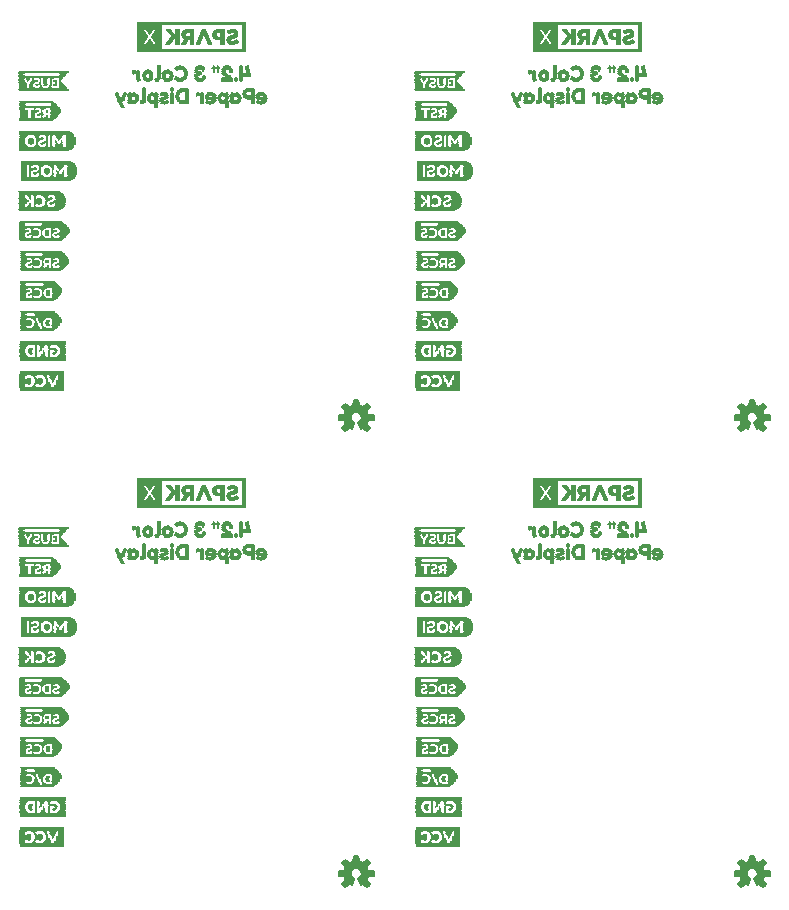
<source format=gbo>
G75*
%MOIN*%
%OFA0B0*%
%FSLAX25Y25*%
%IPPOS*%
%LPD*%
%AMOC8*
5,1,8,0,0,1.08239X$1,22.5*
%
%ADD10C,0.00591*%
%ADD11R,0.16850X0.00157*%
%ADD12R,0.16693X0.00157*%
%ADD13R,0.16535X0.00157*%
%ADD14R,0.16378X0.00157*%
%ADD15R,0.02677X0.00157*%
%ADD16R,0.01890X0.00157*%
%ADD17R,0.02362X0.00157*%
%ADD18R,0.01732X0.00157*%
%ADD19R,0.02205X0.00157*%
%ADD20R,0.01575X0.00157*%
%ADD21R,0.02047X0.00157*%
%ADD22R,0.15276X0.00157*%
%ADD23R,0.15118X0.00157*%
%ADD24R,0.14961X0.00157*%
%ADD25R,0.14803X0.00157*%
%ADD26R,0.01260X0.00157*%
%ADD27R,0.01102X0.00157*%
%ADD28R,0.00945X0.00157*%
%ADD29R,0.01417X0.00157*%
%ADD30R,0.00472X0.00157*%
%ADD31R,0.00630X0.00157*%
%ADD32R,0.00787X0.00157*%
%ADD33R,0.00315X0.00157*%
%ADD34R,0.00157X0.00157*%
%ADD35R,0.02520X0.00157*%
%ADD36R,0.02835X0.00157*%
%ADD37R,0.16220X0.00157*%
%ADD38R,0.11024X0.00157*%
%ADD39R,0.11181X0.00157*%
%ADD40R,0.11496X0.00157*%
%ADD41R,0.11654X0.00157*%
%ADD42R,0.12756X0.00157*%
%ADD43R,0.12913X0.00157*%
%ADD44R,0.13071X0.00157*%
%ADD45R,0.13228X0.00157*%
%ADD46R,0.03150X0.00157*%
%ADD47R,0.03307X0.00157*%
%ADD48R,0.03465X0.00157*%
%ADD49R,0.02992X0.00157*%
%ADD50R,0.11811X0.00157*%
%ADD51R,0.17165X0.00157*%
%ADD52R,0.17480X0.00157*%
%ADD53R,0.17638X0.00157*%
%ADD54R,0.17795X0.00157*%
%ADD55R,0.17953X0.00157*%
%ADD56R,0.10079X0.00157*%
%ADD57R,0.09291X0.00157*%
%ADD58R,0.04252X0.00157*%
%ADD59R,0.13701X0.00157*%
%ADD60R,0.14016X0.00157*%
%ADD61R,0.14331X0.00157*%
%ADD62R,0.14488X0.00157*%
%ADD63R,0.14646X0.00157*%
%ADD64R,0.03780X0.00157*%
%ADD65R,0.03937X0.00157*%
%ADD66R,0.03622X0.00157*%
%ADD67R,0.04882X0.00157*%
%ADD68R,0.05197X0.00157*%
%ADD69R,0.14173X0.00157*%
%ADD70R,0.07559X0.00157*%
%ADD71R,0.07717X0.00157*%
%ADD72R,0.08031X0.00157*%
%ADD73R,0.08346X0.00157*%
%ADD74R,0.15906X0.00157*%
%ADD75R,0.16063X0.00157*%
%ADD76R,0.04409X0.00157*%
%ADD77R,0.13543X0.00157*%
%ADD78R,0.07087X0.00157*%
%ADD79R,0.07244X0.00157*%
%ADD80R,0.07874X0.00157*%
%ADD81R,0.15433X0.00157*%
%ADD82R,0.15591X0.00157*%
%ADD83R,0.15748X0.00157*%
%ADD84R,0.04094X0.00157*%
%ADD85R,0.11339X0.00157*%
%ADD86R,0.11969X0.00157*%
%ADD87R,0.04724X0.00157*%
%ADD88R,0.05512X0.00157*%
%ADD89R,0.13386X0.00157*%
%ADD90R,0.12126X0.00157*%
%ADD91R,0.07402X0.00157*%
%ADD92R,0.05039X0.00157*%
%ADD93R,0.06457X0.00157*%
%ADD94R,0.06614X0.00157*%
%ADD95C,0.00039*%
%ADD96R,0.00984X0.00197*%
%ADD97R,0.01181X0.00197*%
%ADD98R,0.01378X0.00197*%
%ADD99R,0.02165X0.00197*%
%ADD100R,0.02756X0.00197*%
%ADD101R,0.02953X0.00197*%
%ADD102R,0.03150X0.00197*%
%ADD103R,0.03543X0.00197*%
%ADD104R,0.03937X0.00197*%
%ADD105R,0.04134X0.00197*%
%ADD106R,0.01575X0.00197*%
%ADD107R,0.01969X0.00197*%
%ADD108R,0.00394X0.00197*%
%ADD109R,0.01772X0.00197*%
%ADD110R,0.00591X0.00197*%
%ADD111R,0.02362X0.00197*%
%ADD112R,0.03346X0.00197*%
%ADD113R,0.03740X0.00197*%
%ADD114R,0.00197X0.00197*%
%ADD115R,0.02362X0.00236*%
%ADD116R,0.01378X0.00236*%
%ADD117R,0.01575X0.00236*%
%ADD118R,0.01969X0.00236*%
%ADD119R,0.01181X0.00236*%
%ADD120R,0.02756X0.00236*%
%ADD121R,0.02559X0.00236*%
%ADD122R,0.00787X0.00197*%
%ADD123R,0.02559X0.00197*%
%ADD124R,0.03740X0.00236*%
%ADD125R,0.02165X0.00236*%
%ADD126R,0.03543X0.00236*%
%ADD127R,0.04331X0.00236*%
%ADD128R,0.00394X0.00236*%
%ADD129R,0.02953X0.00236*%
%ADD130R,0.03150X0.00236*%
%ADD131R,0.01378X0.00157*%
%ADD132R,0.03937X0.00236*%
%ADD133R,0.00787X0.00236*%
%ADD134R,0.03346X0.00236*%
D10*
X0148688Y0038114D02*
X0149898Y0039598D01*
X0149591Y0040196D01*
X0149386Y0040837D01*
X0147480Y0041030D01*
X0147480Y0042470D01*
X0149386Y0042663D01*
X0149591Y0043304D01*
X0149898Y0043902D01*
X0148688Y0045386D01*
X0149706Y0046404D01*
X0151190Y0045193D01*
X0151788Y0045501D01*
X0152428Y0045706D01*
X0152622Y0047611D01*
X0154061Y0047611D01*
X0154255Y0045706D01*
X0154896Y0045501D01*
X0155493Y0045193D01*
X0156978Y0046404D01*
X0157995Y0045386D01*
X0156785Y0043902D01*
X0157093Y0043304D01*
X0157298Y0042663D01*
X0159203Y0042470D01*
X0159203Y0041030D01*
X0157298Y0040837D01*
X0157093Y0040196D01*
X0156785Y0039598D01*
X0157995Y0038114D01*
X0156978Y0037096D01*
X0155493Y0038307D01*
X0154896Y0037999D01*
X0154048Y0040045D01*
X0154427Y0040257D01*
X0154745Y0040551D01*
X0154986Y0040912D01*
X0155137Y0041319D01*
X0155187Y0041750D01*
X0155135Y0042189D01*
X0154979Y0042602D01*
X0154729Y0042967D01*
X0154400Y0043261D01*
X0154011Y0043470D01*
X0153583Y0043579D01*
X0153141Y0043584D01*
X0152711Y0043484D01*
X0152317Y0043284D01*
X0151982Y0042996D01*
X0151724Y0042637D01*
X0151560Y0042227D01*
X0151497Y0041790D01*
X0151540Y0041350D01*
X0151687Y0040934D01*
X0151928Y0040564D01*
X0152251Y0040262D01*
X0152636Y0040045D01*
X0151788Y0037999D01*
X0151190Y0038307D01*
X0149706Y0037096D01*
X0148688Y0038114D01*
X0148738Y0038175D02*
X0151029Y0038175D01*
X0151446Y0038175D02*
X0151861Y0038175D01*
X0152105Y0038764D02*
X0149218Y0038764D01*
X0149698Y0039353D02*
X0152349Y0039353D01*
X0152593Y0039942D02*
X0149721Y0039942D01*
X0149483Y0040531D02*
X0151963Y0040531D01*
X0151621Y0041120D02*
X0147480Y0041120D01*
X0147480Y0041709D02*
X0151505Y0041709D01*
X0151588Y0042298D02*
X0147480Y0042298D01*
X0149457Y0042888D02*
X0151904Y0042888D01*
X0152697Y0043477D02*
X0149680Y0043477D01*
X0149765Y0044066D02*
X0156919Y0044066D01*
X0157004Y0043477D02*
X0153983Y0043477D01*
X0154783Y0042888D02*
X0157226Y0042888D01*
X0157399Y0044655D02*
X0149284Y0044655D01*
X0148804Y0045244D02*
X0151128Y0045244D01*
X0151288Y0045244D02*
X0155395Y0045244D01*
X0155555Y0045244D02*
X0157880Y0045244D01*
X0157548Y0045833D02*
X0156278Y0045833D01*
X0154242Y0045833D02*
X0152441Y0045833D01*
X0152501Y0046422D02*
X0154182Y0046422D01*
X0154123Y0047011D02*
X0152561Y0047011D01*
X0152621Y0047600D02*
X0154063Y0047600D01*
X0150406Y0045833D02*
X0149135Y0045833D01*
X0155093Y0042298D02*
X0159203Y0042298D01*
X0159203Y0041709D02*
X0155183Y0041709D01*
X0155063Y0041120D02*
X0159203Y0041120D01*
X0157200Y0040531D02*
X0154724Y0040531D01*
X0154091Y0039942D02*
X0156962Y0039942D01*
X0156985Y0039353D02*
X0154335Y0039353D01*
X0154579Y0038764D02*
X0157465Y0038764D01*
X0157946Y0038175D02*
X0155655Y0038175D01*
X0155238Y0038175D02*
X0154823Y0038175D01*
X0156377Y0037586D02*
X0157467Y0037586D01*
X0150306Y0037586D02*
X0149216Y0037586D01*
X0279480Y0041030D02*
X0279480Y0042470D01*
X0281386Y0042663D01*
X0281591Y0043304D01*
X0281898Y0043902D01*
X0280688Y0045386D01*
X0281706Y0046404D01*
X0283190Y0045193D01*
X0283788Y0045501D01*
X0284428Y0045706D01*
X0284622Y0047611D01*
X0286061Y0047611D01*
X0286255Y0045706D01*
X0286896Y0045501D01*
X0287493Y0045193D01*
X0288978Y0046404D01*
X0289995Y0045386D01*
X0288785Y0043902D01*
X0289093Y0043304D01*
X0289298Y0042663D01*
X0291203Y0042470D01*
X0291203Y0041030D01*
X0289298Y0040837D01*
X0289093Y0040196D01*
X0288785Y0039598D01*
X0289995Y0038114D01*
X0288978Y0037096D01*
X0287493Y0038307D01*
X0286896Y0037999D01*
X0286048Y0040045D01*
X0286427Y0040257D01*
X0286745Y0040551D01*
X0286986Y0040912D01*
X0287137Y0041319D01*
X0287187Y0041750D01*
X0287135Y0042189D01*
X0286979Y0042602D01*
X0286729Y0042967D01*
X0286400Y0043261D01*
X0286011Y0043470D01*
X0285583Y0043579D01*
X0285141Y0043584D01*
X0284711Y0043484D01*
X0284317Y0043284D01*
X0283982Y0042996D01*
X0283724Y0042637D01*
X0283560Y0042227D01*
X0283497Y0041790D01*
X0283540Y0041350D01*
X0283687Y0040934D01*
X0283928Y0040564D01*
X0284251Y0040262D01*
X0284636Y0040045D01*
X0283788Y0037999D01*
X0283190Y0038307D01*
X0281706Y0037096D01*
X0280688Y0038114D01*
X0281898Y0039598D01*
X0281591Y0040196D01*
X0281386Y0040837D01*
X0279480Y0041030D01*
X0279480Y0041120D02*
X0283621Y0041120D01*
X0283505Y0041709D02*
X0279480Y0041709D01*
X0279480Y0042298D02*
X0283588Y0042298D01*
X0283904Y0042888D02*
X0281457Y0042888D01*
X0281680Y0043477D02*
X0284697Y0043477D01*
X0285983Y0043477D02*
X0289004Y0043477D01*
X0288919Y0044066D02*
X0281765Y0044066D01*
X0281284Y0044655D02*
X0289399Y0044655D01*
X0289880Y0045244D02*
X0287555Y0045244D01*
X0287395Y0045244D02*
X0283288Y0045244D01*
X0283128Y0045244D02*
X0280804Y0045244D01*
X0281135Y0045833D02*
X0282406Y0045833D01*
X0284441Y0045833D02*
X0286242Y0045833D01*
X0286182Y0046422D02*
X0284501Y0046422D01*
X0284561Y0047011D02*
X0286123Y0047011D01*
X0286063Y0047600D02*
X0284621Y0047600D01*
X0288278Y0045833D02*
X0289548Y0045833D01*
X0289226Y0042888D02*
X0286783Y0042888D01*
X0287093Y0042298D02*
X0291203Y0042298D01*
X0291203Y0041709D02*
X0287183Y0041709D01*
X0287063Y0041120D02*
X0291203Y0041120D01*
X0289200Y0040531D02*
X0286724Y0040531D01*
X0286091Y0039942D02*
X0288962Y0039942D01*
X0288985Y0039353D02*
X0286335Y0039353D01*
X0286579Y0038764D02*
X0289465Y0038764D01*
X0289946Y0038175D02*
X0287655Y0038175D01*
X0287238Y0038175D02*
X0286823Y0038175D01*
X0288377Y0037586D02*
X0289467Y0037586D01*
X0284593Y0039942D02*
X0281721Y0039942D01*
X0281698Y0039353D02*
X0284349Y0039353D01*
X0284105Y0038764D02*
X0281218Y0038764D01*
X0280738Y0038175D02*
X0283029Y0038175D01*
X0283446Y0038175D02*
X0283861Y0038175D01*
X0282306Y0037586D02*
X0281216Y0037586D01*
X0281483Y0040531D02*
X0283963Y0040531D01*
X0281706Y0189096D02*
X0280688Y0190114D01*
X0281898Y0191598D01*
X0281591Y0192196D01*
X0281386Y0192837D01*
X0279480Y0193030D01*
X0279480Y0194470D01*
X0281386Y0194663D01*
X0281591Y0195304D01*
X0281898Y0195902D01*
X0280688Y0197386D01*
X0281706Y0198404D01*
X0283190Y0197193D01*
X0283788Y0197501D01*
X0284428Y0197706D01*
X0284622Y0199611D01*
X0286061Y0199611D01*
X0286255Y0197706D01*
X0286896Y0197501D01*
X0287493Y0197193D01*
X0288978Y0198404D01*
X0289995Y0197386D01*
X0288785Y0195902D01*
X0289093Y0195304D01*
X0289298Y0194663D01*
X0291203Y0194470D01*
X0291203Y0193030D01*
X0289298Y0192837D01*
X0289093Y0192196D01*
X0288785Y0191598D01*
X0289995Y0190114D01*
X0288978Y0189096D01*
X0287493Y0190307D01*
X0286896Y0189999D01*
X0286048Y0192045D01*
X0286427Y0192257D01*
X0286745Y0192551D01*
X0286986Y0192912D01*
X0287137Y0193319D01*
X0287187Y0193750D01*
X0287135Y0194189D01*
X0286979Y0194602D01*
X0286729Y0194967D01*
X0286400Y0195261D01*
X0286011Y0195470D01*
X0285583Y0195579D01*
X0285141Y0195584D01*
X0284711Y0195484D01*
X0284317Y0195284D01*
X0283982Y0194996D01*
X0283724Y0194637D01*
X0283560Y0194227D01*
X0283497Y0193790D01*
X0283540Y0193350D01*
X0283687Y0192934D01*
X0283928Y0192564D01*
X0284251Y0192262D01*
X0284636Y0192045D01*
X0283788Y0189999D01*
X0283190Y0190307D01*
X0281706Y0189096D01*
X0281238Y0189564D02*
X0282279Y0189564D01*
X0283002Y0190153D02*
X0280720Y0190153D01*
X0281200Y0190742D02*
X0284096Y0190742D01*
X0283852Y0190153D02*
X0283488Y0190153D01*
X0284340Y0191331D02*
X0281681Y0191331D01*
X0281733Y0191920D02*
X0284584Y0191920D01*
X0283986Y0192509D02*
X0281490Y0192509D01*
X0279480Y0193098D02*
X0283629Y0193098D01*
X0283507Y0193687D02*
X0279480Y0193687D01*
X0279480Y0194277D02*
X0283579Y0194277D01*
X0283888Y0194866D02*
X0281450Y0194866D01*
X0281668Y0195455D02*
X0284654Y0195455D01*
X0286039Y0195455D02*
X0289015Y0195455D01*
X0288901Y0196044D02*
X0281783Y0196044D01*
X0281302Y0196633D02*
X0289381Y0196633D01*
X0289862Y0197222D02*
X0287528Y0197222D01*
X0287438Y0197222D02*
X0283246Y0197222D01*
X0283155Y0197222D02*
X0280822Y0197222D01*
X0281113Y0197811D02*
X0282433Y0197811D01*
X0281710Y0198400D02*
X0281702Y0198400D01*
X0284499Y0198400D02*
X0286185Y0198400D01*
X0286245Y0197811D02*
X0284439Y0197811D01*
X0284559Y0198989D02*
X0286125Y0198989D01*
X0286065Y0199578D02*
X0284619Y0199578D01*
X0288251Y0197811D02*
X0289570Y0197811D01*
X0288981Y0198400D02*
X0288973Y0198400D01*
X0289233Y0194866D02*
X0286798Y0194866D01*
X0287101Y0194277D02*
X0291203Y0194277D01*
X0291203Y0193687D02*
X0287180Y0193687D01*
X0287055Y0193098D02*
X0291203Y0193098D01*
X0289193Y0192509D02*
X0286700Y0192509D01*
X0286100Y0191920D02*
X0288951Y0191920D01*
X0289003Y0191331D02*
X0286344Y0191331D01*
X0286588Y0190742D02*
X0289483Y0190742D01*
X0289964Y0190153D02*
X0287682Y0190153D01*
X0287195Y0190153D02*
X0286832Y0190153D01*
X0288404Y0189564D02*
X0289445Y0189564D01*
X0159203Y0193030D02*
X0157298Y0192837D01*
X0157093Y0192196D01*
X0156785Y0191598D01*
X0157995Y0190114D01*
X0156978Y0189096D01*
X0155493Y0190307D01*
X0154896Y0189999D01*
X0154048Y0192045D01*
X0154427Y0192257D01*
X0154745Y0192551D01*
X0154986Y0192912D01*
X0155137Y0193319D01*
X0155187Y0193750D01*
X0155135Y0194189D01*
X0154979Y0194602D01*
X0154729Y0194967D01*
X0154400Y0195261D01*
X0154011Y0195470D01*
X0153583Y0195579D01*
X0153141Y0195584D01*
X0152711Y0195484D01*
X0152317Y0195284D01*
X0151982Y0194996D01*
X0151724Y0194637D01*
X0151560Y0194227D01*
X0151497Y0193790D01*
X0151540Y0193350D01*
X0151687Y0192934D01*
X0151928Y0192564D01*
X0152251Y0192262D01*
X0152636Y0192045D01*
X0151788Y0189999D01*
X0151190Y0190307D01*
X0149706Y0189096D01*
X0148688Y0190114D01*
X0149898Y0191598D01*
X0149591Y0192196D01*
X0149386Y0192837D01*
X0147480Y0193030D01*
X0147480Y0194470D01*
X0149386Y0194663D01*
X0149591Y0195304D01*
X0149898Y0195902D01*
X0148688Y0197386D01*
X0149706Y0198404D01*
X0151190Y0197193D01*
X0151788Y0197501D01*
X0152428Y0197706D01*
X0152622Y0199611D01*
X0154061Y0199611D01*
X0154255Y0197706D01*
X0154896Y0197501D01*
X0155493Y0197193D01*
X0156978Y0198404D01*
X0157995Y0197386D01*
X0156785Y0195902D01*
X0157093Y0195304D01*
X0157298Y0194663D01*
X0159203Y0194470D01*
X0159203Y0193030D01*
X0159203Y0193098D02*
X0155055Y0193098D01*
X0155180Y0193687D02*
X0159203Y0193687D01*
X0159203Y0194277D02*
X0155101Y0194277D01*
X0154798Y0194866D02*
X0157233Y0194866D01*
X0157015Y0195455D02*
X0154039Y0195455D01*
X0152654Y0195455D02*
X0149668Y0195455D01*
X0149783Y0196044D02*
X0156901Y0196044D01*
X0157381Y0196633D02*
X0149302Y0196633D01*
X0148822Y0197222D02*
X0151155Y0197222D01*
X0151246Y0197222D02*
X0155438Y0197222D01*
X0155528Y0197222D02*
X0157862Y0197222D01*
X0157570Y0197811D02*
X0156251Y0197811D01*
X0156973Y0198400D02*
X0156981Y0198400D01*
X0154185Y0198400D02*
X0152499Y0198400D01*
X0152559Y0198989D02*
X0154125Y0198989D01*
X0154065Y0199578D02*
X0152619Y0199578D01*
X0152439Y0197811D02*
X0154245Y0197811D01*
X0151888Y0194866D02*
X0149450Y0194866D01*
X0147480Y0194277D02*
X0151579Y0194277D01*
X0151507Y0193687D02*
X0147480Y0193687D01*
X0147480Y0193098D02*
X0151629Y0193098D01*
X0151986Y0192509D02*
X0149490Y0192509D01*
X0149733Y0191920D02*
X0152584Y0191920D01*
X0152340Y0191331D02*
X0149681Y0191331D01*
X0149200Y0190742D02*
X0152096Y0190742D01*
X0151852Y0190153D02*
X0151488Y0190153D01*
X0151002Y0190153D02*
X0148720Y0190153D01*
X0149238Y0189564D02*
X0150279Y0189564D01*
X0154344Y0191331D02*
X0157003Y0191331D01*
X0156951Y0191920D02*
X0154100Y0191920D01*
X0154700Y0192509D02*
X0157193Y0192509D01*
X0157483Y0190742D02*
X0154588Y0190742D01*
X0154832Y0190153D02*
X0155195Y0190153D01*
X0155682Y0190153D02*
X0157964Y0190153D01*
X0157445Y0189564D02*
X0156404Y0189564D01*
X0150433Y0197811D02*
X0149113Y0197811D01*
X0149702Y0198400D02*
X0149710Y0198400D01*
D11*
X0181314Y0156900D03*
X0181314Y0150600D03*
X0181554Y0136742D03*
X0181554Y0130758D03*
X0182054Y0126742D03*
X0182054Y0120758D03*
X0050054Y0120758D03*
X0050054Y0126742D03*
X0049554Y0130758D03*
X0049554Y0136742D03*
X0049314Y0150600D03*
X0049314Y0156900D03*
X0050054Y0272758D03*
X0050054Y0278742D03*
X0049554Y0282758D03*
X0049554Y0288742D03*
X0049314Y0302600D03*
X0049314Y0308900D03*
X0181314Y0308900D03*
X0181314Y0302600D03*
X0181554Y0288742D03*
X0181554Y0282758D03*
X0182054Y0278742D03*
X0182054Y0272758D03*
D12*
X0181236Y0302758D03*
X0181236Y0308742D03*
X0049236Y0308742D03*
X0049236Y0302758D03*
X0049236Y0156742D03*
X0049236Y0150758D03*
X0181236Y0150758D03*
X0181236Y0156742D03*
D13*
X0181157Y0156585D03*
X0181157Y0150915D03*
X0049157Y0150915D03*
X0049157Y0156585D03*
X0049157Y0302915D03*
X0049157Y0308585D03*
X0181157Y0308585D03*
X0181157Y0302915D03*
D14*
X0181078Y0303073D03*
X0181078Y0308427D03*
X0181318Y0288900D03*
X0181318Y0282600D03*
X0181818Y0278900D03*
X0181818Y0272600D03*
X0181236Y0256852D03*
X0181078Y0156427D03*
X0181078Y0151073D03*
X0181318Y0136900D03*
X0181318Y0130600D03*
X0181818Y0126900D03*
X0181818Y0120600D03*
X0181236Y0104852D03*
X0049236Y0104852D03*
X0049818Y0120600D03*
X0049818Y0126900D03*
X0049318Y0130600D03*
X0049318Y0136900D03*
X0049078Y0151073D03*
X0049078Y0156427D03*
X0049236Y0256852D03*
X0049818Y0272600D03*
X0049818Y0278900D03*
X0049318Y0282600D03*
X0049318Y0288900D03*
X0049078Y0303073D03*
X0049078Y0308427D03*
D15*
X0055771Y0308270D03*
X0055613Y0303388D03*
X0052771Y0294333D03*
X0054279Y0287640D03*
X0054279Y0283860D03*
X0054279Y0283703D03*
X0054779Y0277640D03*
X0054779Y0273860D03*
X0054779Y0273703D03*
X0047314Y0266380D03*
X0047314Y0264963D03*
X0042275Y0265120D03*
X0042275Y0266222D03*
X0048684Y0256695D03*
X0046322Y0255120D03*
X0048684Y0253388D03*
X0055771Y0254333D03*
X0046637Y0245120D03*
X0042858Y0245435D03*
X0048861Y0236695D03*
X0046657Y0235120D03*
X0053428Y0234490D03*
X0053271Y0224490D03*
X0055113Y0217482D03*
X0054613Y0205278D03*
X0054613Y0205120D03*
X0047684Y0205750D03*
X0047527Y0206222D03*
X0047527Y0206380D03*
X0047527Y0205120D03*
X0042515Y0217482D03*
X0055771Y0156270D03*
X0055613Y0151388D03*
X0052771Y0142333D03*
X0046314Y0143593D03*
X0042228Y0151545D03*
X0042228Y0151703D03*
X0042228Y0151860D03*
X0042228Y0152018D03*
X0042228Y0152175D03*
X0042228Y0152333D03*
X0042228Y0152490D03*
X0042228Y0152648D03*
X0042228Y0152805D03*
X0042468Y0135482D03*
X0042468Y0131860D03*
X0054279Y0131860D03*
X0054279Y0131703D03*
X0054279Y0135640D03*
X0054779Y0125640D03*
X0054779Y0121860D03*
X0054779Y0121703D03*
X0047314Y0114380D03*
X0047314Y0112963D03*
X0042275Y0113120D03*
X0042275Y0114222D03*
X0048684Y0104695D03*
X0046322Y0103120D03*
X0048684Y0101388D03*
X0055771Y0102333D03*
X0046637Y0093120D03*
X0042858Y0093435D03*
X0048861Y0084695D03*
X0046657Y0083120D03*
X0053428Y0082490D03*
X0053271Y0072490D03*
X0055113Y0065482D03*
X0054613Y0053278D03*
X0054613Y0053120D03*
X0047684Y0053750D03*
X0047527Y0054222D03*
X0047527Y0054380D03*
X0047527Y0053120D03*
X0042515Y0065482D03*
X0174515Y0065482D03*
X0179527Y0054380D03*
X0179527Y0054222D03*
X0179684Y0053750D03*
X0179527Y0053120D03*
X0186613Y0053120D03*
X0186613Y0053278D03*
X0187113Y0065482D03*
X0185271Y0072490D03*
X0185428Y0082490D03*
X0180861Y0084695D03*
X0178657Y0083120D03*
X0178637Y0093120D03*
X0174858Y0093435D03*
X0180684Y0101388D03*
X0178322Y0103120D03*
X0180684Y0104695D03*
X0187771Y0102333D03*
X0179314Y0112963D03*
X0179314Y0114380D03*
X0174275Y0114222D03*
X0174275Y0113120D03*
X0186779Y0121703D03*
X0186779Y0121860D03*
X0186779Y0125640D03*
X0186279Y0131703D03*
X0186279Y0131860D03*
X0186279Y0135640D03*
X0184771Y0142333D03*
X0178314Y0143593D03*
X0174228Y0151545D03*
X0174228Y0151703D03*
X0174228Y0151860D03*
X0174228Y0152018D03*
X0174228Y0152175D03*
X0174228Y0152333D03*
X0174228Y0152490D03*
X0174228Y0152648D03*
X0174228Y0152805D03*
X0187613Y0151388D03*
X0187771Y0156270D03*
X0174468Y0135482D03*
X0174468Y0131860D03*
X0179527Y0205120D03*
X0179684Y0205750D03*
X0179527Y0206222D03*
X0179527Y0206380D03*
X0186613Y0205278D03*
X0186613Y0205120D03*
X0187113Y0217482D03*
X0185271Y0224490D03*
X0185428Y0234490D03*
X0180861Y0236695D03*
X0178657Y0235120D03*
X0178637Y0245120D03*
X0174858Y0245435D03*
X0180684Y0253388D03*
X0178322Y0255120D03*
X0180684Y0256695D03*
X0187771Y0254333D03*
X0179314Y0264963D03*
X0179314Y0266380D03*
X0174275Y0266222D03*
X0174275Y0265120D03*
X0186779Y0273703D03*
X0186779Y0273860D03*
X0186779Y0277640D03*
X0186279Y0283703D03*
X0186279Y0283860D03*
X0186279Y0287640D03*
X0184771Y0294333D03*
X0178314Y0295593D03*
X0174228Y0303545D03*
X0174228Y0303703D03*
X0174228Y0303860D03*
X0174228Y0304018D03*
X0174228Y0304175D03*
X0174228Y0304333D03*
X0174228Y0304490D03*
X0174228Y0304648D03*
X0174228Y0304805D03*
X0187613Y0303388D03*
X0187771Y0308270D03*
X0174468Y0287482D03*
X0174468Y0283860D03*
X0174515Y0217482D03*
X0046314Y0295593D03*
X0042228Y0303545D03*
X0042228Y0303703D03*
X0042228Y0303860D03*
X0042228Y0304018D03*
X0042228Y0304175D03*
X0042228Y0304333D03*
X0042228Y0304490D03*
X0042228Y0304648D03*
X0042228Y0304805D03*
X0042468Y0287482D03*
X0042468Y0283860D03*
D16*
X0042074Y0284648D03*
X0042074Y0284805D03*
X0042074Y0284963D03*
X0042074Y0286537D03*
X0042074Y0286695D03*
X0044909Y0286222D03*
X0044909Y0285120D03*
X0046798Y0283860D03*
X0047743Y0286222D03*
X0049633Y0285278D03*
X0054358Y0287167D03*
X0052377Y0293545D03*
X0052692Y0297640D03*
X0051440Y0303388D03*
X0055377Y0304018D03*
X0055377Y0307482D03*
X0055535Y0307640D03*
X0041834Y0307482D03*
X0041834Y0306695D03*
X0041834Y0305907D03*
X0041834Y0305750D03*
X0041834Y0308270D03*
X0042141Y0298270D03*
X0042141Y0297482D03*
X0042574Y0277640D03*
X0042574Y0273703D03*
X0047141Y0275278D03*
X0050133Y0275278D03*
X0050133Y0275120D03*
X0050133Y0276065D03*
X0050133Y0276222D03*
X0054858Y0277167D03*
X0050700Y0266222D03*
X0049755Y0263860D03*
X0048606Y0256537D03*
X0048606Y0253545D03*
X0052700Y0255593D03*
X0052700Y0255750D03*
X0052700Y0245750D03*
X0052700Y0245593D03*
X0042464Y0246065D03*
X0042464Y0246222D03*
X0042464Y0246380D03*
X0042464Y0245120D03*
X0042464Y0243703D03*
X0042326Y0238270D03*
X0042326Y0237482D03*
X0042326Y0236380D03*
X0042326Y0236222D03*
X0042326Y0234963D03*
X0042326Y0233860D03*
X0042326Y0233703D03*
X0042484Y0228270D03*
X0042484Y0227482D03*
X0042484Y0226537D03*
X0042484Y0225907D03*
X0042484Y0224175D03*
X0042484Y0223545D03*
X0046736Y0223860D03*
X0046736Y0224018D03*
X0052877Y0223703D03*
X0048736Y0217640D03*
X0048736Y0213703D03*
X0055507Y0214805D03*
X0055507Y0214963D03*
X0055507Y0215120D03*
X0055507Y0216380D03*
X0055507Y0216537D03*
X0055507Y0216695D03*
X0055007Y0207640D03*
X0055007Y0206852D03*
X0055007Y0206695D03*
X0052173Y0207010D03*
X0052173Y0207167D03*
X0041936Y0207325D03*
X0041936Y0206852D03*
X0041936Y0206695D03*
X0041936Y0204648D03*
X0041936Y0204490D03*
X0041936Y0204018D03*
X0042121Y0214805D03*
X0042121Y0214963D03*
X0042121Y0216537D03*
X0042121Y0216695D03*
X0048940Y0233545D03*
X0053035Y0233703D03*
X0041991Y0253703D03*
X0041991Y0253860D03*
X0041991Y0254963D03*
X0041991Y0256222D03*
X0041991Y0256380D03*
X0041991Y0257482D03*
X0041991Y0258270D03*
X0041881Y0263860D03*
X0041881Y0264018D03*
X0041881Y0264175D03*
X0041881Y0264333D03*
X0041881Y0267010D03*
X0041881Y0267167D03*
X0041881Y0267325D03*
X0041881Y0267482D03*
X0041834Y0156270D03*
X0041834Y0155482D03*
X0041834Y0154695D03*
X0041834Y0153907D03*
X0041834Y0153750D03*
X0042141Y0146270D03*
X0042141Y0145482D03*
X0051440Y0151388D03*
X0055377Y0152018D03*
X0055377Y0155482D03*
X0055535Y0155640D03*
X0052692Y0145640D03*
X0052377Y0141545D03*
X0054358Y0135167D03*
X0049633Y0133278D03*
X0047743Y0134222D03*
X0046798Y0131860D03*
X0044909Y0133120D03*
X0044909Y0134222D03*
X0042074Y0134537D03*
X0042074Y0134695D03*
X0042074Y0132963D03*
X0042074Y0132805D03*
X0042074Y0132648D03*
X0042574Y0125640D03*
X0042574Y0121703D03*
X0047141Y0123278D03*
X0050133Y0123278D03*
X0050133Y0123120D03*
X0050133Y0124065D03*
X0050133Y0124222D03*
X0054858Y0125167D03*
X0050700Y0114222D03*
X0049755Y0111860D03*
X0048606Y0104537D03*
X0048606Y0101545D03*
X0052700Y0103593D03*
X0052700Y0103750D03*
X0052700Y0093750D03*
X0052700Y0093593D03*
X0042464Y0094065D03*
X0042464Y0094222D03*
X0042464Y0094380D03*
X0042464Y0093120D03*
X0042464Y0091703D03*
X0042326Y0086270D03*
X0042326Y0085482D03*
X0042326Y0084380D03*
X0042326Y0084222D03*
X0042326Y0082963D03*
X0042326Y0081860D03*
X0042326Y0081703D03*
X0042484Y0076270D03*
X0042484Y0075482D03*
X0042484Y0074537D03*
X0042484Y0073907D03*
X0042484Y0072175D03*
X0042484Y0071545D03*
X0046736Y0071860D03*
X0046736Y0072018D03*
X0052877Y0071703D03*
X0048736Y0065640D03*
X0048736Y0061703D03*
X0055507Y0062805D03*
X0055507Y0062963D03*
X0055507Y0063120D03*
X0055507Y0064380D03*
X0055507Y0064537D03*
X0055507Y0064695D03*
X0055007Y0055640D03*
X0055007Y0054852D03*
X0055007Y0054695D03*
X0052173Y0055010D03*
X0052173Y0055167D03*
X0041936Y0055325D03*
X0041936Y0054852D03*
X0041936Y0054695D03*
X0041936Y0052648D03*
X0041936Y0052490D03*
X0041936Y0052018D03*
X0042121Y0062805D03*
X0042121Y0062963D03*
X0042121Y0064537D03*
X0042121Y0064695D03*
X0048940Y0081545D03*
X0053035Y0081703D03*
X0041991Y0101703D03*
X0041991Y0101860D03*
X0041991Y0102963D03*
X0041991Y0104222D03*
X0041991Y0104380D03*
X0041991Y0105482D03*
X0041991Y0106270D03*
X0041881Y0111860D03*
X0041881Y0112018D03*
X0041881Y0112175D03*
X0041881Y0112333D03*
X0041881Y0115010D03*
X0041881Y0115167D03*
X0041881Y0115325D03*
X0041881Y0115482D03*
X0173881Y0115482D03*
X0173881Y0115325D03*
X0173881Y0115167D03*
X0173881Y0115010D03*
X0173881Y0112333D03*
X0173881Y0112175D03*
X0173881Y0112018D03*
X0173881Y0111860D03*
X0173991Y0106270D03*
X0173991Y0105482D03*
X0173991Y0104380D03*
X0173991Y0104222D03*
X0173991Y0102963D03*
X0173991Y0101860D03*
X0173991Y0101703D03*
X0180606Y0101545D03*
X0180606Y0104537D03*
X0184700Y0103750D03*
X0184700Y0103593D03*
X0184700Y0093750D03*
X0184700Y0093593D03*
X0174464Y0094065D03*
X0174464Y0094222D03*
X0174464Y0094380D03*
X0174464Y0093120D03*
X0174464Y0091703D03*
X0174326Y0086270D03*
X0174326Y0085482D03*
X0174326Y0084380D03*
X0174326Y0084222D03*
X0174326Y0082963D03*
X0174326Y0081860D03*
X0174326Y0081703D03*
X0174484Y0076270D03*
X0174484Y0075482D03*
X0174484Y0074537D03*
X0174484Y0073907D03*
X0174484Y0072175D03*
X0174484Y0071545D03*
X0178736Y0071860D03*
X0178736Y0072018D03*
X0184877Y0071703D03*
X0180736Y0065640D03*
X0180736Y0061703D03*
X0174121Y0062805D03*
X0174121Y0062963D03*
X0174121Y0064537D03*
X0174121Y0064695D03*
X0173936Y0055325D03*
X0173936Y0054852D03*
X0173936Y0054695D03*
X0173936Y0052648D03*
X0173936Y0052490D03*
X0173936Y0052018D03*
X0184173Y0055010D03*
X0184173Y0055167D03*
X0187007Y0054852D03*
X0187007Y0054695D03*
X0187007Y0055640D03*
X0187507Y0062805D03*
X0187507Y0062963D03*
X0187507Y0063120D03*
X0187507Y0064380D03*
X0187507Y0064537D03*
X0187507Y0064695D03*
X0185035Y0081703D03*
X0180940Y0081545D03*
X0181755Y0111860D03*
X0182700Y0114222D03*
X0182133Y0123120D03*
X0182133Y0123278D03*
X0182133Y0124065D03*
X0182133Y0124222D03*
X0179141Y0123278D03*
X0174574Y0121703D03*
X0174574Y0125640D03*
X0174074Y0132648D03*
X0174074Y0132805D03*
X0174074Y0132963D03*
X0174074Y0134537D03*
X0174074Y0134695D03*
X0176909Y0134222D03*
X0176909Y0133120D03*
X0178798Y0131860D03*
X0179743Y0134222D03*
X0181633Y0133278D03*
X0186358Y0135167D03*
X0184377Y0141545D03*
X0184692Y0145640D03*
X0183440Y0151388D03*
X0187377Y0152018D03*
X0187377Y0155482D03*
X0187535Y0155640D03*
X0173834Y0155482D03*
X0173834Y0154695D03*
X0173834Y0153907D03*
X0173834Y0153750D03*
X0173834Y0156270D03*
X0174141Y0146270D03*
X0174141Y0145482D03*
X0186858Y0125167D03*
X0173936Y0204018D03*
X0173936Y0204490D03*
X0173936Y0204648D03*
X0173936Y0206695D03*
X0173936Y0206852D03*
X0173936Y0207325D03*
X0174121Y0214805D03*
X0174121Y0214963D03*
X0174121Y0216537D03*
X0174121Y0216695D03*
X0174484Y0223545D03*
X0174484Y0224175D03*
X0174484Y0225907D03*
X0174484Y0226537D03*
X0174484Y0227482D03*
X0174484Y0228270D03*
X0174326Y0233703D03*
X0174326Y0233860D03*
X0174326Y0234963D03*
X0174326Y0236222D03*
X0174326Y0236380D03*
X0174326Y0237482D03*
X0174326Y0238270D03*
X0174464Y0243703D03*
X0174464Y0245120D03*
X0174464Y0246065D03*
X0174464Y0246222D03*
X0174464Y0246380D03*
X0173991Y0253703D03*
X0173991Y0253860D03*
X0173991Y0254963D03*
X0173991Y0256222D03*
X0173991Y0256380D03*
X0173991Y0257482D03*
X0173991Y0258270D03*
X0173881Y0263860D03*
X0173881Y0264018D03*
X0173881Y0264175D03*
X0173881Y0264333D03*
X0173881Y0267010D03*
X0173881Y0267167D03*
X0173881Y0267325D03*
X0173881Y0267482D03*
X0174574Y0273703D03*
X0174574Y0277640D03*
X0179141Y0275278D03*
X0182133Y0275278D03*
X0182133Y0275120D03*
X0182133Y0276065D03*
X0182133Y0276222D03*
X0186858Y0277167D03*
X0181633Y0285278D03*
X0179743Y0286222D03*
X0178798Y0283860D03*
X0176909Y0285120D03*
X0176909Y0286222D03*
X0174074Y0286537D03*
X0174074Y0286695D03*
X0174074Y0284963D03*
X0174074Y0284805D03*
X0174074Y0284648D03*
X0186358Y0287167D03*
X0184377Y0293545D03*
X0184692Y0297640D03*
X0183440Y0303388D03*
X0187377Y0304018D03*
X0187377Y0307482D03*
X0187535Y0307640D03*
X0173834Y0307482D03*
X0173834Y0306695D03*
X0173834Y0305907D03*
X0173834Y0305750D03*
X0173834Y0308270D03*
X0174141Y0298270D03*
X0174141Y0297482D03*
X0182700Y0266222D03*
X0181755Y0263860D03*
X0180606Y0256537D03*
X0180606Y0253545D03*
X0184700Y0255593D03*
X0184700Y0255750D03*
X0184700Y0245750D03*
X0184700Y0245593D03*
X0185035Y0233703D03*
X0180940Y0233545D03*
X0178736Y0224018D03*
X0178736Y0223860D03*
X0184877Y0223703D03*
X0180736Y0217640D03*
X0180736Y0213703D03*
X0187507Y0214805D03*
X0187507Y0214963D03*
X0187507Y0215120D03*
X0187507Y0216380D03*
X0187507Y0216537D03*
X0187507Y0216695D03*
X0187007Y0207640D03*
X0187007Y0206852D03*
X0187007Y0206695D03*
X0184173Y0207010D03*
X0184173Y0207167D03*
D17*
X0186771Y0205907D03*
X0186771Y0205750D03*
X0187271Y0214175D03*
X0185113Y0224175D03*
X0185271Y0234175D03*
X0178657Y0235435D03*
X0178657Y0235593D03*
X0174562Y0236695D03*
X0174562Y0233388D03*
X0174700Y0243388D03*
X0174228Y0253388D03*
X0174228Y0256695D03*
X0178322Y0255593D03*
X0174117Y0264805D03*
X0174117Y0266537D03*
X0181676Y0267640D03*
X0182936Y0266537D03*
X0180165Y0273703D03*
X0179062Y0275120D03*
X0177487Y0276380D03*
X0177487Y0276537D03*
X0174310Y0284175D03*
X0174310Y0287325D03*
X0179980Y0286537D03*
X0186279Y0287482D03*
X0186279Y0284648D03*
X0186279Y0284490D03*
X0186279Y0284333D03*
X0186279Y0284175D03*
X0186279Y0284018D03*
X0186779Y0277482D03*
X0186779Y0274648D03*
X0186779Y0274490D03*
X0186779Y0274333D03*
X0186779Y0274175D03*
X0186779Y0274018D03*
X0187771Y0254175D03*
X0187613Y0244175D03*
X0174358Y0217167D03*
X0174358Y0214175D03*
X0174173Y0207640D03*
X0177952Y0203703D03*
X0187771Y0156112D03*
X0187613Y0151545D03*
X0184613Y0142018D03*
X0178157Y0143435D03*
X0174310Y0135325D03*
X0174310Y0132175D03*
X0179980Y0134537D03*
X0186279Y0135482D03*
X0186279Y0132648D03*
X0186279Y0132490D03*
X0186279Y0132333D03*
X0186279Y0132175D03*
X0186279Y0132018D03*
X0186779Y0125482D03*
X0186779Y0122648D03*
X0186779Y0122490D03*
X0186779Y0122333D03*
X0186779Y0122175D03*
X0186779Y0122018D03*
X0180165Y0121703D03*
X0179062Y0123120D03*
X0177487Y0124380D03*
X0177487Y0124537D03*
X0181676Y0115640D03*
X0182936Y0114537D03*
X0174117Y0114537D03*
X0174117Y0112805D03*
X0174228Y0104695D03*
X0174228Y0101388D03*
X0178322Y0103593D03*
X0187771Y0102175D03*
X0187613Y0092175D03*
X0185271Y0082175D03*
X0178657Y0083435D03*
X0178657Y0083593D03*
X0174562Y0084695D03*
X0174562Y0081388D03*
X0174700Y0091388D03*
X0185113Y0072175D03*
X0187271Y0062175D03*
X0186771Y0053907D03*
X0186771Y0053750D03*
X0177952Y0051703D03*
X0174173Y0055640D03*
X0174358Y0062175D03*
X0174358Y0065167D03*
X0174070Y0153120D03*
X0055771Y0156112D03*
X0055613Y0151545D03*
X0052613Y0142018D03*
X0046157Y0143435D03*
X0042310Y0135325D03*
X0042310Y0132175D03*
X0047980Y0134537D03*
X0054279Y0135482D03*
X0054279Y0132648D03*
X0054279Y0132490D03*
X0054279Y0132333D03*
X0054279Y0132175D03*
X0054279Y0132018D03*
X0054779Y0125482D03*
X0054779Y0122648D03*
X0054779Y0122490D03*
X0054779Y0122333D03*
X0054779Y0122175D03*
X0054779Y0122018D03*
X0048165Y0121703D03*
X0047062Y0123120D03*
X0045487Y0124380D03*
X0045487Y0124537D03*
X0049676Y0115640D03*
X0050936Y0114537D03*
X0042117Y0114537D03*
X0042117Y0112805D03*
X0042228Y0104695D03*
X0042228Y0101388D03*
X0046322Y0103593D03*
X0055771Y0102175D03*
X0055613Y0092175D03*
X0053271Y0082175D03*
X0046657Y0083435D03*
X0046657Y0083593D03*
X0042562Y0084695D03*
X0042562Y0081388D03*
X0042700Y0091388D03*
X0053113Y0072175D03*
X0055271Y0062175D03*
X0054771Y0053907D03*
X0054771Y0053750D03*
X0045952Y0051703D03*
X0042173Y0055640D03*
X0042358Y0062175D03*
X0042358Y0065167D03*
X0042070Y0153120D03*
X0045952Y0203703D03*
X0042173Y0207640D03*
X0042358Y0214175D03*
X0042358Y0217167D03*
X0053113Y0224175D03*
X0053271Y0234175D03*
X0046657Y0235435D03*
X0046657Y0235593D03*
X0042562Y0236695D03*
X0042562Y0233388D03*
X0042700Y0243388D03*
X0042228Y0253388D03*
X0042228Y0256695D03*
X0046322Y0255593D03*
X0055771Y0254175D03*
X0055613Y0244175D03*
X0050936Y0266537D03*
X0049676Y0267640D03*
X0048165Y0273703D03*
X0047062Y0275120D03*
X0045487Y0276380D03*
X0045487Y0276537D03*
X0042310Y0284175D03*
X0042310Y0287325D03*
X0047980Y0286537D03*
X0054279Y0287482D03*
X0054279Y0284648D03*
X0054279Y0284490D03*
X0054279Y0284333D03*
X0054279Y0284175D03*
X0054279Y0284018D03*
X0054779Y0277482D03*
X0054779Y0274648D03*
X0054779Y0274490D03*
X0054779Y0274333D03*
X0054779Y0274175D03*
X0054779Y0274018D03*
X0042117Y0266537D03*
X0042117Y0264805D03*
X0046157Y0295435D03*
X0052613Y0294018D03*
X0055613Y0303545D03*
X0055771Y0308112D03*
X0042070Y0305120D03*
X0055271Y0214175D03*
X0054771Y0205907D03*
X0054771Y0205750D03*
X0174070Y0305120D03*
X0178157Y0295435D03*
X0184613Y0294018D03*
X0187613Y0303545D03*
X0187771Y0308112D03*
D18*
X0187298Y0304175D03*
X0184613Y0297797D03*
X0180834Y0296695D03*
X0177842Y0295278D03*
X0174062Y0296222D03*
X0174062Y0296380D03*
X0174062Y0296537D03*
X0174062Y0296695D03*
X0174062Y0297640D03*
X0174062Y0297797D03*
X0174062Y0297955D03*
X0174062Y0298112D03*
X0177220Y0303545D03*
X0177850Y0305435D03*
X0179424Y0304490D03*
X0180369Y0303388D03*
X0173755Y0306065D03*
X0173755Y0306222D03*
X0173755Y0307640D03*
X0173755Y0308112D03*
X0184298Y0293388D03*
X0186279Y0287010D03*
X0176830Y0286380D03*
X0176830Y0284963D03*
X0173995Y0285120D03*
X0173995Y0285278D03*
X0173995Y0285435D03*
X0173995Y0285593D03*
X0173995Y0285750D03*
X0173995Y0285907D03*
X0173995Y0286065D03*
X0173995Y0286222D03*
X0173995Y0286380D03*
X0174495Y0277482D03*
X0174495Y0277325D03*
X0174495Y0277167D03*
X0174495Y0277010D03*
X0174495Y0276852D03*
X0174495Y0276695D03*
X0174495Y0276537D03*
X0174495Y0276380D03*
X0174495Y0276222D03*
X0174495Y0276065D03*
X0174495Y0275907D03*
X0174495Y0275750D03*
X0174495Y0275593D03*
X0174495Y0275435D03*
X0174495Y0275278D03*
X0174495Y0275120D03*
X0174495Y0274963D03*
X0174495Y0274805D03*
X0174495Y0274648D03*
X0174495Y0274490D03*
X0174495Y0274333D03*
X0174495Y0274175D03*
X0174495Y0274018D03*
X0174495Y0273860D03*
X0180165Y0273860D03*
X0180165Y0277482D03*
X0183787Y0277640D03*
X0186779Y0277010D03*
X0183787Y0273703D03*
X0181676Y0267482D03*
X0173913Y0258112D03*
X0173913Y0257955D03*
X0173913Y0257797D03*
X0173913Y0257640D03*
X0173913Y0254805D03*
X0173913Y0254648D03*
X0173913Y0254490D03*
X0173913Y0254333D03*
X0173913Y0254175D03*
X0173913Y0254018D03*
X0174385Y0248270D03*
X0174385Y0247482D03*
X0174385Y0244963D03*
X0174385Y0244805D03*
X0174385Y0244018D03*
X0174385Y0243860D03*
X0174247Y0238112D03*
X0174247Y0237640D03*
X0174247Y0234805D03*
X0174247Y0234648D03*
X0174247Y0234490D03*
X0174247Y0234333D03*
X0174247Y0234175D03*
X0174247Y0234018D03*
X0174405Y0226380D03*
X0174405Y0226222D03*
X0174405Y0226065D03*
X0174405Y0224018D03*
X0174405Y0223860D03*
X0174405Y0223703D03*
X0180389Y0226065D03*
X0184641Y0223388D03*
X0184798Y0223545D03*
X0187586Y0216222D03*
X0187586Y0216065D03*
X0187586Y0215907D03*
X0187586Y0215750D03*
X0187586Y0215593D03*
X0187586Y0215435D03*
X0187586Y0215278D03*
X0180814Y0213860D03*
X0174043Y0215120D03*
X0174043Y0215278D03*
X0174043Y0215435D03*
X0174043Y0215593D03*
X0174043Y0215750D03*
X0174043Y0215907D03*
X0174043Y0216065D03*
X0174043Y0216222D03*
X0174043Y0216380D03*
X0173858Y0207167D03*
X0173858Y0207010D03*
X0173858Y0204333D03*
X0173858Y0204175D03*
X0182519Y0204490D03*
X0182519Y0204648D03*
X0184094Y0206852D03*
X0187086Y0207010D03*
X0187086Y0207167D03*
X0187086Y0207325D03*
X0187086Y0207482D03*
X0184798Y0233388D03*
X0184956Y0233545D03*
X0173755Y0156112D03*
X0173755Y0155640D03*
X0173755Y0154222D03*
X0173755Y0154065D03*
X0177850Y0153435D03*
X0179424Y0152490D03*
X0180369Y0151388D03*
X0177220Y0151545D03*
X0174062Y0146112D03*
X0174062Y0145955D03*
X0174062Y0145797D03*
X0174062Y0145640D03*
X0174062Y0144695D03*
X0174062Y0144537D03*
X0174062Y0144380D03*
X0174062Y0144222D03*
X0177842Y0143278D03*
X0180834Y0144695D03*
X0184613Y0145797D03*
X0184298Y0141388D03*
X0186279Y0135010D03*
X0176830Y0134380D03*
X0176830Y0132963D03*
X0173995Y0133120D03*
X0173995Y0133278D03*
X0173995Y0133435D03*
X0173995Y0133593D03*
X0173995Y0133750D03*
X0173995Y0133907D03*
X0173995Y0134065D03*
X0173995Y0134222D03*
X0173995Y0134380D03*
X0174495Y0125482D03*
X0174495Y0125325D03*
X0174495Y0125167D03*
X0174495Y0125010D03*
X0174495Y0124852D03*
X0174495Y0124695D03*
X0174495Y0124537D03*
X0174495Y0124380D03*
X0174495Y0124222D03*
X0174495Y0124065D03*
X0174495Y0123907D03*
X0174495Y0123750D03*
X0174495Y0123593D03*
X0174495Y0123435D03*
X0174495Y0123278D03*
X0174495Y0123120D03*
X0174495Y0122963D03*
X0174495Y0122805D03*
X0174495Y0122648D03*
X0174495Y0122490D03*
X0174495Y0122333D03*
X0174495Y0122175D03*
X0174495Y0122018D03*
X0174495Y0121860D03*
X0180165Y0121860D03*
X0180165Y0125482D03*
X0183787Y0125640D03*
X0186779Y0125010D03*
X0183787Y0121703D03*
X0181676Y0115482D03*
X0173913Y0106112D03*
X0173913Y0105955D03*
X0173913Y0105797D03*
X0173913Y0105640D03*
X0173913Y0102805D03*
X0173913Y0102648D03*
X0173913Y0102490D03*
X0173913Y0102333D03*
X0173913Y0102175D03*
X0173913Y0102018D03*
X0174385Y0096270D03*
X0174385Y0095482D03*
X0174385Y0092963D03*
X0174385Y0092805D03*
X0174385Y0092018D03*
X0174385Y0091860D03*
X0174247Y0086112D03*
X0174247Y0085640D03*
X0174247Y0082805D03*
X0174247Y0082648D03*
X0174247Y0082490D03*
X0174247Y0082333D03*
X0174247Y0082175D03*
X0174247Y0082018D03*
X0174405Y0074380D03*
X0174405Y0074222D03*
X0174405Y0074065D03*
X0174405Y0072018D03*
X0174405Y0071860D03*
X0174405Y0071703D03*
X0174043Y0064380D03*
X0174043Y0064222D03*
X0174043Y0064065D03*
X0174043Y0063907D03*
X0174043Y0063750D03*
X0174043Y0063593D03*
X0174043Y0063435D03*
X0174043Y0063278D03*
X0174043Y0063120D03*
X0180814Y0061860D03*
X0187586Y0063278D03*
X0187586Y0063435D03*
X0187586Y0063593D03*
X0187586Y0063750D03*
X0187586Y0063907D03*
X0187586Y0064065D03*
X0187586Y0064222D03*
X0184641Y0071388D03*
X0184798Y0071545D03*
X0180389Y0074065D03*
X0184798Y0081388D03*
X0184956Y0081545D03*
X0187086Y0055482D03*
X0187086Y0055325D03*
X0187086Y0055167D03*
X0187086Y0055010D03*
X0184094Y0054852D03*
X0182519Y0052648D03*
X0182519Y0052490D03*
X0173858Y0052333D03*
X0173858Y0052175D03*
X0173858Y0055010D03*
X0173858Y0055167D03*
X0187298Y0152175D03*
X0055298Y0152175D03*
X0048369Y0151388D03*
X0047424Y0152490D03*
X0045850Y0153435D03*
X0045220Y0151545D03*
X0041755Y0154065D03*
X0041755Y0154222D03*
X0041755Y0155640D03*
X0041755Y0156112D03*
X0042062Y0146112D03*
X0042062Y0145955D03*
X0042062Y0145797D03*
X0042062Y0145640D03*
X0042062Y0144695D03*
X0042062Y0144537D03*
X0042062Y0144380D03*
X0042062Y0144222D03*
X0045842Y0143278D03*
X0048834Y0144695D03*
X0052613Y0145797D03*
X0052298Y0141388D03*
X0054279Y0135010D03*
X0044830Y0134380D03*
X0044830Y0132963D03*
X0041995Y0133120D03*
X0041995Y0133278D03*
X0041995Y0133435D03*
X0041995Y0133593D03*
X0041995Y0133750D03*
X0041995Y0133907D03*
X0041995Y0134065D03*
X0041995Y0134222D03*
X0041995Y0134380D03*
X0042495Y0125482D03*
X0042495Y0125325D03*
X0042495Y0125167D03*
X0042495Y0125010D03*
X0042495Y0124852D03*
X0042495Y0124695D03*
X0042495Y0124537D03*
X0042495Y0124380D03*
X0042495Y0124222D03*
X0042495Y0124065D03*
X0042495Y0123907D03*
X0042495Y0123750D03*
X0042495Y0123593D03*
X0042495Y0123435D03*
X0042495Y0123278D03*
X0042495Y0123120D03*
X0042495Y0122963D03*
X0042495Y0122805D03*
X0042495Y0122648D03*
X0042495Y0122490D03*
X0042495Y0122333D03*
X0042495Y0122175D03*
X0042495Y0122018D03*
X0042495Y0121860D03*
X0048165Y0121860D03*
X0048165Y0125482D03*
X0051787Y0125640D03*
X0054779Y0125010D03*
X0051787Y0121703D03*
X0049676Y0115482D03*
X0041913Y0106112D03*
X0041913Y0105955D03*
X0041913Y0105797D03*
X0041913Y0105640D03*
X0041913Y0102805D03*
X0041913Y0102648D03*
X0041913Y0102490D03*
X0041913Y0102333D03*
X0041913Y0102175D03*
X0041913Y0102018D03*
X0042385Y0096270D03*
X0042385Y0095482D03*
X0042385Y0092963D03*
X0042385Y0092805D03*
X0042385Y0092018D03*
X0042385Y0091860D03*
X0042247Y0086112D03*
X0042247Y0085640D03*
X0042247Y0082805D03*
X0042247Y0082648D03*
X0042247Y0082490D03*
X0042247Y0082333D03*
X0042247Y0082175D03*
X0042247Y0082018D03*
X0042405Y0074380D03*
X0042405Y0074222D03*
X0042405Y0074065D03*
X0042405Y0072018D03*
X0042405Y0071860D03*
X0042405Y0071703D03*
X0042043Y0064380D03*
X0042043Y0064222D03*
X0042043Y0064065D03*
X0042043Y0063907D03*
X0042043Y0063750D03*
X0042043Y0063593D03*
X0042043Y0063435D03*
X0042043Y0063278D03*
X0042043Y0063120D03*
X0048814Y0061860D03*
X0055586Y0063278D03*
X0055586Y0063435D03*
X0055586Y0063593D03*
X0055586Y0063750D03*
X0055586Y0063907D03*
X0055586Y0064065D03*
X0055586Y0064222D03*
X0052641Y0071388D03*
X0052798Y0071545D03*
X0048389Y0074065D03*
X0052798Y0081388D03*
X0052956Y0081545D03*
X0055086Y0055482D03*
X0055086Y0055325D03*
X0055086Y0055167D03*
X0055086Y0055010D03*
X0052094Y0054852D03*
X0050519Y0052648D03*
X0050519Y0052490D03*
X0041858Y0052333D03*
X0041858Y0052175D03*
X0041858Y0055010D03*
X0041858Y0055167D03*
X0041858Y0204175D03*
X0041858Y0204333D03*
X0041858Y0207010D03*
X0041858Y0207167D03*
X0042043Y0215120D03*
X0042043Y0215278D03*
X0042043Y0215435D03*
X0042043Y0215593D03*
X0042043Y0215750D03*
X0042043Y0215907D03*
X0042043Y0216065D03*
X0042043Y0216222D03*
X0042043Y0216380D03*
X0048814Y0213860D03*
X0055586Y0215278D03*
X0055586Y0215435D03*
X0055586Y0215593D03*
X0055586Y0215750D03*
X0055586Y0215907D03*
X0055586Y0216065D03*
X0055586Y0216222D03*
X0052641Y0223388D03*
X0052798Y0223545D03*
X0048389Y0226065D03*
X0042405Y0226065D03*
X0042405Y0226222D03*
X0042405Y0226380D03*
X0042405Y0224018D03*
X0042405Y0223860D03*
X0042405Y0223703D03*
X0042247Y0234018D03*
X0042247Y0234175D03*
X0042247Y0234333D03*
X0042247Y0234490D03*
X0042247Y0234648D03*
X0042247Y0234805D03*
X0042247Y0237640D03*
X0042247Y0238112D03*
X0042385Y0243860D03*
X0042385Y0244018D03*
X0042385Y0244805D03*
X0042385Y0244963D03*
X0042385Y0247482D03*
X0042385Y0248270D03*
X0041913Y0254018D03*
X0041913Y0254175D03*
X0041913Y0254333D03*
X0041913Y0254490D03*
X0041913Y0254648D03*
X0041913Y0254805D03*
X0041913Y0257640D03*
X0041913Y0257797D03*
X0041913Y0257955D03*
X0041913Y0258112D03*
X0049676Y0267482D03*
X0048165Y0273860D03*
X0048165Y0277482D03*
X0051787Y0277640D03*
X0054779Y0277010D03*
X0051787Y0273703D03*
X0042495Y0273860D03*
X0042495Y0274018D03*
X0042495Y0274175D03*
X0042495Y0274333D03*
X0042495Y0274490D03*
X0042495Y0274648D03*
X0042495Y0274805D03*
X0042495Y0274963D03*
X0042495Y0275120D03*
X0042495Y0275278D03*
X0042495Y0275435D03*
X0042495Y0275593D03*
X0042495Y0275750D03*
X0042495Y0275907D03*
X0042495Y0276065D03*
X0042495Y0276222D03*
X0042495Y0276380D03*
X0042495Y0276537D03*
X0042495Y0276695D03*
X0042495Y0276852D03*
X0042495Y0277010D03*
X0042495Y0277167D03*
X0042495Y0277325D03*
X0042495Y0277482D03*
X0041995Y0285120D03*
X0041995Y0285278D03*
X0041995Y0285435D03*
X0041995Y0285593D03*
X0041995Y0285750D03*
X0041995Y0285907D03*
X0041995Y0286065D03*
X0041995Y0286222D03*
X0041995Y0286380D03*
X0044830Y0286380D03*
X0044830Y0284963D03*
X0054279Y0287010D03*
X0052298Y0293388D03*
X0052613Y0297797D03*
X0048834Y0296695D03*
X0045842Y0295278D03*
X0042062Y0296222D03*
X0042062Y0296380D03*
X0042062Y0296537D03*
X0042062Y0296695D03*
X0042062Y0297640D03*
X0042062Y0297797D03*
X0042062Y0297955D03*
X0042062Y0298112D03*
X0045220Y0303545D03*
X0045850Y0305435D03*
X0047424Y0304490D03*
X0048369Y0303388D03*
X0055298Y0304175D03*
X0041755Y0306065D03*
X0041755Y0306222D03*
X0041755Y0307640D03*
X0041755Y0308112D03*
X0052956Y0233545D03*
X0052798Y0233388D03*
X0055086Y0207482D03*
X0055086Y0207325D03*
X0055086Y0207167D03*
X0055086Y0207010D03*
X0052094Y0206852D03*
X0050519Y0204648D03*
X0050519Y0204490D03*
D19*
X0050440Y0204175D03*
X0052173Y0207325D03*
X0052173Y0207482D03*
X0054850Y0207797D03*
X0054850Y0206222D03*
X0054850Y0206065D03*
X0055350Y0214333D03*
X0055350Y0217010D03*
X0055350Y0217167D03*
X0053035Y0224018D03*
X0048468Y0226380D03*
X0046578Y0223703D03*
X0042641Y0223388D03*
X0042641Y0226695D03*
X0042484Y0235278D03*
X0042621Y0245278D03*
X0042621Y0246695D03*
X0046716Y0245593D03*
X0048763Y0246695D03*
X0055062Y0253388D03*
X0055220Y0253545D03*
X0055535Y0253860D03*
X0055692Y0254018D03*
X0050858Y0266380D03*
X0042039Y0266695D03*
X0042039Y0267797D03*
X0042039Y0264648D03*
X0042149Y0255907D03*
X0042149Y0255278D03*
X0042149Y0253545D03*
X0053192Y0234018D03*
X0042279Y0217010D03*
X0042279Y0214333D03*
X0042094Y0206537D03*
X0055692Y0155955D03*
X0055535Y0151703D03*
X0052692Y0145482D03*
X0052535Y0141860D03*
X0046798Y0135640D03*
X0047901Y0134380D03*
X0049476Y0133120D03*
X0042232Y0132333D03*
X0042232Y0135167D03*
X0048243Y0125640D03*
X0050133Y0123907D03*
X0050133Y0123750D03*
X0050133Y0123593D03*
X0050133Y0123435D03*
X0050858Y0114380D03*
X0042039Y0114695D03*
X0042039Y0115797D03*
X0042039Y0112648D03*
X0042149Y0103907D03*
X0042149Y0103278D03*
X0042149Y0101545D03*
X0042621Y0094695D03*
X0042621Y0093278D03*
X0046716Y0093593D03*
X0048763Y0094695D03*
X0055062Y0101388D03*
X0055220Y0101545D03*
X0055535Y0101860D03*
X0055692Y0102018D03*
X0053192Y0082018D03*
X0048468Y0074380D03*
X0046578Y0071703D03*
X0042641Y0071388D03*
X0042641Y0074695D03*
X0042484Y0083278D03*
X0053035Y0072018D03*
X0055350Y0065167D03*
X0055350Y0065010D03*
X0055350Y0062333D03*
X0054850Y0055797D03*
X0054850Y0054222D03*
X0054850Y0054065D03*
X0052173Y0055325D03*
X0052173Y0055482D03*
X0050440Y0052175D03*
X0042094Y0054537D03*
X0042279Y0062333D03*
X0042279Y0065010D03*
X0041991Y0153278D03*
X0041991Y0153435D03*
X0046243Y0153750D03*
X0050133Y0275435D03*
X0050133Y0275593D03*
X0050133Y0275750D03*
X0050133Y0275907D03*
X0048243Y0277640D03*
X0049476Y0285120D03*
X0047901Y0286380D03*
X0046798Y0287640D03*
X0042232Y0287167D03*
X0042232Y0284333D03*
X0052535Y0293860D03*
X0052692Y0297482D03*
X0055535Y0303703D03*
X0055692Y0307955D03*
X0046243Y0305750D03*
X0041991Y0305435D03*
X0041991Y0305278D03*
X0173991Y0305278D03*
X0173991Y0305435D03*
X0178243Y0305750D03*
X0184692Y0297482D03*
X0184535Y0293860D03*
X0178798Y0287640D03*
X0179901Y0286380D03*
X0181476Y0285120D03*
X0174232Y0284333D03*
X0174232Y0287167D03*
X0180243Y0277640D03*
X0182133Y0275907D03*
X0182133Y0275750D03*
X0182133Y0275593D03*
X0182133Y0275435D03*
X0182858Y0266380D03*
X0174039Y0266695D03*
X0174039Y0267797D03*
X0174039Y0264648D03*
X0174149Y0255907D03*
X0174149Y0255278D03*
X0174149Y0253545D03*
X0174621Y0246695D03*
X0174621Y0245278D03*
X0178716Y0245593D03*
X0180763Y0246695D03*
X0187062Y0253388D03*
X0187220Y0253545D03*
X0187535Y0253860D03*
X0187692Y0254018D03*
X0185192Y0234018D03*
X0180468Y0226380D03*
X0178578Y0223703D03*
X0174641Y0223388D03*
X0174641Y0226695D03*
X0174484Y0235278D03*
X0185035Y0224018D03*
X0187350Y0217167D03*
X0187350Y0217010D03*
X0187350Y0214333D03*
X0186850Y0207797D03*
X0186850Y0206222D03*
X0186850Y0206065D03*
X0184173Y0207325D03*
X0184173Y0207482D03*
X0182440Y0204175D03*
X0174094Y0206537D03*
X0174279Y0214333D03*
X0174279Y0217010D03*
X0187692Y0155955D03*
X0187535Y0151703D03*
X0184692Y0145482D03*
X0184535Y0141860D03*
X0178798Y0135640D03*
X0179901Y0134380D03*
X0181476Y0133120D03*
X0174232Y0132333D03*
X0174232Y0135167D03*
X0180243Y0125640D03*
X0182133Y0123907D03*
X0182133Y0123750D03*
X0182133Y0123593D03*
X0182133Y0123435D03*
X0182858Y0114380D03*
X0174039Y0114695D03*
X0174039Y0115797D03*
X0174039Y0112648D03*
X0174149Y0103907D03*
X0174149Y0103278D03*
X0174149Y0101545D03*
X0174621Y0094695D03*
X0174621Y0093278D03*
X0178716Y0093593D03*
X0180763Y0094695D03*
X0187062Y0101388D03*
X0187220Y0101545D03*
X0187535Y0101860D03*
X0187692Y0102018D03*
X0185192Y0082018D03*
X0180468Y0074380D03*
X0178578Y0071703D03*
X0174641Y0071388D03*
X0174641Y0074695D03*
X0174484Y0083278D03*
X0185035Y0072018D03*
X0187350Y0065167D03*
X0187350Y0065010D03*
X0187350Y0062333D03*
X0186850Y0055797D03*
X0186850Y0054222D03*
X0186850Y0054065D03*
X0184173Y0055325D03*
X0184173Y0055482D03*
X0182440Y0052175D03*
X0174094Y0054537D03*
X0174279Y0062333D03*
X0174279Y0065010D03*
X0173991Y0153278D03*
X0173991Y0153435D03*
X0178243Y0153750D03*
X0187535Y0303703D03*
X0187692Y0307955D03*
D20*
X0187220Y0304333D03*
X0181865Y0306695D03*
X0179503Y0304648D03*
X0177141Y0303703D03*
X0176039Y0306695D03*
X0173676Y0306537D03*
X0173676Y0306380D03*
X0173676Y0307797D03*
X0173676Y0307955D03*
X0177763Y0295907D03*
X0177763Y0293545D03*
X0178798Y0287482D03*
X0182133Y0276380D03*
X0182133Y0274963D03*
X0179708Y0266537D03*
X0181755Y0264018D03*
X0180606Y0256380D03*
X0180606Y0253703D03*
X0180763Y0246537D03*
X0180448Y0243388D03*
X0180940Y0236380D03*
X0180940Y0233703D03*
X0180310Y0225907D03*
X0178736Y0224333D03*
X0178736Y0224175D03*
X0181413Y0223388D03*
X0180736Y0217482D03*
X0176641Y0216065D03*
X0176641Y0215907D03*
X0176641Y0215750D03*
X0176641Y0215593D03*
X0176641Y0215435D03*
X0178031Y0207482D03*
X0179921Y0206537D03*
X0181495Y0207640D03*
X0184173Y0206695D03*
X0178031Y0203860D03*
X0176141Y0206537D03*
X0184830Y0215120D03*
X0184830Y0215278D03*
X0174326Y0227640D03*
X0174326Y0227797D03*
X0174326Y0227955D03*
X0174326Y0228112D03*
X0174169Y0237797D03*
X0174169Y0237955D03*
X0174306Y0244175D03*
X0174306Y0244333D03*
X0174306Y0244490D03*
X0174306Y0244648D03*
X0174306Y0247640D03*
X0174306Y0247797D03*
X0174306Y0247955D03*
X0174306Y0248112D03*
X0184535Y0297955D03*
X0055220Y0304333D03*
X0049865Y0306695D03*
X0047503Y0304648D03*
X0045141Y0303703D03*
X0044039Y0306695D03*
X0041676Y0306537D03*
X0041676Y0306380D03*
X0041676Y0307797D03*
X0041676Y0307955D03*
X0045763Y0295907D03*
X0045763Y0293545D03*
X0046798Y0287482D03*
X0050133Y0276380D03*
X0050133Y0274963D03*
X0047708Y0266537D03*
X0049755Y0264018D03*
X0048606Y0256380D03*
X0048606Y0253703D03*
X0048763Y0246537D03*
X0048448Y0243388D03*
X0048940Y0236380D03*
X0048940Y0233703D03*
X0048310Y0225907D03*
X0046736Y0224333D03*
X0046736Y0224175D03*
X0049413Y0223388D03*
X0048736Y0217482D03*
X0044641Y0216065D03*
X0044641Y0215907D03*
X0044641Y0215750D03*
X0044641Y0215593D03*
X0044641Y0215435D03*
X0046031Y0207482D03*
X0047921Y0206537D03*
X0049495Y0207640D03*
X0052173Y0206695D03*
X0046031Y0203860D03*
X0044141Y0206537D03*
X0052830Y0215120D03*
X0052830Y0215278D03*
X0042326Y0227640D03*
X0042326Y0227797D03*
X0042326Y0227955D03*
X0042326Y0228112D03*
X0042169Y0237797D03*
X0042169Y0237955D03*
X0042306Y0244175D03*
X0042306Y0244333D03*
X0042306Y0244490D03*
X0042306Y0244648D03*
X0042306Y0247640D03*
X0042306Y0247797D03*
X0042306Y0247955D03*
X0042306Y0248112D03*
X0052535Y0297955D03*
X0041676Y0155955D03*
X0041676Y0155797D03*
X0041676Y0154537D03*
X0041676Y0154380D03*
X0044039Y0154695D03*
X0045141Y0151703D03*
X0047503Y0152648D03*
X0049865Y0154695D03*
X0055220Y0152333D03*
X0052535Y0145955D03*
X0045763Y0143907D03*
X0045763Y0141545D03*
X0046798Y0135482D03*
X0050133Y0124380D03*
X0050133Y0122963D03*
X0047708Y0114537D03*
X0049755Y0112018D03*
X0048606Y0104380D03*
X0048606Y0101703D03*
X0048763Y0094537D03*
X0048448Y0091388D03*
X0048940Y0084380D03*
X0048940Y0081703D03*
X0048310Y0073907D03*
X0046736Y0072333D03*
X0046736Y0072175D03*
X0049413Y0071388D03*
X0048736Y0065482D03*
X0044641Y0064065D03*
X0044641Y0063907D03*
X0044641Y0063750D03*
X0044641Y0063593D03*
X0044641Y0063435D03*
X0046031Y0055482D03*
X0047921Y0054537D03*
X0049495Y0055640D03*
X0052173Y0054695D03*
X0046031Y0051860D03*
X0044141Y0054537D03*
X0052830Y0063120D03*
X0052830Y0063278D03*
X0042326Y0075640D03*
X0042326Y0075797D03*
X0042326Y0075955D03*
X0042326Y0076112D03*
X0042169Y0085797D03*
X0042169Y0085955D03*
X0042306Y0092175D03*
X0042306Y0092333D03*
X0042306Y0092490D03*
X0042306Y0092648D03*
X0042306Y0095640D03*
X0042306Y0095797D03*
X0042306Y0095955D03*
X0042306Y0096112D03*
X0174306Y0096112D03*
X0174306Y0095955D03*
X0174306Y0095797D03*
X0174306Y0095640D03*
X0174306Y0092648D03*
X0174306Y0092490D03*
X0174306Y0092333D03*
X0174306Y0092175D03*
X0180448Y0091388D03*
X0180763Y0094537D03*
X0180606Y0101703D03*
X0180606Y0104380D03*
X0181755Y0112018D03*
X0179708Y0114537D03*
X0182133Y0122963D03*
X0182133Y0124380D03*
X0178798Y0135482D03*
X0177763Y0141545D03*
X0177763Y0143907D03*
X0177141Y0151703D03*
X0179503Y0152648D03*
X0181865Y0154695D03*
X0176039Y0154695D03*
X0173676Y0154537D03*
X0173676Y0154380D03*
X0173676Y0155797D03*
X0173676Y0155955D03*
X0187220Y0152333D03*
X0184535Y0145955D03*
X0174169Y0085955D03*
X0174169Y0085797D03*
X0180940Y0084380D03*
X0180940Y0081703D03*
X0180310Y0073907D03*
X0178736Y0072333D03*
X0178736Y0072175D03*
X0181413Y0071388D03*
X0180736Y0065482D03*
X0176641Y0064065D03*
X0176641Y0063907D03*
X0176641Y0063750D03*
X0176641Y0063593D03*
X0176641Y0063435D03*
X0178031Y0055482D03*
X0179921Y0054537D03*
X0181495Y0055640D03*
X0184173Y0054695D03*
X0178031Y0051860D03*
X0176141Y0054537D03*
X0184830Y0063120D03*
X0184830Y0063278D03*
X0174326Y0075640D03*
X0174326Y0075797D03*
X0174326Y0075955D03*
X0174326Y0076112D03*
D21*
X0042015Y0051860D03*
X0042015Y0052805D03*
X0042015Y0055482D03*
X0045952Y0055640D03*
X0050519Y0052333D03*
X0054928Y0054380D03*
X0054928Y0054537D03*
X0055428Y0062490D03*
X0055428Y0062648D03*
X0055428Y0064852D03*
X0052956Y0071860D03*
X0048389Y0074222D03*
X0042562Y0073750D03*
X0042562Y0072333D03*
X0042200Y0064852D03*
X0042200Y0062648D03*
X0042200Y0062490D03*
X0042405Y0081545D03*
X0042405Y0083120D03*
X0042405Y0083907D03*
X0042405Y0084065D03*
X0042405Y0084537D03*
X0042543Y0091545D03*
X0042543Y0093907D03*
X0042543Y0094537D03*
X0042070Y0103120D03*
X0042070Y0104065D03*
X0042070Y0104537D03*
X0041960Y0111703D03*
X0041960Y0112490D03*
X0041960Y0114852D03*
X0041960Y0115640D03*
X0045330Y0124222D03*
X0042153Y0132490D03*
X0042153Y0134852D03*
X0042153Y0135010D03*
X0044830Y0134065D03*
X0044830Y0133907D03*
X0044830Y0133750D03*
X0044830Y0133593D03*
X0044830Y0133435D03*
X0044830Y0133278D03*
X0045842Y0141388D03*
X0048047Y0142490D03*
X0048204Y0142648D03*
X0052456Y0141703D03*
X0054279Y0135325D03*
X0054779Y0125325D03*
X0055456Y0101703D03*
X0055613Y0092018D03*
X0055456Y0091860D03*
X0055298Y0091703D03*
X0055141Y0091545D03*
X0054984Y0091388D03*
X0048861Y0084537D03*
X0053113Y0081860D03*
X0045377Y0151388D03*
X0046165Y0153593D03*
X0041913Y0153593D03*
X0055456Y0151860D03*
X0055613Y0155797D03*
X0050519Y0204333D03*
X0054928Y0206380D03*
X0054928Y0206537D03*
X0055428Y0214490D03*
X0055428Y0214648D03*
X0055428Y0216852D03*
X0052956Y0223860D03*
X0048389Y0226222D03*
X0042562Y0225750D03*
X0042562Y0224333D03*
X0042200Y0216852D03*
X0042200Y0214648D03*
X0042200Y0214490D03*
X0042015Y0207482D03*
X0042015Y0204805D03*
X0042015Y0203860D03*
X0045952Y0207640D03*
X0042405Y0233545D03*
X0042405Y0235120D03*
X0042405Y0235907D03*
X0042405Y0236065D03*
X0042405Y0236537D03*
X0042543Y0243545D03*
X0042543Y0245907D03*
X0042543Y0246537D03*
X0042070Y0255120D03*
X0042070Y0256065D03*
X0042070Y0256537D03*
X0041960Y0263703D03*
X0041960Y0264490D03*
X0041960Y0266852D03*
X0041960Y0267640D03*
X0045330Y0276222D03*
X0042153Y0284490D03*
X0042153Y0286852D03*
X0042153Y0287010D03*
X0044830Y0286065D03*
X0044830Y0285907D03*
X0044830Y0285750D03*
X0044830Y0285593D03*
X0044830Y0285435D03*
X0044830Y0285278D03*
X0045842Y0293388D03*
X0048047Y0294490D03*
X0048204Y0294648D03*
X0052456Y0293703D03*
X0054279Y0287325D03*
X0054779Y0277325D03*
X0055456Y0253703D03*
X0055613Y0244018D03*
X0055456Y0243860D03*
X0055298Y0243703D03*
X0055141Y0243545D03*
X0054984Y0243388D03*
X0048861Y0236537D03*
X0053113Y0233860D03*
X0045377Y0303388D03*
X0046165Y0305593D03*
X0041913Y0305593D03*
X0055456Y0303860D03*
X0055613Y0307797D03*
X0173913Y0305593D03*
X0177377Y0303388D03*
X0178165Y0305593D03*
X0187456Y0303860D03*
X0187613Y0307797D03*
X0184456Y0293703D03*
X0180204Y0294648D03*
X0180047Y0294490D03*
X0177842Y0293388D03*
X0174153Y0287010D03*
X0174153Y0286852D03*
X0174153Y0284490D03*
X0176830Y0285278D03*
X0176830Y0285435D03*
X0176830Y0285593D03*
X0176830Y0285750D03*
X0176830Y0285907D03*
X0176830Y0286065D03*
X0186279Y0287325D03*
X0186779Y0277325D03*
X0177330Y0276222D03*
X0173960Y0267640D03*
X0173960Y0266852D03*
X0173960Y0264490D03*
X0173960Y0263703D03*
X0174070Y0256537D03*
X0174070Y0256065D03*
X0174070Y0255120D03*
X0174543Y0246537D03*
X0174543Y0245907D03*
X0174543Y0243545D03*
X0174405Y0236537D03*
X0174405Y0236065D03*
X0174405Y0235907D03*
X0174405Y0235120D03*
X0174405Y0233545D03*
X0180861Y0236537D03*
X0185113Y0233860D03*
X0180389Y0226222D03*
X0184956Y0223860D03*
X0187428Y0216852D03*
X0187428Y0214648D03*
X0187428Y0214490D03*
X0186928Y0206537D03*
X0186928Y0206380D03*
X0182519Y0204333D03*
X0177952Y0207640D03*
X0174015Y0207482D03*
X0174015Y0204805D03*
X0174015Y0203860D03*
X0174200Y0214490D03*
X0174200Y0214648D03*
X0174200Y0216852D03*
X0174562Y0224333D03*
X0174562Y0225750D03*
X0186984Y0243388D03*
X0187141Y0243545D03*
X0187298Y0243703D03*
X0187456Y0243860D03*
X0187613Y0244018D03*
X0187456Y0253703D03*
X0187613Y0155797D03*
X0187456Y0151860D03*
X0178165Y0153593D03*
X0177377Y0151388D03*
X0173913Y0153593D03*
X0180204Y0142648D03*
X0180047Y0142490D03*
X0177842Y0141388D03*
X0184456Y0141703D03*
X0186279Y0135325D03*
X0176830Y0134065D03*
X0176830Y0133907D03*
X0176830Y0133750D03*
X0176830Y0133593D03*
X0176830Y0133435D03*
X0176830Y0133278D03*
X0174153Y0132490D03*
X0174153Y0134852D03*
X0174153Y0135010D03*
X0177330Y0124222D03*
X0186779Y0125325D03*
X0173960Y0115640D03*
X0173960Y0114852D03*
X0173960Y0112490D03*
X0173960Y0111703D03*
X0174070Y0104537D03*
X0174070Y0104065D03*
X0174070Y0103120D03*
X0174543Y0094537D03*
X0174543Y0093907D03*
X0174543Y0091545D03*
X0174405Y0084537D03*
X0174405Y0084065D03*
X0174405Y0083907D03*
X0174405Y0083120D03*
X0174405Y0081545D03*
X0180861Y0084537D03*
X0185113Y0081860D03*
X0180389Y0074222D03*
X0184956Y0071860D03*
X0187428Y0064852D03*
X0187428Y0062648D03*
X0187428Y0062490D03*
X0186928Y0054537D03*
X0186928Y0054380D03*
X0182519Y0052333D03*
X0177952Y0055640D03*
X0174015Y0055482D03*
X0174015Y0052805D03*
X0174015Y0051860D03*
X0174200Y0062490D03*
X0174200Y0062648D03*
X0174200Y0064852D03*
X0174562Y0072333D03*
X0174562Y0073750D03*
X0186984Y0091388D03*
X0187141Y0091545D03*
X0187298Y0091703D03*
X0187456Y0091860D03*
X0187613Y0092018D03*
X0187456Y0101703D03*
D22*
X0181157Y0095325D03*
X0180814Y0066900D03*
X0180814Y0066742D03*
X0180814Y0066585D03*
X0180814Y0066427D03*
X0180814Y0066270D03*
X0180814Y0066112D03*
X0180814Y0065955D03*
X0180814Y0061545D03*
X0180814Y0061388D03*
X0180814Y0061230D03*
X0180814Y0061073D03*
X0180814Y0060915D03*
X0180814Y0060758D03*
X0180814Y0060600D03*
X0180527Y0155325D03*
X0180814Y0212600D03*
X0180814Y0212758D03*
X0180814Y0212915D03*
X0180814Y0213073D03*
X0180814Y0213230D03*
X0180814Y0213388D03*
X0180814Y0213545D03*
X0180814Y0217955D03*
X0180814Y0218112D03*
X0180814Y0218270D03*
X0180814Y0218427D03*
X0180814Y0218585D03*
X0180814Y0218742D03*
X0180814Y0218900D03*
X0181157Y0247325D03*
X0180527Y0307325D03*
X0048527Y0307325D03*
X0049157Y0247325D03*
X0048814Y0218900D03*
X0048814Y0218742D03*
X0048814Y0218585D03*
X0048814Y0218427D03*
X0048814Y0218270D03*
X0048814Y0218112D03*
X0048814Y0217955D03*
X0048814Y0213545D03*
X0048814Y0213388D03*
X0048814Y0213230D03*
X0048814Y0213073D03*
X0048814Y0212915D03*
X0048814Y0212758D03*
X0048814Y0212600D03*
X0048527Y0155325D03*
X0049157Y0095325D03*
X0048814Y0066900D03*
X0048814Y0066742D03*
X0048814Y0066585D03*
X0048814Y0066427D03*
X0048814Y0066270D03*
X0048814Y0066112D03*
X0048814Y0065955D03*
X0048814Y0061545D03*
X0048814Y0061388D03*
X0048814Y0061230D03*
X0048814Y0061073D03*
X0048814Y0060915D03*
X0048814Y0060758D03*
X0048814Y0060600D03*
D23*
X0048448Y0155167D03*
X0180448Y0155167D03*
X0180448Y0307167D03*
X0048448Y0307167D03*
D24*
X0048369Y0307010D03*
X0048527Y0253230D03*
X0048472Y0208900D03*
X0048472Y0208742D03*
X0048472Y0208585D03*
X0048472Y0208427D03*
X0048472Y0208270D03*
X0048472Y0208112D03*
X0048472Y0207955D03*
X0048472Y0203545D03*
X0048472Y0203388D03*
X0048472Y0203230D03*
X0048472Y0203073D03*
X0048472Y0202915D03*
X0048472Y0202758D03*
X0048472Y0202600D03*
X0048369Y0155010D03*
X0048527Y0101230D03*
X0048472Y0056900D03*
X0048472Y0056742D03*
X0048472Y0056585D03*
X0048472Y0056427D03*
X0048472Y0056270D03*
X0048472Y0056112D03*
X0048472Y0055955D03*
X0048472Y0051545D03*
X0048472Y0051388D03*
X0048472Y0051230D03*
X0048472Y0051073D03*
X0048472Y0050915D03*
X0048472Y0050758D03*
X0048472Y0050600D03*
X0180472Y0050600D03*
X0180472Y0050758D03*
X0180472Y0050915D03*
X0180472Y0051073D03*
X0180472Y0051230D03*
X0180472Y0051388D03*
X0180472Y0051545D03*
X0180472Y0055955D03*
X0180472Y0056112D03*
X0180472Y0056270D03*
X0180472Y0056427D03*
X0180472Y0056585D03*
X0180472Y0056742D03*
X0180472Y0056900D03*
X0180527Y0101230D03*
X0180369Y0155010D03*
X0180472Y0202600D03*
X0180472Y0202758D03*
X0180472Y0202915D03*
X0180472Y0203073D03*
X0180472Y0203230D03*
X0180472Y0203388D03*
X0180472Y0203545D03*
X0180472Y0207955D03*
X0180472Y0208112D03*
X0180472Y0208270D03*
X0180472Y0208427D03*
X0180472Y0208585D03*
X0180472Y0208742D03*
X0180472Y0208900D03*
X0180527Y0253230D03*
X0180369Y0307010D03*
D25*
X0180291Y0306852D03*
X0180338Y0267955D03*
X0180338Y0263545D03*
X0180448Y0258427D03*
X0180448Y0253073D03*
X0180291Y0154852D03*
X0180338Y0115955D03*
X0180338Y0111545D03*
X0180448Y0106427D03*
X0180448Y0101073D03*
X0048448Y0101073D03*
X0048448Y0106427D03*
X0048338Y0111545D03*
X0048338Y0115955D03*
X0048291Y0154852D03*
X0048448Y0253073D03*
X0048448Y0258427D03*
X0048338Y0263545D03*
X0048338Y0267955D03*
X0048291Y0306852D03*
D26*
X0049865Y0304648D03*
X0049865Y0304490D03*
X0045141Y0304805D03*
X0044984Y0304490D03*
X0044984Y0304333D03*
X0044984Y0304175D03*
X0044039Y0306380D03*
X0054905Y0306695D03*
X0055062Y0304648D03*
X0048440Y0294805D03*
X0050173Y0293388D03*
X0045606Y0293860D03*
X0045606Y0294018D03*
X0045606Y0294175D03*
X0045606Y0294333D03*
X0045606Y0294490D03*
X0045606Y0294648D03*
X0045606Y0294805D03*
X0045606Y0294963D03*
X0046798Y0287325D03*
X0047428Y0286065D03*
X0048846Y0284963D03*
X0049948Y0285435D03*
X0050106Y0283703D03*
X0051865Y0277482D03*
X0050133Y0274805D03*
X0047456Y0275435D03*
X0046354Y0274963D03*
X0044936Y0273703D03*
X0044401Y0267482D03*
X0044401Y0263860D03*
X0046448Y0263703D03*
X0049755Y0267325D03*
X0051802Y0264963D03*
X0048606Y0256222D03*
X0050338Y0255593D03*
X0050338Y0255435D03*
X0050338Y0254648D03*
X0050338Y0254490D03*
X0048606Y0253860D03*
X0046716Y0254333D03*
X0046716Y0255750D03*
X0048763Y0246380D03*
X0047031Y0245750D03*
X0047031Y0244333D03*
X0050338Y0243388D03*
X0048940Y0236222D03*
X0050673Y0235593D03*
X0050673Y0234490D03*
X0048940Y0233860D03*
X0047050Y0235750D03*
X0048310Y0225593D03*
X0046736Y0224648D03*
X0046736Y0224490D03*
X0044373Y0224333D03*
X0044373Y0225750D03*
X0050515Y0225593D03*
X0050515Y0225435D03*
X0050515Y0224648D03*
X0050515Y0224490D03*
X0051098Y0217640D03*
X0048578Y0217010D03*
X0048893Y0214333D03*
X0048893Y0214175D03*
X0051098Y0213703D03*
X0052673Y0214805D03*
X0044798Y0214963D03*
X0044798Y0216380D03*
X0046031Y0204018D03*
X0052173Y0206222D03*
X0052173Y0206380D03*
X0054905Y0154695D03*
X0055062Y0152648D03*
X0049865Y0152648D03*
X0049865Y0152490D03*
X0045141Y0152805D03*
X0044984Y0152490D03*
X0044984Y0152333D03*
X0044984Y0152175D03*
X0044039Y0154380D03*
X0045606Y0142963D03*
X0045606Y0142805D03*
X0045606Y0142648D03*
X0045606Y0142490D03*
X0045606Y0142333D03*
X0045606Y0142175D03*
X0045606Y0142018D03*
X0045606Y0141860D03*
X0048440Y0142805D03*
X0050173Y0141388D03*
X0046798Y0135325D03*
X0047428Y0134065D03*
X0048846Y0132963D03*
X0049948Y0133435D03*
X0050106Y0131703D03*
X0051865Y0125482D03*
X0050133Y0122805D03*
X0047456Y0123435D03*
X0046354Y0122963D03*
X0044936Y0121703D03*
X0044401Y0115482D03*
X0044401Y0111860D03*
X0046448Y0111703D03*
X0049755Y0115325D03*
X0051802Y0112963D03*
X0048606Y0104222D03*
X0050338Y0103593D03*
X0050338Y0103435D03*
X0050338Y0102648D03*
X0050338Y0102490D03*
X0048606Y0101860D03*
X0046716Y0102333D03*
X0046716Y0103750D03*
X0048763Y0094380D03*
X0047031Y0093750D03*
X0047031Y0092333D03*
X0050338Y0091388D03*
X0048940Y0084222D03*
X0050673Y0083593D03*
X0050673Y0082490D03*
X0048940Y0081860D03*
X0047050Y0083750D03*
X0048310Y0073593D03*
X0046736Y0072648D03*
X0046736Y0072490D03*
X0044373Y0072333D03*
X0044373Y0073750D03*
X0050515Y0073593D03*
X0050515Y0073435D03*
X0050515Y0072648D03*
X0050515Y0072490D03*
X0051098Y0065640D03*
X0048578Y0065010D03*
X0048893Y0062333D03*
X0048893Y0062175D03*
X0051098Y0061703D03*
X0052673Y0062805D03*
X0044798Y0062963D03*
X0044798Y0064380D03*
X0046031Y0052018D03*
X0052173Y0054222D03*
X0052173Y0054380D03*
X0176798Y0062963D03*
X0176798Y0064380D03*
X0180578Y0065010D03*
X0183098Y0065640D03*
X0184673Y0062805D03*
X0183098Y0061703D03*
X0180893Y0062175D03*
X0180893Y0062333D03*
X0184173Y0054380D03*
X0184173Y0054222D03*
X0178031Y0052018D03*
X0176373Y0072333D03*
X0176373Y0073750D03*
X0178736Y0072648D03*
X0178736Y0072490D03*
X0180310Y0073593D03*
X0182515Y0073593D03*
X0182515Y0073435D03*
X0182515Y0072648D03*
X0182515Y0072490D03*
X0180940Y0081860D03*
X0182673Y0082490D03*
X0182673Y0083593D03*
X0180940Y0084222D03*
X0179050Y0083750D03*
X0182338Y0091388D03*
X0180763Y0094380D03*
X0179031Y0093750D03*
X0179031Y0092333D03*
X0180606Y0101860D03*
X0182338Y0102490D03*
X0182338Y0102648D03*
X0182338Y0103435D03*
X0182338Y0103593D03*
X0180606Y0104222D03*
X0178716Y0103750D03*
X0178716Y0102333D03*
X0178448Y0111703D03*
X0176401Y0111860D03*
X0176401Y0115482D03*
X0181755Y0115325D03*
X0183802Y0112963D03*
X0182133Y0122805D03*
X0179456Y0123435D03*
X0178354Y0122963D03*
X0176936Y0121703D03*
X0183865Y0125482D03*
X0182106Y0131703D03*
X0181948Y0133435D03*
X0180846Y0132963D03*
X0179428Y0134065D03*
X0178798Y0135325D03*
X0177606Y0141860D03*
X0177606Y0142018D03*
X0177606Y0142175D03*
X0177606Y0142333D03*
X0177606Y0142490D03*
X0177606Y0142648D03*
X0177606Y0142805D03*
X0177606Y0142963D03*
X0180440Y0142805D03*
X0182173Y0141388D03*
X0181865Y0152490D03*
X0181865Y0152648D03*
X0177141Y0152805D03*
X0176984Y0152490D03*
X0176984Y0152333D03*
X0176984Y0152175D03*
X0176039Y0154380D03*
X0186905Y0154695D03*
X0187062Y0152648D03*
X0178031Y0204018D03*
X0184173Y0206222D03*
X0184173Y0206380D03*
X0183098Y0213703D03*
X0184673Y0214805D03*
X0183098Y0217640D03*
X0180578Y0217010D03*
X0180893Y0214333D03*
X0180893Y0214175D03*
X0176798Y0214963D03*
X0176798Y0216380D03*
X0176373Y0224333D03*
X0176373Y0225750D03*
X0178736Y0224648D03*
X0178736Y0224490D03*
X0180310Y0225593D03*
X0182515Y0225593D03*
X0182515Y0225435D03*
X0182515Y0224648D03*
X0182515Y0224490D03*
X0180940Y0233860D03*
X0182673Y0234490D03*
X0182673Y0235593D03*
X0180940Y0236222D03*
X0179050Y0235750D03*
X0182338Y0243388D03*
X0180763Y0246380D03*
X0179031Y0245750D03*
X0179031Y0244333D03*
X0180606Y0253860D03*
X0182338Y0254490D03*
X0182338Y0254648D03*
X0182338Y0255435D03*
X0182338Y0255593D03*
X0180606Y0256222D03*
X0178716Y0255750D03*
X0178716Y0254333D03*
X0178448Y0263703D03*
X0176401Y0263860D03*
X0176401Y0267482D03*
X0181755Y0267325D03*
X0183802Y0264963D03*
X0182133Y0274805D03*
X0179456Y0275435D03*
X0178354Y0274963D03*
X0176936Y0273703D03*
X0183865Y0277482D03*
X0182106Y0283703D03*
X0181948Y0285435D03*
X0180846Y0284963D03*
X0179428Y0286065D03*
X0178798Y0287325D03*
X0177606Y0293860D03*
X0177606Y0294018D03*
X0177606Y0294175D03*
X0177606Y0294333D03*
X0177606Y0294490D03*
X0177606Y0294648D03*
X0177606Y0294805D03*
X0177606Y0294963D03*
X0180440Y0294805D03*
X0182173Y0293388D03*
X0181865Y0304490D03*
X0181865Y0304648D03*
X0177141Y0304805D03*
X0176984Y0304490D03*
X0176984Y0304333D03*
X0176984Y0304175D03*
X0176039Y0306380D03*
X0186905Y0306695D03*
X0187062Y0304648D03*
D27*
X0186984Y0304805D03*
X0185094Y0304648D03*
X0185094Y0304490D03*
X0185094Y0304333D03*
X0185094Y0305593D03*
X0185094Y0305750D03*
X0183834Y0306695D03*
X0183361Y0303703D03*
X0181787Y0304333D03*
X0180369Y0303545D03*
X0177377Y0305120D03*
X0177220Y0304963D03*
X0177062Y0304648D03*
X0180834Y0296537D03*
X0180519Y0293388D03*
X0182094Y0293545D03*
X0182184Y0287640D03*
X0179192Y0286695D03*
X0179035Y0287010D03*
X0178877Y0287167D03*
X0178877Y0284175D03*
X0180767Y0284805D03*
X0186279Y0286695D03*
X0183944Y0277325D03*
X0186779Y0276695D03*
X0183944Y0274018D03*
X0180165Y0274175D03*
X0178275Y0274805D03*
X0180165Y0277167D03*
X0176858Y0277640D03*
X0178369Y0267640D03*
X0179787Y0266695D03*
X0181834Y0267167D03*
X0181991Y0267010D03*
X0182149Y0266695D03*
X0182464Y0266065D03*
X0183724Y0264805D03*
X0181834Y0264175D03*
X0184149Y0256695D03*
X0182417Y0255750D03*
X0182417Y0254333D03*
X0184149Y0253388D03*
X0184149Y0246695D03*
X0182417Y0245750D03*
X0182417Y0245593D03*
X0182417Y0245435D03*
X0182417Y0245278D03*
X0182417Y0243703D03*
X0182417Y0243545D03*
X0184149Y0243388D03*
X0180527Y0243545D03*
X0182751Y0235750D03*
X0182751Y0234333D03*
X0182594Y0225750D03*
X0182594Y0224333D03*
X0181176Y0223545D03*
X0180389Y0225120D03*
X0180389Y0225278D03*
X0180389Y0225435D03*
X0178657Y0224963D03*
X0178657Y0224805D03*
X0177869Y0226537D03*
X0180499Y0216852D03*
X0180972Y0214490D03*
X0176877Y0214805D03*
X0176877Y0216537D03*
X0184594Y0216695D03*
X0185224Y0216065D03*
X0181574Y0207482D03*
X0179842Y0206695D03*
X0182519Y0205278D03*
X0182519Y0205120D03*
X0183834Y0154695D03*
X0185094Y0153750D03*
X0185094Y0153593D03*
X0185094Y0152648D03*
X0185094Y0152490D03*
X0185094Y0152333D03*
X0183361Y0151703D03*
X0181787Y0152333D03*
X0180369Y0151545D03*
X0177377Y0153120D03*
X0177220Y0152963D03*
X0177062Y0152648D03*
X0180834Y0144537D03*
X0180519Y0141388D03*
X0182094Y0141545D03*
X0182184Y0135640D03*
X0179192Y0134695D03*
X0179035Y0135010D03*
X0178877Y0135167D03*
X0178877Y0132175D03*
X0180767Y0132805D03*
X0186279Y0134695D03*
X0183944Y0125325D03*
X0186779Y0124695D03*
X0183944Y0122018D03*
X0180165Y0122175D03*
X0178275Y0122805D03*
X0180165Y0125167D03*
X0176858Y0125640D03*
X0178369Y0115640D03*
X0179787Y0114695D03*
X0181834Y0115167D03*
X0181991Y0115010D03*
X0182149Y0114695D03*
X0182464Y0114065D03*
X0183724Y0112805D03*
X0181834Y0112175D03*
X0184149Y0104695D03*
X0182417Y0103750D03*
X0182417Y0102333D03*
X0184149Y0101388D03*
X0184149Y0094695D03*
X0182417Y0093750D03*
X0182417Y0093593D03*
X0182417Y0093435D03*
X0182417Y0093278D03*
X0182417Y0091703D03*
X0182417Y0091545D03*
X0184149Y0091388D03*
X0180527Y0091545D03*
X0182751Y0083750D03*
X0182751Y0082333D03*
X0182594Y0073750D03*
X0182594Y0072333D03*
X0181176Y0071545D03*
X0180389Y0073120D03*
X0180389Y0073278D03*
X0180389Y0073435D03*
X0178657Y0072963D03*
X0178657Y0072805D03*
X0177869Y0074537D03*
X0180499Y0064852D03*
X0180972Y0062490D03*
X0176877Y0062805D03*
X0176877Y0064537D03*
X0184594Y0064695D03*
X0185224Y0064065D03*
X0181574Y0055482D03*
X0179842Y0054695D03*
X0182519Y0053278D03*
X0182519Y0053120D03*
X0186984Y0152805D03*
X0054984Y0152805D03*
X0053094Y0152648D03*
X0053094Y0152490D03*
X0053094Y0152333D03*
X0053094Y0153593D03*
X0053094Y0153750D03*
X0051834Y0154695D03*
X0051361Y0151703D03*
X0049787Y0152333D03*
X0048369Y0151545D03*
X0045377Y0153120D03*
X0045220Y0152963D03*
X0045062Y0152648D03*
X0048834Y0144537D03*
X0048519Y0141388D03*
X0050094Y0141545D03*
X0050184Y0135640D03*
X0047192Y0134695D03*
X0047035Y0135010D03*
X0046877Y0135167D03*
X0046877Y0132175D03*
X0048767Y0132805D03*
X0054279Y0134695D03*
X0051944Y0125325D03*
X0054779Y0124695D03*
X0051944Y0122018D03*
X0048165Y0122175D03*
X0046275Y0122805D03*
X0048165Y0125167D03*
X0044858Y0125640D03*
X0046369Y0115640D03*
X0047787Y0114695D03*
X0049834Y0115167D03*
X0049991Y0115010D03*
X0050149Y0114695D03*
X0050464Y0114065D03*
X0051724Y0112805D03*
X0049834Y0112175D03*
X0052149Y0104695D03*
X0050417Y0103750D03*
X0050417Y0102333D03*
X0052149Y0101388D03*
X0052149Y0094695D03*
X0050417Y0093750D03*
X0050417Y0093593D03*
X0050417Y0093435D03*
X0050417Y0093278D03*
X0050417Y0091703D03*
X0050417Y0091545D03*
X0052149Y0091388D03*
X0048527Y0091545D03*
X0050751Y0083750D03*
X0050751Y0082333D03*
X0050594Y0073750D03*
X0050594Y0072333D03*
X0049176Y0071545D03*
X0048389Y0073120D03*
X0048389Y0073278D03*
X0048389Y0073435D03*
X0046657Y0072963D03*
X0046657Y0072805D03*
X0045869Y0074537D03*
X0048499Y0064852D03*
X0048972Y0062490D03*
X0044877Y0062805D03*
X0044877Y0064537D03*
X0052594Y0064695D03*
X0053224Y0064065D03*
X0049574Y0055482D03*
X0047842Y0054695D03*
X0050519Y0053278D03*
X0050519Y0053120D03*
X0050519Y0205120D03*
X0050519Y0205278D03*
X0049574Y0207482D03*
X0047842Y0206695D03*
X0048972Y0214490D03*
X0048499Y0216852D03*
X0044877Y0216537D03*
X0044877Y0214805D03*
X0052594Y0216695D03*
X0053224Y0216065D03*
X0049176Y0223545D03*
X0050594Y0224333D03*
X0050594Y0225750D03*
X0048389Y0225435D03*
X0048389Y0225278D03*
X0048389Y0225120D03*
X0046657Y0224963D03*
X0046657Y0224805D03*
X0045869Y0226537D03*
X0050751Y0234333D03*
X0050751Y0235750D03*
X0052149Y0243388D03*
X0050417Y0243545D03*
X0050417Y0243703D03*
X0050417Y0245278D03*
X0050417Y0245435D03*
X0050417Y0245593D03*
X0050417Y0245750D03*
X0052149Y0246695D03*
X0048527Y0243545D03*
X0052149Y0253388D03*
X0050417Y0254333D03*
X0050417Y0255750D03*
X0052149Y0256695D03*
X0049834Y0264175D03*
X0051724Y0264805D03*
X0050464Y0266065D03*
X0050149Y0266695D03*
X0049991Y0267010D03*
X0049834Y0267167D03*
X0047787Y0266695D03*
X0046369Y0267640D03*
X0048165Y0274175D03*
X0046275Y0274805D03*
X0048165Y0277167D03*
X0044858Y0277640D03*
X0046877Y0284175D03*
X0048767Y0284805D03*
X0047192Y0286695D03*
X0047035Y0287010D03*
X0046877Y0287167D03*
X0050184Y0287640D03*
X0054279Y0286695D03*
X0050094Y0293545D03*
X0048519Y0293388D03*
X0048834Y0296537D03*
X0048369Y0303545D03*
X0049787Y0304333D03*
X0051361Y0303703D03*
X0053094Y0304333D03*
X0053094Y0304490D03*
X0053094Y0304648D03*
X0053094Y0305593D03*
X0053094Y0305750D03*
X0051834Y0306695D03*
X0054984Y0304805D03*
X0045377Y0305120D03*
X0045220Y0304963D03*
X0045062Y0304648D03*
X0051944Y0277325D03*
X0054779Y0276695D03*
X0051944Y0274018D03*
D28*
X0052023Y0274175D03*
X0050133Y0274648D03*
X0050133Y0276695D03*
X0052023Y0277167D03*
X0054858Y0276537D03*
X0055487Y0274805D03*
X0054070Y0274805D03*
X0048086Y0277010D03*
X0047613Y0275593D03*
X0046196Y0276695D03*
X0044779Y0276695D03*
X0044779Y0276852D03*
X0044779Y0277482D03*
X0044779Y0275907D03*
X0044779Y0273860D03*
X0044401Y0267325D03*
X0044401Y0264175D03*
X0044401Y0264018D03*
X0046291Y0263860D03*
X0050070Y0266852D03*
X0051645Y0266695D03*
X0051645Y0264648D03*
X0048606Y0256065D03*
X0048606Y0254018D03*
X0045298Y0253545D03*
X0044039Y0254333D03*
X0045298Y0256537D03*
X0053330Y0254333D03*
X0053330Y0244333D03*
X0050495Y0244175D03*
X0050495Y0244018D03*
X0050495Y0243860D03*
X0048606Y0243703D03*
X0044511Y0244333D03*
X0045633Y0236537D03*
X0044373Y0234333D03*
X0045633Y0233545D03*
X0048940Y0234018D03*
X0048940Y0236065D03*
X0045948Y0226380D03*
X0046578Y0225278D03*
X0046578Y0225120D03*
X0048468Y0224963D03*
X0048468Y0224805D03*
X0048940Y0223860D03*
X0049098Y0223703D03*
X0048421Y0216695D03*
X0048421Y0216537D03*
X0049050Y0214648D03*
X0050940Y0213860D03*
X0053302Y0215435D03*
X0053302Y0215593D03*
X0053302Y0215750D03*
X0053302Y0215907D03*
X0044956Y0216695D03*
X0046031Y0207325D03*
X0044141Y0206695D03*
X0044141Y0204648D03*
X0046031Y0204175D03*
X0050440Y0205435D03*
X0050440Y0205593D03*
X0052173Y0205907D03*
X0052173Y0206065D03*
X0051755Y0154537D03*
X0053173Y0153907D03*
X0054905Y0154537D03*
X0054905Y0152963D03*
X0051440Y0151860D03*
X0047818Y0152805D03*
X0047031Y0152333D03*
X0047976Y0154695D03*
X0045771Y0154695D03*
X0044039Y0154222D03*
X0044039Y0154065D03*
X0050173Y0143750D03*
X0050173Y0143593D03*
X0050173Y0143435D03*
X0050173Y0143278D03*
X0050173Y0141860D03*
X0050173Y0141703D03*
X0047495Y0142333D03*
X0047113Y0134852D03*
X0048688Y0134695D03*
X0050106Y0133593D03*
X0048688Y0132648D03*
X0050106Y0131860D03*
X0053570Y0132805D03*
X0054987Y0132805D03*
X0054358Y0134537D03*
X0044909Y0134695D03*
X0044779Y0125482D03*
X0044779Y0124852D03*
X0044779Y0124695D03*
X0044779Y0123907D03*
X0046196Y0124695D03*
X0047613Y0123593D03*
X0048086Y0125010D03*
X0050133Y0124695D03*
X0052023Y0125167D03*
X0054858Y0124537D03*
X0055487Y0122805D03*
X0054070Y0122805D03*
X0052023Y0122175D03*
X0050133Y0122648D03*
X0044779Y0121860D03*
X0044401Y0115325D03*
X0044401Y0112175D03*
X0044401Y0112018D03*
X0046291Y0111860D03*
X0050070Y0114852D03*
X0051645Y0114695D03*
X0051645Y0112648D03*
X0048606Y0104065D03*
X0048606Y0102018D03*
X0045298Y0101545D03*
X0044039Y0102333D03*
X0045298Y0104537D03*
X0053330Y0102333D03*
X0053330Y0092333D03*
X0050495Y0092175D03*
X0050495Y0092018D03*
X0050495Y0091860D03*
X0048606Y0091703D03*
X0044511Y0092333D03*
X0045633Y0084537D03*
X0044373Y0082333D03*
X0045633Y0081545D03*
X0048940Y0082018D03*
X0048940Y0084065D03*
X0045948Y0074380D03*
X0046578Y0073278D03*
X0046578Y0073120D03*
X0048468Y0072963D03*
X0048468Y0072805D03*
X0048940Y0071860D03*
X0049098Y0071703D03*
X0048421Y0064695D03*
X0048421Y0064537D03*
X0049050Y0062648D03*
X0050940Y0061860D03*
X0053302Y0063435D03*
X0053302Y0063593D03*
X0053302Y0063750D03*
X0053302Y0063907D03*
X0044956Y0064695D03*
X0046031Y0055325D03*
X0044141Y0054695D03*
X0044141Y0052648D03*
X0046031Y0052175D03*
X0050440Y0053435D03*
X0050440Y0053593D03*
X0052173Y0053907D03*
X0052173Y0054065D03*
X0176141Y0054695D03*
X0178031Y0055325D03*
X0178031Y0052175D03*
X0176141Y0052648D03*
X0182440Y0053435D03*
X0182440Y0053593D03*
X0184173Y0053907D03*
X0184173Y0054065D03*
X0182940Y0061860D03*
X0181050Y0062648D03*
X0180421Y0064537D03*
X0180421Y0064695D03*
X0176956Y0064695D03*
X0181098Y0071703D03*
X0180940Y0071860D03*
X0180468Y0072805D03*
X0180468Y0072963D03*
X0178578Y0073120D03*
X0178578Y0073278D03*
X0177948Y0074380D03*
X0177633Y0081545D03*
X0176373Y0082333D03*
X0177633Y0084537D03*
X0180940Y0084065D03*
X0180940Y0082018D03*
X0180606Y0091703D03*
X0182495Y0091860D03*
X0182495Y0092018D03*
X0182495Y0092175D03*
X0185330Y0092333D03*
X0176511Y0092333D03*
X0177298Y0101545D03*
X0176039Y0102333D03*
X0177298Y0104537D03*
X0180606Y0104065D03*
X0180606Y0102018D03*
X0185330Y0102333D03*
X0183645Y0112648D03*
X0183645Y0114695D03*
X0182070Y0114852D03*
X0178291Y0111860D03*
X0176401Y0112018D03*
X0176401Y0112175D03*
X0176401Y0115325D03*
X0176779Y0121860D03*
X0176779Y0123907D03*
X0176779Y0124695D03*
X0176779Y0124852D03*
X0176779Y0125482D03*
X0178196Y0124695D03*
X0179613Y0123593D03*
X0180086Y0125010D03*
X0182133Y0124695D03*
X0184023Y0125167D03*
X0186858Y0124537D03*
X0187487Y0122805D03*
X0186070Y0122805D03*
X0184023Y0122175D03*
X0182133Y0122648D03*
X0182106Y0131860D03*
X0180688Y0132648D03*
X0182106Y0133593D03*
X0180688Y0134695D03*
X0179113Y0134852D03*
X0176909Y0134695D03*
X0179495Y0142333D03*
X0182173Y0141860D03*
X0182173Y0141703D03*
X0182173Y0143278D03*
X0182173Y0143435D03*
X0182173Y0143593D03*
X0182173Y0143750D03*
X0186358Y0134537D03*
X0186987Y0132805D03*
X0185570Y0132805D03*
X0183440Y0151860D03*
X0185173Y0153907D03*
X0183755Y0154537D03*
X0186905Y0154537D03*
X0186905Y0152963D03*
X0179818Y0152805D03*
X0179031Y0152333D03*
X0179976Y0154695D03*
X0177771Y0154695D03*
X0176039Y0154222D03*
X0176039Y0154065D03*
X0178031Y0204175D03*
X0176141Y0204648D03*
X0176141Y0206695D03*
X0178031Y0207325D03*
X0182440Y0205593D03*
X0182440Y0205435D03*
X0184173Y0205907D03*
X0184173Y0206065D03*
X0182940Y0213860D03*
X0181050Y0214648D03*
X0180421Y0216537D03*
X0180421Y0216695D03*
X0176956Y0216695D03*
X0181098Y0223703D03*
X0180940Y0223860D03*
X0180468Y0224805D03*
X0180468Y0224963D03*
X0178578Y0225120D03*
X0178578Y0225278D03*
X0177948Y0226380D03*
X0177633Y0233545D03*
X0176373Y0234333D03*
X0177633Y0236537D03*
X0180940Y0236065D03*
X0180940Y0234018D03*
X0180606Y0243703D03*
X0182495Y0243860D03*
X0182495Y0244018D03*
X0182495Y0244175D03*
X0185330Y0244333D03*
X0176511Y0244333D03*
X0177298Y0253545D03*
X0176039Y0254333D03*
X0177298Y0256537D03*
X0180606Y0256065D03*
X0180606Y0254018D03*
X0185330Y0254333D03*
X0183645Y0264648D03*
X0183645Y0266695D03*
X0182070Y0266852D03*
X0178291Y0263860D03*
X0176401Y0264018D03*
X0176401Y0264175D03*
X0176401Y0267325D03*
X0176779Y0273860D03*
X0176779Y0275907D03*
X0176779Y0276695D03*
X0176779Y0276852D03*
X0176779Y0277482D03*
X0178196Y0276695D03*
X0179613Y0275593D03*
X0180086Y0277010D03*
X0182133Y0276695D03*
X0184023Y0277167D03*
X0186858Y0276537D03*
X0187487Y0274805D03*
X0186070Y0274805D03*
X0184023Y0274175D03*
X0182133Y0274648D03*
X0182106Y0283860D03*
X0180688Y0284648D03*
X0182106Y0285593D03*
X0180688Y0286695D03*
X0179113Y0286852D03*
X0176909Y0286695D03*
X0179495Y0294333D03*
X0182173Y0293860D03*
X0182173Y0293703D03*
X0182173Y0295278D03*
X0182173Y0295435D03*
X0182173Y0295593D03*
X0182173Y0295750D03*
X0183440Y0303860D03*
X0185173Y0305907D03*
X0183755Y0306537D03*
X0186905Y0306537D03*
X0186905Y0304963D03*
X0179818Y0304805D03*
X0179031Y0304333D03*
X0179976Y0306695D03*
X0177771Y0306695D03*
X0176039Y0306222D03*
X0176039Y0306065D03*
X0186358Y0286537D03*
X0186987Y0284805D03*
X0185570Y0284805D03*
X0185302Y0215907D03*
X0185302Y0215750D03*
X0185302Y0215593D03*
X0185302Y0215435D03*
X0054987Y0284805D03*
X0053570Y0284805D03*
X0054358Y0286537D03*
X0050106Y0285593D03*
X0048688Y0284648D03*
X0050106Y0283860D03*
X0048688Y0286695D03*
X0047113Y0286852D03*
X0044909Y0286695D03*
X0047495Y0294333D03*
X0050173Y0293860D03*
X0050173Y0293703D03*
X0050173Y0295278D03*
X0050173Y0295435D03*
X0050173Y0295593D03*
X0050173Y0295750D03*
X0051440Y0303860D03*
X0053173Y0305907D03*
X0051755Y0306537D03*
X0054905Y0306537D03*
X0054905Y0304963D03*
X0047818Y0304805D03*
X0047031Y0304333D03*
X0047976Y0306695D03*
X0045771Y0306695D03*
X0044039Y0306222D03*
X0044039Y0306065D03*
X0185302Y0063907D03*
X0185302Y0063750D03*
X0185302Y0063593D03*
X0185302Y0063435D03*
D29*
X0184751Y0062963D03*
X0180814Y0062018D03*
X0180657Y0065167D03*
X0180657Y0065325D03*
X0176720Y0064222D03*
X0176720Y0063278D03*
X0176720Y0063120D03*
X0176220Y0052805D03*
X0179842Y0052805D03*
X0182519Y0052805D03*
X0182519Y0052963D03*
X0184094Y0054537D03*
X0182436Y0072805D03*
X0182436Y0072963D03*
X0182436Y0073120D03*
X0182436Y0073278D03*
X0180389Y0073750D03*
X0177712Y0074695D03*
X0177712Y0081388D03*
X0178972Y0082333D03*
X0177712Y0084695D03*
X0182594Y0083435D03*
X0182594Y0083278D03*
X0182594Y0083120D03*
X0182594Y0082963D03*
X0182594Y0082805D03*
X0182594Y0082648D03*
X0177692Y0091388D03*
X0177692Y0094695D03*
X0177377Y0101388D03*
X0177377Y0104695D03*
X0182259Y0103278D03*
X0182259Y0103120D03*
X0182259Y0102963D03*
X0182259Y0102805D03*
X0184464Y0103435D03*
X0184464Y0093435D03*
X0176322Y0111703D03*
X0179787Y0112805D03*
X0176322Y0115640D03*
X0180165Y0122018D03*
X0182212Y0124537D03*
X0180165Y0125325D03*
X0177015Y0124065D03*
X0183944Y0121860D03*
X0186779Y0124852D03*
X0186279Y0134852D03*
X0178877Y0132018D03*
X0176830Y0132805D03*
X0176830Y0134537D03*
X0177684Y0141703D03*
X0177684Y0143120D03*
X0177684Y0144065D03*
X0184298Y0146270D03*
X0184456Y0146112D03*
X0183361Y0151545D03*
X0181787Y0152805D03*
X0181787Y0152963D03*
X0181787Y0153120D03*
X0181787Y0153278D03*
X0181787Y0153435D03*
X0181787Y0153593D03*
X0181787Y0153750D03*
X0181787Y0153907D03*
X0181787Y0154065D03*
X0181787Y0154222D03*
X0181787Y0154380D03*
X0181787Y0154537D03*
X0177535Y0153278D03*
X0177062Y0152018D03*
X0177062Y0151860D03*
X0175960Y0154537D03*
X0187141Y0152490D03*
X0182519Y0204805D03*
X0182519Y0204963D03*
X0184094Y0206537D03*
X0179842Y0204805D03*
X0176220Y0204805D03*
X0180814Y0214018D03*
X0180657Y0217167D03*
X0180657Y0217325D03*
X0176720Y0216222D03*
X0176720Y0215278D03*
X0176720Y0215120D03*
X0184751Y0214963D03*
X0182436Y0224805D03*
X0182436Y0224963D03*
X0182436Y0225120D03*
X0182436Y0225278D03*
X0180389Y0225750D03*
X0177712Y0226695D03*
X0177712Y0233388D03*
X0178972Y0234333D03*
X0177712Y0236695D03*
X0182594Y0235435D03*
X0182594Y0235278D03*
X0182594Y0235120D03*
X0182594Y0234963D03*
X0182594Y0234805D03*
X0182594Y0234648D03*
X0177692Y0243388D03*
X0177692Y0246695D03*
X0177377Y0253388D03*
X0177377Y0256695D03*
X0182259Y0255278D03*
X0182259Y0255120D03*
X0182259Y0254963D03*
X0182259Y0254805D03*
X0184464Y0255435D03*
X0184464Y0245435D03*
X0179787Y0264805D03*
X0176322Y0263703D03*
X0176322Y0267640D03*
X0180165Y0274018D03*
X0182212Y0276537D03*
X0180165Y0277325D03*
X0177015Y0276065D03*
X0183944Y0273860D03*
X0186779Y0276852D03*
X0186279Y0286852D03*
X0178877Y0284018D03*
X0176830Y0284805D03*
X0176830Y0286537D03*
X0177684Y0293703D03*
X0177684Y0295120D03*
X0177684Y0296065D03*
X0184298Y0298270D03*
X0184456Y0298112D03*
X0183361Y0303545D03*
X0181787Y0304805D03*
X0181787Y0304963D03*
X0181787Y0305120D03*
X0181787Y0305278D03*
X0181787Y0305435D03*
X0181787Y0305593D03*
X0181787Y0305750D03*
X0181787Y0305907D03*
X0181787Y0306065D03*
X0181787Y0306222D03*
X0181787Y0306380D03*
X0181787Y0306537D03*
X0177535Y0305278D03*
X0177062Y0304018D03*
X0177062Y0303860D03*
X0175960Y0306537D03*
X0187141Y0304490D03*
X0055141Y0304490D03*
X0051361Y0303545D03*
X0049787Y0304805D03*
X0049787Y0304963D03*
X0049787Y0305120D03*
X0049787Y0305278D03*
X0049787Y0305435D03*
X0049787Y0305593D03*
X0049787Y0305750D03*
X0049787Y0305907D03*
X0049787Y0306065D03*
X0049787Y0306222D03*
X0049787Y0306380D03*
X0049787Y0306537D03*
X0045535Y0305278D03*
X0045062Y0304018D03*
X0045062Y0303860D03*
X0043960Y0306537D03*
X0045684Y0296065D03*
X0045684Y0295120D03*
X0045684Y0293703D03*
X0044830Y0286537D03*
X0044830Y0284805D03*
X0046877Y0284018D03*
X0048165Y0277325D03*
X0050212Y0276537D03*
X0051944Y0273860D03*
X0048165Y0274018D03*
X0045015Y0276065D03*
X0044322Y0267640D03*
X0044322Y0263703D03*
X0047787Y0264805D03*
X0045377Y0256695D03*
X0045377Y0253388D03*
X0050259Y0254805D03*
X0050259Y0254963D03*
X0050259Y0255120D03*
X0050259Y0255278D03*
X0052464Y0255435D03*
X0052464Y0245435D03*
X0045692Y0246695D03*
X0045692Y0243388D03*
X0045712Y0236695D03*
X0046972Y0234333D03*
X0045712Y0233388D03*
X0050594Y0234648D03*
X0050594Y0234805D03*
X0050594Y0234963D03*
X0050594Y0235120D03*
X0050594Y0235278D03*
X0050594Y0235435D03*
X0048389Y0225750D03*
X0050436Y0225278D03*
X0050436Y0225120D03*
X0050436Y0224963D03*
X0050436Y0224805D03*
X0045712Y0226695D03*
X0048657Y0217325D03*
X0048657Y0217167D03*
X0048814Y0214018D03*
X0052751Y0214963D03*
X0044720Y0215120D03*
X0044720Y0215278D03*
X0044720Y0216222D03*
X0044220Y0204805D03*
X0047842Y0204805D03*
X0050519Y0204805D03*
X0050519Y0204963D03*
X0052094Y0206537D03*
X0049787Y0154537D03*
X0049787Y0154380D03*
X0049787Y0154222D03*
X0049787Y0154065D03*
X0049787Y0153907D03*
X0049787Y0153750D03*
X0049787Y0153593D03*
X0049787Y0153435D03*
X0049787Y0153278D03*
X0049787Y0153120D03*
X0049787Y0152963D03*
X0049787Y0152805D03*
X0051361Y0151545D03*
X0055141Y0152490D03*
X0052298Y0146270D03*
X0052456Y0146112D03*
X0045684Y0144065D03*
X0045684Y0143120D03*
X0045684Y0141703D03*
X0044830Y0134537D03*
X0044830Y0132805D03*
X0046877Y0132018D03*
X0048165Y0125325D03*
X0050212Y0124537D03*
X0051944Y0121860D03*
X0048165Y0122018D03*
X0045015Y0124065D03*
X0054779Y0124852D03*
X0054279Y0134852D03*
X0045062Y0151860D03*
X0045062Y0152018D03*
X0045535Y0153278D03*
X0043960Y0154537D03*
X0044322Y0115640D03*
X0044322Y0111703D03*
X0047787Y0112805D03*
X0045377Y0104695D03*
X0045377Y0101388D03*
X0050259Y0102805D03*
X0050259Y0102963D03*
X0050259Y0103120D03*
X0050259Y0103278D03*
X0052464Y0103435D03*
X0052464Y0093435D03*
X0045692Y0094695D03*
X0045692Y0091388D03*
X0045712Y0084695D03*
X0046972Y0082333D03*
X0045712Y0081388D03*
X0050594Y0082648D03*
X0050594Y0082805D03*
X0050594Y0082963D03*
X0050594Y0083120D03*
X0050594Y0083278D03*
X0050594Y0083435D03*
X0048389Y0073750D03*
X0050436Y0073278D03*
X0050436Y0073120D03*
X0050436Y0072963D03*
X0050436Y0072805D03*
X0045712Y0074695D03*
X0048657Y0065325D03*
X0048657Y0065167D03*
X0048814Y0062018D03*
X0052751Y0062963D03*
X0044720Y0063120D03*
X0044720Y0063278D03*
X0044720Y0064222D03*
X0044220Y0052805D03*
X0047842Y0052805D03*
X0050519Y0052805D03*
X0050519Y0052963D03*
X0052094Y0054537D03*
X0054779Y0276852D03*
X0054279Y0286852D03*
X0052456Y0298112D03*
X0052298Y0298270D03*
D30*
X0048676Y0295278D03*
X0048519Y0293545D03*
X0050342Y0287010D03*
X0050342Y0286852D03*
X0050342Y0286695D03*
X0050342Y0286537D03*
X0050342Y0286380D03*
X0050342Y0286222D03*
X0050342Y0286065D03*
X0050342Y0284805D03*
X0050342Y0284648D03*
X0050342Y0284333D03*
X0050342Y0284175D03*
X0051759Y0284175D03*
X0051759Y0284018D03*
X0051759Y0284333D03*
X0051759Y0284490D03*
X0051759Y0284648D03*
X0051759Y0284805D03*
X0051759Y0284963D03*
X0051759Y0285120D03*
X0051759Y0285278D03*
X0051759Y0285435D03*
X0051759Y0285593D03*
X0051759Y0285750D03*
X0051759Y0285907D03*
X0051759Y0286065D03*
X0051759Y0286222D03*
X0051759Y0286380D03*
X0051759Y0286537D03*
X0051759Y0286695D03*
X0051759Y0286852D03*
X0051759Y0287010D03*
X0051759Y0287167D03*
X0051759Y0287325D03*
X0051759Y0287482D03*
X0053334Y0285435D03*
X0053334Y0285278D03*
X0054279Y0286222D03*
X0055224Y0285278D03*
X0047192Y0285593D03*
X0047192Y0285750D03*
X0047035Y0285278D03*
X0047035Y0285120D03*
X0047035Y0284963D03*
X0047035Y0284805D03*
X0046275Y0276852D03*
X0047850Y0276222D03*
X0047850Y0276065D03*
X0048007Y0276537D03*
X0048007Y0276695D03*
X0044543Y0275278D03*
X0044543Y0275120D03*
X0044543Y0274963D03*
X0044543Y0274805D03*
X0044543Y0274648D03*
X0044543Y0274490D03*
X0046212Y0267325D03*
X0046212Y0266852D03*
X0044637Y0266852D03*
X0044637Y0266695D03*
X0044637Y0264648D03*
X0046212Y0264648D03*
X0046212Y0264490D03*
X0046212Y0264018D03*
X0049991Y0264963D03*
X0049991Y0265120D03*
X0049991Y0265278D03*
X0050149Y0265593D03*
X0050149Y0265750D03*
X0052259Y0274805D03*
X0052259Y0274963D03*
X0052259Y0276380D03*
X0052259Y0276537D03*
X0052259Y0276695D03*
X0053834Y0275435D03*
X0053834Y0275278D03*
X0054779Y0276222D03*
X0055724Y0275278D03*
X0051991Y0256380D03*
X0051991Y0256222D03*
X0051991Y0254963D03*
X0051991Y0253860D03*
X0051991Y0253703D03*
X0045377Y0253703D03*
X0045377Y0255907D03*
X0045377Y0256065D03*
X0045692Y0246380D03*
X0045692Y0246222D03*
X0045850Y0245907D03*
X0045850Y0244175D03*
X0045692Y0243703D03*
X0048999Y0244805D03*
X0048999Y0244963D03*
X0048842Y0245750D03*
X0048842Y0245907D03*
X0051991Y0246222D03*
X0051991Y0246380D03*
X0051991Y0244963D03*
X0051991Y0243860D03*
X0051991Y0243703D03*
X0045554Y0236380D03*
X0045712Y0235907D03*
X0045712Y0234175D03*
X0045554Y0233703D03*
X0048861Y0234490D03*
X0048861Y0235593D03*
X0046767Y0217482D03*
X0046767Y0217325D03*
X0046767Y0217167D03*
X0046767Y0217010D03*
X0046767Y0216852D03*
X0046767Y0216695D03*
X0046767Y0216537D03*
X0046767Y0216380D03*
X0046767Y0216222D03*
X0046767Y0216065D03*
X0046767Y0215907D03*
X0046767Y0215750D03*
X0046767Y0215593D03*
X0046767Y0215435D03*
X0046767Y0215278D03*
X0046767Y0215120D03*
X0046767Y0214963D03*
X0046767Y0214805D03*
X0046767Y0214648D03*
X0046767Y0214490D03*
X0046767Y0214333D03*
X0046767Y0214175D03*
X0046767Y0214018D03*
X0048184Y0215907D03*
X0048184Y0216065D03*
X0049287Y0215278D03*
X0050861Y0215278D03*
X0050861Y0215435D03*
X0050861Y0215593D03*
X0050861Y0215750D03*
X0050861Y0215907D03*
X0050861Y0215120D03*
X0050861Y0214963D03*
X0050861Y0214805D03*
X0050861Y0214648D03*
X0050861Y0214490D03*
X0050861Y0214333D03*
X0050861Y0214175D03*
X0050047Y0206695D03*
X0050204Y0206380D03*
X0046267Y0206852D03*
X0048054Y0154537D03*
X0048054Y0153120D03*
X0048212Y0152333D03*
X0048369Y0152018D03*
X0048369Y0151860D03*
X0051519Y0152333D03*
X0051519Y0152490D03*
X0051519Y0152648D03*
X0051519Y0152805D03*
X0051519Y0152963D03*
X0051519Y0153593D03*
X0051519Y0153750D03*
X0051519Y0153907D03*
X0053409Y0153278D03*
X0053409Y0153120D03*
X0053409Y0152963D03*
X0045692Y0154065D03*
X0045692Y0154222D03*
X0043960Y0153750D03*
X0048676Y0143278D03*
X0048519Y0141545D03*
X0050342Y0135010D03*
X0050342Y0134852D03*
X0050342Y0134695D03*
X0050342Y0134537D03*
X0050342Y0134380D03*
X0050342Y0134222D03*
X0050342Y0134065D03*
X0050342Y0132805D03*
X0050342Y0132648D03*
X0050342Y0132333D03*
X0050342Y0132175D03*
X0051759Y0132175D03*
X0051759Y0132018D03*
X0051759Y0132333D03*
X0051759Y0132490D03*
X0051759Y0132648D03*
X0051759Y0132805D03*
X0051759Y0132963D03*
X0051759Y0133120D03*
X0051759Y0133278D03*
X0051759Y0133435D03*
X0051759Y0133593D03*
X0051759Y0133750D03*
X0051759Y0133907D03*
X0051759Y0134065D03*
X0051759Y0134222D03*
X0051759Y0134380D03*
X0051759Y0134537D03*
X0051759Y0134695D03*
X0051759Y0134852D03*
X0051759Y0135010D03*
X0051759Y0135167D03*
X0051759Y0135325D03*
X0051759Y0135482D03*
X0053334Y0133435D03*
X0053334Y0133278D03*
X0054279Y0134222D03*
X0055224Y0133278D03*
X0047192Y0133593D03*
X0047192Y0133750D03*
X0047035Y0133278D03*
X0047035Y0133120D03*
X0047035Y0132963D03*
X0047035Y0132805D03*
X0046275Y0124852D03*
X0047850Y0124222D03*
X0047850Y0124065D03*
X0048007Y0124537D03*
X0048007Y0124695D03*
X0044543Y0123278D03*
X0044543Y0123120D03*
X0044543Y0122963D03*
X0044543Y0122805D03*
X0044543Y0122648D03*
X0044543Y0122490D03*
X0046212Y0115325D03*
X0046212Y0114852D03*
X0044637Y0114852D03*
X0044637Y0114695D03*
X0044637Y0112648D03*
X0046212Y0112648D03*
X0046212Y0112490D03*
X0046212Y0112018D03*
X0049991Y0112963D03*
X0049991Y0113120D03*
X0049991Y0113278D03*
X0050149Y0113593D03*
X0050149Y0113750D03*
X0052259Y0122805D03*
X0052259Y0122963D03*
X0052259Y0124380D03*
X0052259Y0124537D03*
X0052259Y0124695D03*
X0053834Y0123435D03*
X0053834Y0123278D03*
X0054779Y0124222D03*
X0055724Y0123278D03*
X0051991Y0104380D03*
X0051991Y0104222D03*
X0051991Y0102963D03*
X0051991Y0101860D03*
X0051991Y0101703D03*
X0045377Y0101703D03*
X0045377Y0103907D03*
X0045377Y0104065D03*
X0045692Y0094380D03*
X0045692Y0094222D03*
X0045850Y0093907D03*
X0045850Y0092175D03*
X0045692Y0091703D03*
X0048999Y0092805D03*
X0048999Y0092963D03*
X0048842Y0093750D03*
X0048842Y0093907D03*
X0051991Y0094222D03*
X0051991Y0094380D03*
X0051991Y0092963D03*
X0051991Y0091860D03*
X0051991Y0091703D03*
X0048861Y0083593D03*
X0048861Y0082490D03*
X0045712Y0082175D03*
X0045554Y0081703D03*
X0045712Y0083907D03*
X0045554Y0084380D03*
X0046767Y0065482D03*
X0046767Y0065325D03*
X0046767Y0065167D03*
X0046767Y0065010D03*
X0046767Y0064852D03*
X0046767Y0064695D03*
X0046767Y0064537D03*
X0046767Y0064380D03*
X0046767Y0064222D03*
X0046767Y0064065D03*
X0046767Y0063907D03*
X0046767Y0063750D03*
X0046767Y0063593D03*
X0046767Y0063435D03*
X0046767Y0063278D03*
X0046767Y0063120D03*
X0046767Y0062963D03*
X0046767Y0062805D03*
X0046767Y0062648D03*
X0046767Y0062490D03*
X0046767Y0062333D03*
X0046767Y0062175D03*
X0046767Y0062018D03*
X0048184Y0063907D03*
X0048184Y0064065D03*
X0049287Y0063278D03*
X0050861Y0063278D03*
X0050861Y0063435D03*
X0050861Y0063593D03*
X0050861Y0063750D03*
X0050861Y0063907D03*
X0050861Y0063120D03*
X0050861Y0062963D03*
X0050861Y0062805D03*
X0050861Y0062648D03*
X0050861Y0062490D03*
X0050861Y0062333D03*
X0050861Y0062175D03*
X0050047Y0054695D03*
X0050204Y0054380D03*
X0046267Y0054852D03*
X0178267Y0054852D03*
X0182047Y0054695D03*
X0182204Y0054380D03*
X0182861Y0062175D03*
X0182861Y0062333D03*
X0182861Y0062490D03*
X0182861Y0062648D03*
X0182861Y0062805D03*
X0182861Y0062963D03*
X0182861Y0063120D03*
X0182861Y0063278D03*
X0182861Y0063435D03*
X0182861Y0063593D03*
X0182861Y0063750D03*
X0182861Y0063907D03*
X0181287Y0063278D03*
X0180184Y0063907D03*
X0180184Y0064065D03*
X0178767Y0064065D03*
X0178767Y0064222D03*
X0178767Y0064380D03*
X0178767Y0064537D03*
X0178767Y0064695D03*
X0178767Y0064852D03*
X0178767Y0065010D03*
X0178767Y0065167D03*
X0178767Y0065325D03*
X0178767Y0065482D03*
X0178767Y0063907D03*
X0178767Y0063750D03*
X0178767Y0063593D03*
X0178767Y0063435D03*
X0178767Y0063278D03*
X0178767Y0063120D03*
X0178767Y0062963D03*
X0178767Y0062805D03*
X0178767Y0062648D03*
X0178767Y0062490D03*
X0178767Y0062333D03*
X0178767Y0062175D03*
X0178767Y0062018D03*
X0177554Y0081703D03*
X0177712Y0082175D03*
X0177712Y0083907D03*
X0177554Y0084380D03*
X0180861Y0083593D03*
X0180861Y0082490D03*
X0183991Y0091703D03*
X0183991Y0091860D03*
X0183991Y0092963D03*
X0183991Y0094222D03*
X0183991Y0094380D03*
X0180842Y0093907D03*
X0180842Y0093750D03*
X0180999Y0092963D03*
X0180999Y0092805D03*
X0177850Y0092175D03*
X0177692Y0091703D03*
X0177850Y0093907D03*
X0177692Y0094222D03*
X0177692Y0094380D03*
X0177377Y0101703D03*
X0177377Y0103907D03*
X0177377Y0104065D03*
X0183991Y0104222D03*
X0183991Y0104380D03*
X0183991Y0102963D03*
X0183991Y0101860D03*
X0183991Y0101703D03*
X0181991Y0112963D03*
X0181991Y0113120D03*
X0181991Y0113278D03*
X0182149Y0113593D03*
X0182149Y0113750D03*
X0178212Y0112648D03*
X0178212Y0112490D03*
X0178212Y0112018D03*
X0176637Y0112648D03*
X0176637Y0114695D03*
X0176637Y0114852D03*
X0178212Y0114852D03*
X0178212Y0115325D03*
X0176543Y0122490D03*
X0176543Y0122648D03*
X0176543Y0122805D03*
X0176543Y0122963D03*
X0176543Y0123120D03*
X0176543Y0123278D03*
X0178275Y0124852D03*
X0179850Y0124222D03*
X0179850Y0124065D03*
X0180007Y0124537D03*
X0180007Y0124695D03*
X0184259Y0124695D03*
X0184259Y0124537D03*
X0184259Y0124380D03*
X0184259Y0122963D03*
X0184259Y0122805D03*
X0185834Y0123278D03*
X0185834Y0123435D03*
X0186779Y0124222D03*
X0187724Y0123278D03*
X0183759Y0132018D03*
X0183759Y0132175D03*
X0183759Y0132333D03*
X0183759Y0132490D03*
X0183759Y0132648D03*
X0183759Y0132805D03*
X0183759Y0132963D03*
X0183759Y0133120D03*
X0183759Y0133278D03*
X0183759Y0133435D03*
X0183759Y0133593D03*
X0183759Y0133750D03*
X0183759Y0133907D03*
X0183759Y0134065D03*
X0183759Y0134222D03*
X0183759Y0134380D03*
X0183759Y0134537D03*
X0183759Y0134695D03*
X0183759Y0134852D03*
X0183759Y0135010D03*
X0183759Y0135167D03*
X0183759Y0135325D03*
X0183759Y0135482D03*
X0182342Y0135010D03*
X0182342Y0134852D03*
X0182342Y0134695D03*
X0182342Y0134537D03*
X0182342Y0134380D03*
X0182342Y0134222D03*
X0182342Y0134065D03*
X0182342Y0132805D03*
X0182342Y0132648D03*
X0182342Y0132333D03*
X0182342Y0132175D03*
X0185334Y0133278D03*
X0185334Y0133435D03*
X0186279Y0134222D03*
X0187224Y0133278D03*
X0179192Y0133593D03*
X0179192Y0133750D03*
X0179035Y0133278D03*
X0179035Y0133120D03*
X0179035Y0132963D03*
X0179035Y0132805D03*
X0180519Y0141545D03*
X0180676Y0143278D03*
X0180369Y0151860D03*
X0180369Y0152018D03*
X0180212Y0152333D03*
X0180054Y0153120D03*
X0180054Y0154537D03*
X0177692Y0154222D03*
X0177692Y0154065D03*
X0175960Y0153750D03*
X0183519Y0153750D03*
X0183519Y0153593D03*
X0183519Y0153907D03*
X0183519Y0152963D03*
X0183519Y0152805D03*
X0183519Y0152648D03*
X0183519Y0152490D03*
X0183519Y0152333D03*
X0185409Y0152963D03*
X0185409Y0153120D03*
X0185409Y0153278D03*
X0182204Y0206380D03*
X0182047Y0206695D03*
X0178267Y0206852D03*
X0178767Y0214018D03*
X0178767Y0214175D03*
X0178767Y0214333D03*
X0178767Y0214490D03*
X0178767Y0214648D03*
X0178767Y0214805D03*
X0178767Y0214963D03*
X0178767Y0215120D03*
X0178767Y0215278D03*
X0178767Y0215435D03*
X0178767Y0215593D03*
X0178767Y0215750D03*
X0178767Y0215907D03*
X0178767Y0216065D03*
X0178767Y0216222D03*
X0178767Y0216380D03*
X0178767Y0216537D03*
X0178767Y0216695D03*
X0178767Y0216852D03*
X0178767Y0217010D03*
X0178767Y0217167D03*
X0178767Y0217325D03*
X0178767Y0217482D03*
X0180184Y0216065D03*
X0180184Y0215907D03*
X0181287Y0215278D03*
X0182861Y0215278D03*
X0182861Y0215435D03*
X0182861Y0215593D03*
X0182861Y0215750D03*
X0182861Y0215907D03*
X0182861Y0215120D03*
X0182861Y0214963D03*
X0182861Y0214805D03*
X0182861Y0214648D03*
X0182861Y0214490D03*
X0182861Y0214333D03*
X0182861Y0214175D03*
X0177554Y0233703D03*
X0177712Y0234175D03*
X0177712Y0235907D03*
X0177554Y0236380D03*
X0180861Y0235593D03*
X0180861Y0234490D03*
X0183991Y0243703D03*
X0183991Y0243860D03*
X0183991Y0244963D03*
X0183991Y0246222D03*
X0183991Y0246380D03*
X0180842Y0245907D03*
X0180842Y0245750D03*
X0180999Y0244963D03*
X0180999Y0244805D03*
X0177850Y0244175D03*
X0177692Y0243703D03*
X0177850Y0245907D03*
X0177692Y0246222D03*
X0177692Y0246380D03*
X0177377Y0253703D03*
X0177377Y0255907D03*
X0177377Y0256065D03*
X0183991Y0256222D03*
X0183991Y0256380D03*
X0183991Y0254963D03*
X0183991Y0253860D03*
X0183991Y0253703D03*
X0181991Y0264963D03*
X0181991Y0265120D03*
X0181991Y0265278D03*
X0182149Y0265593D03*
X0182149Y0265750D03*
X0178212Y0264648D03*
X0178212Y0264490D03*
X0178212Y0264018D03*
X0176637Y0264648D03*
X0176637Y0266695D03*
X0176637Y0266852D03*
X0178212Y0266852D03*
X0178212Y0267325D03*
X0176543Y0274490D03*
X0176543Y0274648D03*
X0176543Y0274805D03*
X0176543Y0274963D03*
X0176543Y0275120D03*
X0176543Y0275278D03*
X0178275Y0276852D03*
X0179850Y0276222D03*
X0179850Y0276065D03*
X0180007Y0276537D03*
X0180007Y0276695D03*
X0184259Y0276695D03*
X0184259Y0276537D03*
X0184259Y0276380D03*
X0184259Y0274963D03*
X0184259Y0274805D03*
X0185834Y0275278D03*
X0185834Y0275435D03*
X0186779Y0276222D03*
X0187724Y0275278D03*
X0183759Y0284018D03*
X0183759Y0284175D03*
X0183759Y0284333D03*
X0183759Y0284490D03*
X0183759Y0284648D03*
X0183759Y0284805D03*
X0183759Y0284963D03*
X0183759Y0285120D03*
X0183759Y0285278D03*
X0183759Y0285435D03*
X0183759Y0285593D03*
X0183759Y0285750D03*
X0183759Y0285907D03*
X0183759Y0286065D03*
X0183759Y0286222D03*
X0183759Y0286380D03*
X0183759Y0286537D03*
X0183759Y0286695D03*
X0183759Y0286852D03*
X0183759Y0287010D03*
X0183759Y0287167D03*
X0183759Y0287325D03*
X0183759Y0287482D03*
X0182342Y0287010D03*
X0182342Y0286852D03*
X0182342Y0286695D03*
X0182342Y0286537D03*
X0182342Y0286380D03*
X0182342Y0286222D03*
X0182342Y0286065D03*
X0182342Y0284805D03*
X0182342Y0284648D03*
X0182342Y0284333D03*
X0182342Y0284175D03*
X0185334Y0285278D03*
X0185334Y0285435D03*
X0186279Y0286222D03*
X0187224Y0285278D03*
X0179192Y0285593D03*
X0179192Y0285750D03*
X0179035Y0285278D03*
X0179035Y0285120D03*
X0179035Y0284963D03*
X0179035Y0284805D03*
X0180519Y0293545D03*
X0180676Y0295278D03*
X0180369Y0303860D03*
X0180369Y0304018D03*
X0180212Y0304333D03*
X0180054Y0305120D03*
X0180054Y0306537D03*
X0177692Y0306222D03*
X0177692Y0306065D03*
X0175960Y0305750D03*
X0183519Y0305750D03*
X0183519Y0305593D03*
X0183519Y0305907D03*
X0183519Y0304963D03*
X0183519Y0304805D03*
X0183519Y0304648D03*
X0183519Y0304490D03*
X0183519Y0304333D03*
X0185409Y0304963D03*
X0185409Y0305120D03*
X0185409Y0305278D03*
X0053409Y0305278D03*
X0053409Y0305120D03*
X0053409Y0304963D03*
X0051519Y0304963D03*
X0051519Y0304805D03*
X0051519Y0304648D03*
X0051519Y0304490D03*
X0051519Y0304333D03*
X0051519Y0305593D03*
X0051519Y0305750D03*
X0051519Y0305907D03*
X0048054Y0306537D03*
X0048054Y0305120D03*
X0048212Y0304333D03*
X0048369Y0304018D03*
X0048369Y0303860D03*
X0045692Y0306065D03*
X0045692Y0306222D03*
X0043960Y0305750D03*
D31*
X0044039Y0305907D03*
X0045771Y0306537D03*
X0046873Y0305907D03*
X0047976Y0304963D03*
X0049865Y0304175D03*
X0051440Y0304175D03*
X0051440Y0304018D03*
X0051598Y0305120D03*
X0051598Y0305278D03*
X0051598Y0305435D03*
X0051598Y0306065D03*
X0051598Y0306222D03*
X0053330Y0305435D03*
X0053330Y0304805D03*
X0054747Y0305278D03*
X0054747Y0305435D03*
X0054747Y0305593D03*
X0054747Y0305750D03*
X0054747Y0305907D03*
X0054747Y0306065D03*
X0054747Y0306222D03*
X0048755Y0296222D03*
X0048598Y0295120D03*
X0048755Y0294333D03*
X0046393Y0296695D03*
X0051838Y0287640D03*
X0050263Y0287325D03*
X0050263Y0287167D03*
X0050263Y0285907D03*
X0050263Y0284963D03*
X0050263Y0284018D03*
X0051838Y0283860D03*
X0051838Y0283703D03*
X0053413Y0285120D03*
X0055145Y0285120D03*
X0048688Y0286852D03*
X0046956Y0284648D03*
X0047928Y0276380D03*
X0047771Y0275907D03*
X0047771Y0275750D03*
X0047928Y0274805D03*
X0048086Y0274648D03*
X0048086Y0274490D03*
X0044621Y0274333D03*
X0044621Y0274175D03*
X0044621Y0275435D03*
X0044621Y0275593D03*
X0052180Y0274648D03*
X0052180Y0274490D03*
X0053913Y0275120D03*
X0055645Y0275120D03*
X0052180Y0276852D03*
X0051645Y0266852D03*
X0049913Y0264805D03*
X0049913Y0264648D03*
X0046291Y0264805D03*
X0044558Y0264490D03*
X0044558Y0267010D03*
X0046291Y0266695D03*
X0046291Y0267482D03*
X0045298Y0256380D03*
X0045456Y0255750D03*
X0046716Y0255907D03*
X0046716Y0254175D03*
X0045456Y0254333D03*
X0044039Y0254175D03*
X0044039Y0255907D03*
X0048606Y0255907D03*
X0048606Y0255750D03*
X0048606Y0254333D03*
X0048606Y0254175D03*
X0050495Y0254175D03*
X0050495Y0255907D03*
X0052070Y0256065D03*
X0052070Y0256537D03*
X0053330Y0255907D03*
X0052070Y0255120D03*
X0053330Y0254175D03*
X0052070Y0246537D03*
X0052070Y0246065D03*
X0052070Y0245907D03*
X0052070Y0245120D03*
X0050495Y0245120D03*
X0050495Y0245907D03*
X0049078Y0244648D03*
X0049078Y0244490D03*
X0048921Y0244333D03*
X0048921Y0244175D03*
X0048763Y0244018D03*
X0048763Y0243860D03*
X0047031Y0245907D03*
X0045928Y0245750D03*
X0044354Y0245907D03*
X0052070Y0243545D03*
X0050830Y0235907D03*
X0050830Y0234175D03*
X0048940Y0234333D03*
X0048940Y0235750D03*
X0048940Y0235907D03*
X0045791Y0235750D03*
X0045791Y0234333D03*
X0044373Y0225907D03*
X0050673Y0225907D03*
X0050673Y0224175D03*
X0050940Y0217325D03*
X0050940Y0217167D03*
X0050940Y0217010D03*
X0050940Y0216852D03*
X0050940Y0216065D03*
X0049208Y0215120D03*
X0048263Y0216222D03*
X0046688Y0217640D03*
X0045113Y0214648D03*
X0046688Y0213860D03*
X0050940Y0214018D03*
X0049810Y0207167D03*
X0049810Y0207010D03*
X0049968Y0206852D03*
X0050125Y0206537D03*
X0050283Y0206222D03*
X0050283Y0206065D03*
X0052173Y0205750D03*
X0052173Y0205593D03*
X0046503Y0206537D03*
X0046346Y0206695D03*
X0046188Y0207010D03*
X0046346Y0204648D03*
X0046188Y0204490D03*
X0045771Y0154537D03*
X0046873Y0153907D03*
X0047976Y0152963D03*
X0049865Y0152175D03*
X0051440Y0152175D03*
X0051440Y0152018D03*
X0051598Y0153120D03*
X0051598Y0153278D03*
X0051598Y0153435D03*
X0051598Y0154065D03*
X0051598Y0154222D03*
X0053330Y0153435D03*
X0053330Y0152805D03*
X0054747Y0153278D03*
X0054747Y0153435D03*
X0054747Y0153593D03*
X0054747Y0153750D03*
X0054747Y0153907D03*
X0054747Y0154065D03*
X0054747Y0154222D03*
X0044039Y0153907D03*
X0046393Y0144695D03*
X0048755Y0144222D03*
X0048598Y0143120D03*
X0048755Y0142333D03*
X0050263Y0135325D03*
X0050263Y0135167D03*
X0050263Y0133907D03*
X0050263Y0132963D03*
X0050263Y0132018D03*
X0051838Y0131860D03*
X0051838Y0131703D03*
X0053413Y0133120D03*
X0055145Y0133120D03*
X0051838Y0135640D03*
X0048688Y0134852D03*
X0046956Y0132648D03*
X0047928Y0124380D03*
X0047771Y0123907D03*
X0047771Y0123750D03*
X0047928Y0122805D03*
X0048086Y0122648D03*
X0048086Y0122490D03*
X0044621Y0122333D03*
X0044621Y0122175D03*
X0044621Y0123435D03*
X0044621Y0123593D03*
X0052180Y0122648D03*
X0052180Y0122490D03*
X0053913Y0123120D03*
X0055645Y0123120D03*
X0052180Y0124852D03*
X0051645Y0114852D03*
X0049913Y0112805D03*
X0049913Y0112648D03*
X0046291Y0112805D03*
X0044558Y0112490D03*
X0044558Y0115010D03*
X0046291Y0114695D03*
X0046291Y0115482D03*
X0045298Y0104380D03*
X0045456Y0103750D03*
X0046716Y0103907D03*
X0046716Y0102175D03*
X0045456Y0102333D03*
X0044039Y0102175D03*
X0044039Y0103907D03*
X0048606Y0103907D03*
X0048606Y0103750D03*
X0048606Y0102333D03*
X0048606Y0102175D03*
X0050495Y0102175D03*
X0050495Y0103907D03*
X0052070Y0104065D03*
X0052070Y0104537D03*
X0053330Y0103907D03*
X0052070Y0103120D03*
X0053330Y0102175D03*
X0052070Y0094537D03*
X0052070Y0094065D03*
X0052070Y0093907D03*
X0052070Y0093120D03*
X0050495Y0093120D03*
X0050495Y0093907D03*
X0049078Y0092648D03*
X0049078Y0092490D03*
X0048921Y0092333D03*
X0048921Y0092175D03*
X0048763Y0092018D03*
X0048763Y0091860D03*
X0047031Y0093907D03*
X0045928Y0093750D03*
X0044354Y0093907D03*
X0052070Y0091545D03*
X0050830Y0083907D03*
X0050830Y0082175D03*
X0048940Y0082333D03*
X0048940Y0083750D03*
X0048940Y0083907D03*
X0045791Y0083750D03*
X0045791Y0082333D03*
X0044373Y0073907D03*
X0050673Y0073907D03*
X0050673Y0072175D03*
X0050940Y0065325D03*
X0050940Y0065167D03*
X0050940Y0065010D03*
X0050940Y0064852D03*
X0050940Y0064065D03*
X0049208Y0063120D03*
X0048263Y0064222D03*
X0046688Y0065640D03*
X0045113Y0062648D03*
X0046688Y0061860D03*
X0050940Y0062018D03*
X0049810Y0055167D03*
X0049810Y0055010D03*
X0049968Y0054852D03*
X0050125Y0054537D03*
X0050283Y0054222D03*
X0050283Y0054065D03*
X0052173Y0053750D03*
X0052173Y0053593D03*
X0046503Y0054537D03*
X0046346Y0054695D03*
X0046188Y0055010D03*
X0046346Y0052648D03*
X0046188Y0052490D03*
X0177113Y0062648D03*
X0178688Y0061860D03*
X0181208Y0063120D03*
X0180263Y0064222D03*
X0178688Y0065640D03*
X0182940Y0065325D03*
X0182940Y0065167D03*
X0182940Y0065010D03*
X0182940Y0064852D03*
X0182940Y0064065D03*
X0182940Y0062018D03*
X0181810Y0055167D03*
X0181810Y0055010D03*
X0181968Y0054852D03*
X0182125Y0054537D03*
X0182283Y0054222D03*
X0182283Y0054065D03*
X0184173Y0053750D03*
X0184173Y0053593D03*
X0178503Y0054537D03*
X0178346Y0054695D03*
X0178188Y0055010D03*
X0178346Y0052648D03*
X0178188Y0052490D03*
X0182673Y0072175D03*
X0182673Y0073907D03*
X0176373Y0073907D03*
X0177791Y0082333D03*
X0177791Y0083750D03*
X0180940Y0083750D03*
X0180940Y0083907D03*
X0180940Y0082333D03*
X0182830Y0082175D03*
X0182830Y0083907D03*
X0184070Y0091545D03*
X0184070Y0093120D03*
X0184070Y0093907D03*
X0184070Y0094065D03*
X0184070Y0094537D03*
X0182495Y0093907D03*
X0182495Y0093120D03*
X0181078Y0092648D03*
X0181078Y0092490D03*
X0180921Y0092333D03*
X0180921Y0092175D03*
X0180763Y0092018D03*
X0180763Y0091860D03*
X0179031Y0093907D03*
X0177928Y0093750D03*
X0176354Y0093907D03*
X0176039Y0102175D03*
X0177456Y0102333D03*
X0178716Y0102175D03*
X0178716Y0103907D03*
X0177456Y0103750D03*
X0177298Y0104380D03*
X0176039Y0103907D03*
X0180606Y0103907D03*
X0180606Y0103750D03*
X0180606Y0102333D03*
X0180606Y0102175D03*
X0182495Y0102175D03*
X0182495Y0103907D03*
X0184070Y0104065D03*
X0184070Y0104537D03*
X0185330Y0103907D03*
X0184070Y0103120D03*
X0185330Y0102175D03*
X0181913Y0112648D03*
X0181913Y0112805D03*
X0183645Y0114852D03*
X0178291Y0114695D03*
X0178291Y0115482D03*
X0176558Y0115010D03*
X0176558Y0112490D03*
X0178291Y0112805D03*
X0176621Y0122175D03*
X0176621Y0122333D03*
X0176621Y0123435D03*
X0176621Y0123593D03*
X0179771Y0123750D03*
X0179771Y0123907D03*
X0179928Y0124380D03*
X0179928Y0122805D03*
X0180086Y0122648D03*
X0180086Y0122490D03*
X0184180Y0122490D03*
X0184180Y0122648D03*
X0185913Y0123120D03*
X0187645Y0123120D03*
X0184180Y0124852D03*
X0183838Y0131703D03*
X0183838Y0131860D03*
X0182263Y0132018D03*
X0182263Y0132963D03*
X0182263Y0133907D03*
X0182263Y0135167D03*
X0182263Y0135325D03*
X0183838Y0135640D03*
X0185413Y0133120D03*
X0187145Y0133120D03*
X0180688Y0134852D03*
X0178956Y0132648D03*
X0180755Y0142333D03*
X0180598Y0143120D03*
X0180755Y0144222D03*
X0178393Y0144695D03*
X0181865Y0152175D03*
X0183440Y0152175D03*
X0183440Y0152018D03*
X0183598Y0153120D03*
X0183598Y0153278D03*
X0183598Y0153435D03*
X0183598Y0154065D03*
X0183598Y0154222D03*
X0185330Y0153435D03*
X0185330Y0152805D03*
X0186747Y0153278D03*
X0186747Y0153435D03*
X0186747Y0153593D03*
X0186747Y0153750D03*
X0186747Y0153907D03*
X0186747Y0154065D03*
X0186747Y0154222D03*
X0179976Y0152963D03*
X0178873Y0153907D03*
X0177771Y0154537D03*
X0176039Y0153907D03*
X0178188Y0204490D03*
X0178346Y0204648D03*
X0178503Y0206537D03*
X0178346Y0206695D03*
X0178188Y0207010D03*
X0181810Y0207010D03*
X0181810Y0207167D03*
X0181968Y0206852D03*
X0182125Y0206537D03*
X0182283Y0206222D03*
X0182283Y0206065D03*
X0184173Y0205750D03*
X0184173Y0205593D03*
X0182940Y0214018D03*
X0182940Y0216065D03*
X0182940Y0216852D03*
X0182940Y0217010D03*
X0182940Y0217167D03*
X0182940Y0217325D03*
X0181208Y0215120D03*
X0180263Y0216222D03*
X0178688Y0217640D03*
X0177113Y0214648D03*
X0178688Y0213860D03*
X0182673Y0224175D03*
X0182673Y0225907D03*
X0176373Y0225907D03*
X0177791Y0234333D03*
X0177791Y0235750D03*
X0180940Y0235750D03*
X0180940Y0235907D03*
X0180940Y0234333D03*
X0182830Y0234175D03*
X0182830Y0235907D03*
X0184070Y0243545D03*
X0184070Y0245120D03*
X0184070Y0245907D03*
X0184070Y0246065D03*
X0184070Y0246537D03*
X0182495Y0245907D03*
X0182495Y0245120D03*
X0181078Y0244648D03*
X0181078Y0244490D03*
X0180921Y0244333D03*
X0180921Y0244175D03*
X0180763Y0244018D03*
X0180763Y0243860D03*
X0179031Y0245907D03*
X0177928Y0245750D03*
X0176354Y0245907D03*
X0176039Y0254175D03*
X0177456Y0254333D03*
X0178716Y0254175D03*
X0178716Y0255907D03*
X0177456Y0255750D03*
X0177298Y0256380D03*
X0176039Y0255907D03*
X0180606Y0255907D03*
X0180606Y0255750D03*
X0180606Y0254333D03*
X0180606Y0254175D03*
X0182495Y0254175D03*
X0182495Y0255907D03*
X0184070Y0256065D03*
X0184070Y0256537D03*
X0185330Y0255907D03*
X0184070Y0255120D03*
X0185330Y0254175D03*
X0181913Y0264648D03*
X0181913Y0264805D03*
X0183645Y0266852D03*
X0178291Y0266695D03*
X0178291Y0267482D03*
X0176558Y0267010D03*
X0176558Y0264490D03*
X0178291Y0264805D03*
X0176621Y0274175D03*
X0176621Y0274333D03*
X0176621Y0275435D03*
X0176621Y0275593D03*
X0179771Y0275750D03*
X0179771Y0275907D03*
X0179928Y0276380D03*
X0179928Y0274805D03*
X0180086Y0274648D03*
X0180086Y0274490D03*
X0184180Y0274490D03*
X0184180Y0274648D03*
X0185913Y0275120D03*
X0187645Y0275120D03*
X0184180Y0276852D03*
X0183838Y0283703D03*
X0183838Y0283860D03*
X0182263Y0284018D03*
X0182263Y0284963D03*
X0182263Y0285907D03*
X0182263Y0287167D03*
X0182263Y0287325D03*
X0183838Y0287640D03*
X0185413Y0285120D03*
X0187145Y0285120D03*
X0180688Y0286852D03*
X0178956Y0284648D03*
X0180755Y0294333D03*
X0180598Y0295120D03*
X0180755Y0296222D03*
X0178393Y0296695D03*
X0181865Y0304175D03*
X0183440Y0304175D03*
X0183440Y0304018D03*
X0183598Y0305120D03*
X0183598Y0305278D03*
X0183598Y0305435D03*
X0183598Y0306065D03*
X0183598Y0306222D03*
X0185330Y0305435D03*
X0185330Y0304805D03*
X0186747Y0305278D03*
X0186747Y0305435D03*
X0186747Y0305593D03*
X0186747Y0305750D03*
X0186747Y0305907D03*
X0186747Y0306065D03*
X0186747Y0306222D03*
X0179976Y0304963D03*
X0178873Y0305907D03*
X0177771Y0306537D03*
X0176039Y0305907D03*
D32*
X0177692Y0305907D03*
X0178952Y0304175D03*
X0180369Y0303703D03*
X0183676Y0306380D03*
X0185094Y0304175D03*
X0186826Y0305120D03*
X0186826Y0306380D03*
X0182251Y0295907D03*
X0182251Y0295120D03*
X0182251Y0294175D03*
X0182251Y0294018D03*
X0180519Y0294963D03*
X0179417Y0294175D03*
X0179417Y0295907D03*
X0180834Y0296380D03*
X0182184Y0287482D03*
X0182184Y0285750D03*
X0179350Y0285907D03*
X0178877Y0284490D03*
X0178877Y0284333D03*
X0176830Y0284648D03*
X0176700Y0277325D03*
X0176700Y0277167D03*
X0176700Y0277010D03*
X0176700Y0275750D03*
X0176700Y0274018D03*
X0178275Y0274648D03*
X0179850Y0274963D03*
X0180165Y0274333D03*
X0180007Y0276852D03*
X0184102Y0277010D03*
X0184102Y0274333D03*
X0185991Y0274963D03*
X0187566Y0274963D03*
X0186779Y0276380D03*
X0187066Y0284963D03*
X0185491Y0284963D03*
X0186279Y0286380D03*
X0182306Y0265907D03*
X0181834Y0264490D03*
X0181834Y0264333D03*
X0179787Y0264648D03*
X0178369Y0266537D03*
X0176480Y0267167D03*
X0176480Y0264333D03*
X0184149Y0255907D03*
X0184149Y0255278D03*
X0184149Y0253545D03*
X0185251Y0245907D03*
X0184149Y0245278D03*
X0185251Y0244175D03*
X0180842Y0246065D03*
X0180842Y0246222D03*
X0179110Y0244175D03*
X0177850Y0244333D03*
X0177692Y0243545D03*
X0176432Y0244175D03*
X0177692Y0246537D03*
X0178972Y0235907D03*
X0178972Y0234175D03*
X0180861Y0234175D03*
X0176295Y0234175D03*
X0176295Y0235907D03*
X0178184Y0226222D03*
X0178184Y0226065D03*
X0178342Y0225907D03*
X0178342Y0225750D03*
X0178499Y0225593D03*
X0178499Y0225435D03*
X0180547Y0224648D03*
X0180547Y0224490D03*
X0180704Y0224333D03*
X0180704Y0224175D03*
X0180861Y0224018D03*
X0176452Y0224175D03*
X0180342Y0216380D03*
X0181129Y0214963D03*
X0181129Y0214805D03*
X0178767Y0213703D03*
X0183019Y0216695D03*
X0183019Y0217482D03*
X0184594Y0214648D03*
X0181574Y0207325D03*
X0182361Y0205907D03*
X0182361Y0205750D03*
X0179842Y0204648D03*
X0178424Y0204805D03*
X0178110Y0204333D03*
X0178110Y0207167D03*
X0183676Y0154380D03*
X0185094Y0152175D03*
X0186826Y0153120D03*
X0186826Y0154380D03*
X0180369Y0151703D03*
X0178952Y0152175D03*
X0177692Y0153907D03*
X0180834Y0144380D03*
X0180519Y0142963D03*
X0179417Y0142175D03*
X0179417Y0143907D03*
X0182251Y0143907D03*
X0182251Y0143120D03*
X0182251Y0142175D03*
X0182251Y0142018D03*
X0182184Y0135482D03*
X0182184Y0133750D03*
X0179350Y0133907D03*
X0178877Y0132490D03*
X0178877Y0132333D03*
X0176830Y0132648D03*
X0176700Y0125325D03*
X0176700Y0125167D03*
X0176700Y0125010D03*
X0176700Y0123750D03*
X0176700Y0122018D03*
X0178275Y0122648D03*
X0179850Y0122963D03*
X0180165Y0122333D03*
X0180007Y0124852D03*
X0184102Y0125010D03*
X0184102Y0122333D03*
X0185991Y0122963D03*
X0187566Y0122963D03*
X0186779Y0124380D03*
X0187066Y0132963D03*
X0185491Y0132963D03*
X0186279Y0134380D03*
X0182306Y0113907D03*
X0181834Y0112490D03*
X0181834Y0112333D03*
X0179787Y0112648D03*
X0178369Y0114537D03*
X0176480Y0115167D03*
X0176480Y0112333D03*
X0184149Y0103907D03*
X0184149Y0103278D03*
X0184149Y0101545D03*
X0185251Y0093907D03*
X0184149Y0093278D03*
X0185251Y0092175D03*
X0180842Y0094065D03*
X0180842Y0094222D03*
X0179110Y0092175D03*
X0177850Y0092333D03*
X0177692Y0091545D03*
X0176432Y0092175D03*
X0177692Y0094537D03*
X0178972Y0083907D03*
X0178972Y0082175D03*
X0180861Y0082175D03*
X0176295Y0082175D03*
X0176295Y0083907D03*
X0178184Y0074222D03*
X0178184Y0074065D03*
X0178342Y0073907D03*
X0178342Y0073750D03*
X0178499Y0073593D03*
X0178499Y0073435D03*
X0180547Y0072648D03*
X0180547Y0072490D03*
X0180704Y0072333D03*
X0180704Y0072175D03*
X0180861Y0072018D03*
X0176452Y0072175D03*
X0180342Y0064380D03*
X0181129Y0062963D03*
X0181129Y0062805D03*
X0178767Y0061703D03*
X0183019Y0064695D03*
X0183019Y0065482D03*
X0184594Y0062648D03*
X0181574Y0055325D03*
X0182361Y0053907D03*
X0182361Y0053750D03*
X0179842Y0052648D03*
X0178424Y0052805D03*
X0178110Y0052333D03*
X0178110Y0055167D03*
X0052594Y0062648D03*
X0051019Y0064695D03*
X0051019Y0065482D03*
X0048342Y0064380D03*
X0049129Y0062963D03*
X0049129Y0062805D03*
X0046767Y0061703D03*
X0046110Y0055167D03*
X0046424Y0052805D03*
X0046110Y0052333D03*
X0047842Y0052648D03*
X0050361Y0053750D03*
X0050361Y0053907D03*
X0049574Y0055325D03*
X0048861Y0072018D03*
X0048704Y0072175D03*
X0048704Y0072333D03*
X0048547Y0072490D03*
X0048547Y0072648D03*
X0046499Y0073435D03*
X0046499Y0073593D03*
X0046342Y0073750D03*
X0046342Y0073907D03*
X0046184Y0074065D03*
X0046184Y0074222D03*
X0044452Y0072175D03*
X0044295Y0082175D03*
X0044295Y0083907D03*
X0046972Y0083907D03*
X0046972Y0082175D03*
X0048861Y0082175D03*
X0045692Y0091545D03*
X0045850Y0092333D03*
X0047110Y0092175D03*
X0048842Y0094065D03*
X0048842Y0094222D03*
X0045692Y0094537D03*
X0044432Y0092175D03*
X0052149Y0093278D03*
X0053251Y0093907D03*
X0053251Y0092175D03*
X0052149Y0101545D03*
X0052149Y0103278D03*
X0052149Y0103907D03*
X0049834Y0112333D03*
X0049834Y0112490D03*
X0050306Y0113907D03*
X0047787Y0112648D03*
X0046369Y0114537D03*
X0044480Y0115167D03*
X0044480Y0112333D03*
X0044700Y0122018D03*
X0046275Y0122648D03*
X0047850Y0122963D03*
X0048165Y0122333D03*
X0048007Y0124852D03*
X0044700Y0125010D03*
X0044700Y0125167D03*
X0044700Y0125325D03*
X0044700Y0123750D03*
X0052102Y0125010D03*
X0052102Y0122333D03*
X0053991Y0122963D03*
X0055566Y0122963D03*
X0054779Y0124380D03*
X0055066Y0132963D03*
X0053491Y0132963D03*
X0054279Y0134380D03*
X0050184Y0133750D03*
X0050184Y0135482D03*
X0047350Y0133907D03*
X0046877Y0132490D03*
X0046877Y0132333D03*
X0044830Y0132648D03*
X0047417Y0142175D03*
X0048519Y0142963D03*
X0048834Y0144380D03*
X0050251Y0143907D03*
X0050251Y0143120D03*
X0050251Y0142175D03*
X0050251Y0142018D03*
X0047417Y0143907D03*
X0048369Y0151703D03*
X0046952Y0152175D03*
X0045692Y0153907D03*
X0051676Y0154380D03*
X0053094Y0152175D03*
X0054826Y0153120D03*
X0054826Y0154380D03*
X0046110Y0204333D03*
X0046424Y0204805D03*
X0047842Y0204648D03*
X0050361Y0205750D03*
X0050361Y0205907D03*
X0049574Y0207325D03*
X0046110Y0207167D03*
X0046767Y0213703D03*
X0049129Y0214805D03*
X0049129Y0214963D03*
X0048342Y0216380D03*
X0051019Y0216695D03*
X0051019Y0217482D03*
X0052594Y0214648D03*
X0048861Y0224018D03*
X0048704Y0224175D03*
X0048704Y0224333D03*
X0048547Y0224490D03*
X0048547Y0224648D03*
X0046499Y0225435D03*
X0046499Y0225593D03*
X0046342Y0225750D03*
X0046342Y0225907D03*
X0046184Y0226065D03*
X0046184Y0226222D03*
X0044452Y0224175D03*
X0044295Y0234175D03*
X0044295Y0235907D03*
X0046972Y0235907D03*
X0046972Y0234175D03*
X0048861Y0234175D03*
X0045692Y0243545D03*
X0045850Y0244333D03*
X0047110Y0244175D03*
X0048842Y0246065D03*
X0048842Y0246222D03*
X0045692Y0246537D03*
X0044432Y0244175D03*
X0052149Y0245278D03*
X0053251Y0245907D03*
X0053251Y0244175D03*
X0052149Y0253545D03*
X0052149Y0255278D03*
X0052149Y0255907D03*
X0049834Y0264333D03*
X0049834Y0264490D03*
X0050306Y0265907D03*
X0047787Y0264648D03*
X0046369Y0266537D03*
X0044480Y0267167D03*
X0044480Y0264333D03*
X0044700Y0274018D03*
X0046275Y0274648D03*
X0047850Y0274963D03*
X0048165Y0274333D03*
X0048007Y0276852D03*
X0044700Y0277010D03*
X0044700Y0277167D03*
X0044700Y0277325D03*
X0044700Y0275750D03*
X0052102Y0277010D03*
X0052102Y0274333D03*
X0053991Y0274963D03*
X0055566Y0274963D03*
X0054779Y0276380D03*
X0055066Y0284963D03*
X0053491Y0284963D03*
X0054279Y0286380D03*
X0050184Y0285750D03*
X0050184Y0287482D03*
X0047350Y0285907D03*
X0046877Y0284490D03*
X0046877Y0284333D03*
X0044830Y0284648D03*
X0047417Y0294175D03*
X0048519Y0294963D03*
X0048834Y0296380D03*
X0050251Y0295907D03*
X0050251Y0295120D03*
X0050251Y0294175D03*
X0050251Y0294018D03*
X0047417Y0295907D03*
X0048369Y0303703D03*
X0046952Y0304175D03*
X0045692Y0305907D03*
X0051676Y0306380D03*
X0053094Y0304175D03*
X0054826Y0305120D03*
X0054826Y0306380D03*
D33*
X0048133Y0306380D03*
X0048133Y0306222D03*
X0048133Y0305435D03*
X0048133Y0305278D03*
X0048291Y0304175D03*
X0045771Y0306380D03*
X0044039Y0305593D03*
X0046393Y0296537D03*
X0046236Y0296222D03*
X0048755Y0296065D03*
X0048755Y0295907D03*
X0048755Y0295750D03*
X0048755Y0295593D03*
X0048755Y0295435D03*
X0048755Y0294175D03*
X0048755Y0294018D03*
X0048755Y0293860D03*
X0048598Y0293703D03*
X0047113Y0285435D03*
X0050421Y0284490D03*
X0053255Y0285593D03*
X0055302Y0285593D03*
X0055302Y0285435D03*
X0052338Y0276222D03*
X0052338Y0276065D03*
X0052338Y0275907D03*
X0052338Y0275750D03*
X0052338Y0275593D03*
X0052338Y0275435D03*
X0052338Y0275278D03*
X0052338Y0275120D03*
X0053755Y0275593D03*
X0055802Y0275593D03*
X0055802Y0275435D03*
X0050070Y0265435D03*
X0046133Y0264333D03*
X0046133Y0264175D03*
X0044716Y0264805D03*
X0044716Y0266537D03*
X0046133Y0267010D03*
X0046133Y0267167D03*
X0045298Y0256222D03*
X0045456Y0254175D03*
X0045456Y0254018D03*
X0045298Y0253860D03*
X0048606Y0254490D03*
X0048606Y0254648D03*
X0048606Y0254805D03*
X0048606Y0254963D03*
X0048606Y0255120D03*
X0048606Y0255278D03*
X0048606Y0255435D03*
X0048606Y0255593D03*
X0051913Y0254805D03*
X0051913Y0254648D03*
X0051913Y0254490D03*
X0051913Y0254333D03*
X0051913Y0254175D03*
X0051913Y0254018D03*
X0048921Y0245593D03*
X0048921Y0245435D03*
X0048921Y0245278D03*
X0048921Y0245120D03*
X0051913Y0244805D03*
X0051913Y0244648D03*
X0051913Y0244490D03*
X0051913Y0244333D03*
X0051913Y0244175D03*
X0051913Y0244018D03*
X0045771Y0244018D03*
X0045771Y0243860D03*
X0045771Y0246065D03*
X0045633Y0236222D03*
X0045633Y0236065D03*
X0045633Y0233860D03*
X0048940Y0234648D03*
X0048940Y0234805D03*
X0048940Y0234963D03*
X0048940Y0235120D03*
X0048940Y0235278D03*
X0048940Y0235435D03*
X0048106Y0215750D03*
X0049365Y0215593D03*
X0049365Y0215435D03*
X0052173Y0205435D03*
X0052173Y0205278D03*
X0048133Y0154380D03*
X0048133Y0154222D03*
X0048133Y0153435D03*
X0048133Y0153278D03*
X0048291Y0152175D03*
X0045771Y0154380D03*
X0044039Y0153593D03*
X0046393Y0144537D03*
X0046236Y0144222D03*
X0048755Y0144065D03*
X0048755Y0143907D03*
X0048755Y0143750D03*
X0048755Y0143593D03*
X0048755Y0143435D03*
X0048755Y0142175D03*
X0048755Y0142018D03*
X0048755Y0141860D03*
X0048598Y0141703D03*
X0047113Y0133435D03*
X0050421Y0132490D03*
X0053255Y0133593D03*
X0055302Y0133593D03*
X0055302Y0133435D03*
X0052338Y0124222D03*
X0052338Y0124065D03*
X0052338Y0123907D03*
X0052338Y0123750D03*
X0052338Y0123593D03*
X0052338Y0123435D03*
X0052338Y0123278D03*
X0052338Y0123120D03*
X0053755Y0123593D03*
X0055802Y0123593D03*
X0055802Y0123435D03*
X0050070Y0113435D03*
X0046133Y0112333D03*
X0046133Y0112175D03*
X0044716Y0112805D03*
X0044716Y0114537D03*
X0046133Y0115010D03*
X0046133Y0115167D03*
X0045298Y0104222D03*
X0045456Y0102175D03*
X0045456Y0102018D03*
X0045298Y0101860D03*
X0048606Y0102490D03*
X0048606Y0102648D03*
X0048606Y0102805D03*
X0048606Y0102963D03*
X0048606Y0103120D03*
X0048606Y0103278D03*
X0048606Y0103435D03*
X0048606Y0103593D03*
X0051913Y0102805D03*
X0051913Y0102648D03*
X0051913Y0102490D03*
X0051913Y0102333D03*
X0051913Y0102175D03*
X0051913Y0102018D03*
X0048921Y0093593D03*
X0048921Y0093435D03*
X0048921Y0093278D03*
X0048921Y0093120D03*
X0051913Y0092805D03*
X0051913Y0092648D03*
X0051913Y0092490D03*
X0051913Y0092333D03*
X0051913Y0092175D03*
X0051913Y0092018D03*
X0045771Y0092018D03*
X0045771Y0091860D03*
X0045771Y0094065D03*
X0045633Y0084222D03*
X0045633Y0084065D03*
X0045633Y0081860D03*
X0048940Y0082648D03*
X0048940Y0082805D03*
X0048940Y0082963D03*
X0048940Y0083120D03*
X0048940Y0083278D03*
X0048940Y0083435D03*
X0048106Y0063750D03*
X0049365Y0063593D03*
X0049365Y0063435D03*
X0052173Y0053435D03*
X0052173Y0053278D03*
X0177633Y0081860D03*
X0177633Y0084065D03*
X0177633Y0084222D03*
X0180940Y0083435D03*
X0180940Y0083278D03*
X0180940Y0083120D03*
X0180940Y0082963D03*
X0180940Y0082805D03*
X0180940Y0082648D03*
X0177771Y0091860D03*
X0177771Y0092018D03*
X0177771Y0094065D03*
X0180921Y0093593D03*
X0180921Y0093435D03*
X0180921Y0093278D03*
X0180921Y0093120D03*
X0183913Y0092805D03*
X0183913Y0092648D03*
X0183913Y0092490D03*
X0183913Y0092333D03*
X0183913Y0092175D03*
X0183913Y0092018D03*
X0183913Y0102018D03*
X0183913Y0102175D03*
X0183913Y0102333D03*
X0183913Y0102490D03*
X0183913Y0102648D03*
X0183913Y0102805D03*
X0180606Y0102805D03*
X0180606Y0102648D03*
X0180606Y0102490D03*
X0180606Y0102963D03*
X0180606Y0103120D03*
X0180606Y0103278D03*
X0180606Y0103435D03*
X0180606Y0103593D03*
X0177298Y0104222D03*
X0177456Y0102175D03*
X0177456Y0102018D03*
X0177298Y0101860D03*
X0178133Y0112175D03*
X0178133Y0112333D03*
X0176716Y0112805D03*
X0176716Y0114537D03*
X0178133Y0115010D03*
X0178133Y0115167D03*
X0182070Y0113435D03*
X0184338Y0123120D03*
X0184338Y0123278D03*
X0184338Y0123435D03*
X0184338Y0123593D03*
X0184338Y0123750D03*
X0184338Y0123907D03*
X0184338Y0124065D03*
X0184338Y0124222D03*
X0185755Y0123593D03*
X0187802Y0123593D03*
X0187802Y0123435D03*
X0187302Y0133435D03*
X0187302Y0133593D03*
X0185255Y0133593D03*
X0182421Y0132490D03*
X0179113Y0133435D03*
X0180598Y0141703D03*
X0180755Y0141860D03*
X0180755Y0142018D03*
X0180755Y0142175D03*
X0180755Y0143435D03*
X0180755Y0143593D03*
X0180755Y0143750D03*
X0180755Y0143907D03*
X0180755Y0144065D03*
X0178393Y0144537D03*
X0178236Y0144222D03*
X0180291Y0152175D03*
X0180133Y0153278D03*
X0180133Y0153435D03*
X0180133Y0154222D03*
X0180133Y0154380D03*
X0177771Y0154380D03*
X0176039Y0153593D03*
X0184173Y0205278D03*
X0184173Y0205435D03*
X0181365Y0215435D03*
X0181365Y0215593D03*
X0180106Y0215750D03*
X0177633Y0233860D03*
X0177633Y0236065D03*
X0177633Y0236222D03*
X0180940Y0235435D03*
X0180940Y0235278D03*
X0180940Y0235120D03*
X0180940Y0234963D03*
X0180940Y0234805D03*
X0180940Y0234648D03*
X0177771Y0243860D03*
X0177771Y0244018D03*
X0177771Y0246065D03*
X0180921Y0245593D03*
X0180921Y0245435D03*
X0180921Y0245278D03*
X0180921Y0245120D03*
X0183913Y0244805D03*
X0183913Y0244648D03*
X0183913Y0244490D03*
X0183913Y0244333D03*
X0183913Y0244175D03*
X0183913Y0244018D03*
X0183913Y0254018D03*
X0183913Y0254175D03*
X0183913Y0254333D03*
X0183913Y0254490D03*
X0183913Y0254648D03*
X0183913Y0254805D03*
X0180606Y0254805D03*
X0180606Y0254648D03*
X0180606Y0254490D03*
X0180606Y0254963D03*
X0180606Y0255120D03*
X0180606Y0255278D03*
X0180606Y0255435D03*
X0180606Y0255593D03*
X0177298Y0256222D03*
X0177456Y0254175D03*
X0177456Y0254018D03*
X0177298Y0253860D03*
X0178133Y0264175D03*
X0178133Y0264333D03*
X0176716Y0264805D03*
X0176716Y0266537D03*
X0178133Y0267010D03*
X0178133Y0267167D03*
X0182070Y0265435D03*
X0184338Y0275120D03*
X0184338Y0275278D03*
X0184338Y0275435D03*
X0184338Y0275593D03*
X0184338Y0275750D03*
X0184338Y0275907D03*
X0184338Y0276065D03*
X0184338Y0276222D03*
X0185755Y0275593D03*
X0187802Y0275593D03*
X0187802Y0275435D03*
X0187302Y0285435D03*
X0187302Y0285593D03*
X0185255Y0285593D03*
X0182421Y0284490D03*
X0179113Y0285435D03*
X0180598Y0293703D03*
X0180755Y0293860D03*
X0180755Y0294018D03*
X0180755Y0294175D03*
X0180755Y0295435D03*
X0180755Y0295593D03*
X0180755Y0295750D03*
X0180755Y0295907D03*
X0180755Y0296065D03*
X0178393Y0296537D03*
X0178236Y0296222D03*
X0180291Y0304175D03*
X0180133Y0305278D03*
X0180133Y0305435D03*
X0180133Y0306222D03*
X0180133Y0306380D03*
X0177771Y0306380D03*
X0176039Y0305593D03*
X0180106Y0063750D03*
X0181365Y0063593D03*
X0181365Y0063435D03*
X0184173Y0053435D03*
X0184173Y0053278D03*
D34*
X0181444Y0063750D03*
X0180027Y0063593D03*
X0177712Y0082018D03*
X0176795Y0112963D03*
X0176795Y0114380D03*
X0185676Y0123750D03*
X0186779Y0124065D03*
X0187881Y0123750D03*
X0187381Y0133750D03*
X0186279Y0134065D03*
X0185176Y0133750D03*
X0178314Y0144380D03*
X0180212Y0153593D03*
X0180212Y0153750D03*
X0180212Y0153907D03*
X0180212Y0154065D03*
X0180027Y0215593D03*
X0181444Y0215750D03*
X0177712Y0234018D03*
X0176795Y0264963D03*
X0176795Y0266380D03*
X0185676Y0275750D03*
X0186779Y0276065D03*
X0187881Y0275750D03*
X0187381Y0285750D03*
X0186279Y0286065D03*
X0185176Y0285750D03*
X0178314Y0296380D03*
X0180212Y0305593D03*
X0180212Y0305750D03*
X0180212Y0305907D03*
X0180212Y0306065D03*
X0055881Y0275750D03*
X0054779Y0276065D03*
X0053676Y0275750D03*
X0053176Y0285750D03*
X0054279Y0286065D03*
X0055381Y0285750D03*
X0046314Y0296380D03*
X0048212Y0305593D03*
X0048212Y0305750D03*
X0048212Y0305907D03*
X0048212Y0306065D03*
X0044795Y0266380D03*
X0044795Y0264963D03*
X0045712Y0234018D03*
X0049444Y0215750D03*
X0048027Y0215593D03*
X0048212Y0154065D03*
X0048212Y0153907D03*
X0048212Y0153750D03*
X0048212Y0153593D03*
X0046314Y0144380D03*
X0053176Y0133750D03*
X0054279Y0134065D03*
X0055381Y0133750D03*
X0054779Y0124065D03*
X0055881Y0123750D03*
X0053676Y0123750D03*
X0044795Y0114380D03*
X0044795Y0112963D03*
X0045712Y0082018D03*
X0048027Y0063593D03*
X0049444Y0063750D03*
D35*
X0055192Y0065325D03*
X0055192Y0062018D03*
X0052173Y0055640D03*
X0049338Y0055797D03*
X0047448Y0052963D03*
X0050440Y0052018D03*
X0054692Y0053435D03*
X0054692Y0053593D03*
X0042251Y0051703D03*
X0042436Y0062018D03*
X0042436Y0065325D03*
X0046578Y0071545D03*
X0048468Y0074537D03*
X0053192Y0072333D03*
X0053350Y0082333D03*
X0046736Y0083278D03*
X0046716Y0093278D03*
X0046716Y0093435D03*
X0055692Y0092333D03*
X0046401Y0103278D03*
X0046401Y0103435D03*
X0049755Y0111703D03*
X0042196Y0112963D03*
X0042196Y0114380D03*
X0046798Y0131703D03*
X0042389Y0132018D03*
X0052692Y0142175D03*
X0042149Y0152963D03*
X0042251Y0203703D03*
X0047448Y0204963D03*
X0050440Y0204018D03*
X0049338Y0207797D03*
X0052173Y0207640D03*
X0054692Y0205593D03*
X0054692Y0205435D03*
X0055192Y0214018D03*
X0055192Y0217325D03*
X0053192Y0224333D03*
X0048468Y0226537D03*
X0046578Y0223545D03*
X0042436Y0217325D03*
X0042436Y0214018D03*
X0046736Y0235278D03*
X0053350Y0234333D03*
X0055692Y0244333D03*
X0046716Y0245278D03*
X0046716Y0245435D03*
X0046401Y0255278D03*
X0046401Y0255435D03*
X0049755Y0263703D03*
X0042196Y0264963D03*
X0042196Y0266380D03*
X0042389Y0284018D03*
X0046798Y0283703D03*
X0052692Y0294175D03*
X0042149Y0304963D03*
X0174149Y0304963D03*
X0184692Y0294175D03*
X0178798Y0283703D03*
X0174389Y0284018D03*
X0174196Y0266380D03*
X0174196Y0264963D03*
X0181755Y0263703D03*
X0178401Y0255435D03*
X0178401Y0255278D03*
X0178716Y0245435D03*
X0178716Y0245278D03*
X0187692Y0244333D03*
X0185350Y0234333D03*
X0178736Y0235278D03*
X0180468Y0226537D03*
X0178578Y0223545D03*
X0174436Y0217325D03*
X0174436Y0214018D03*
X0181338Y0207797D03*
X0184173Y0207640D03*
X0186692Y0205593D03*
X0186692Y0205435D03*
X0182440Y0204018D03*
X0179448Y0204963D03*
X0174251Y0203703D03*
X0187192Y0214018D03*
X0187192Y0217325D03*
X0185192Y0224333D03*
X0174149Y0152963D03*
X0184692Y0142175D03*
X0178798Y0131703D03*
X0174389Y0132018D03*
X0174196Y0114380D03*
X0174196Y0112963D03*
X0181755Y0111703D03*
X0178401Y0103435D03*
X0178401Y0103278D03*
X0178716Y0093435D03*
X0178716Y0093278D03*
X0187692Y0092333D03*
X0185350Y0082333D03*
X0178736Y0083278D03*
X0180468Y0074537D03*
X0178578Y0071545D03*
X0174436Y0065325D03*
X0174436Y0062018D03*
X0181338Y0055797D03*
X0184173Y0055640D03*
X0186692Y0053593D03*
X0186692Y0053435D03*
X0182440Y0052018D03*
X0179448Y0052963D03*
X0174251Y0051703D03*
X0187192Y0062018D03*
X0187192Y0065325D03*
X0185192Y0072333D03*
D36*
X0185350Y0072648D03*
X0178421Y0071388D03*
X0184043Y0064537D03*
X0187035Y0061860D03*
X0184173Y0055797D03*
X0186535Y0052963D03*
X0186535Y0052805D03*
X0182283Y0051860D03*
X0179606Y0053278D03*
X0179606Y0053435D03*
X0179606Y0053593D03*
X0179606Y0053907D03*
X0179606Y0054065D03*
X0174409Y0055797D03*
X0174594Y0061860D03*
X0180940Y0081388D03*
X0178578Y0082963D03*
X0174798Y0083435D03*
X0178558Y0092963D03*
X0178243Y0102963D03*
X0174464Y0103435D03*
X0174354Y0113278D03*
X0174354Y0114065D03*
X0179393Y0114065D03*
X0179393Y0114222D03*
X0179393Y0113907D03*
X0179393Y0113750D03*
X0179393Y0113593D03*
X0179393Y0113435D03*
X0179393Y0113278D03*
X0179393Y0113120D03*
X0190322Y0121703D03*
X0190480Y0122018D03*
X0190480Y0125482D03*
X0189822Y0131703D03*
X0189980Y0132018D03*
X0189980Y0135482D03*
X0184850Y0142490D03*
X0178393Y0143750D03*
X0174613Y0144065D03*
X0174306Y0151388D03*
X0174547Y0135640D03*
X0185507Y0082648D03*
X0182283Y0203860D03*
X0179606Y0205278D03*
X0179606Y0205435D03*
X0179606Y0205593D03*
X0179606Y0205907D03*
X0179606Y0206065D03*
X0184173Y0207797D03*
X0186535Y0204963D03*
X0186535Y0204805D03*
X0187035Y0213860D03*
X0184043Y0216537D03*
X0185350Y0224648D03*
X0178421Y0223388D03*
X0174594Y0213860D03*
X0174409Y0207797D03*
X0180940Y0233388D03*
X0178578Y0234963D03*
X0174798Y0235435D03*
X0178558Y0244963D03*
X0178243Y0254963D03*
X0174464Y0255435D03*
X0174354Y0265278D03*
X0174354Y0266065D03*
X0179393Y0266065D03*
X0179393Y0266222D03*
X0179393Y0265907D03*
X0179393Y0265750D03*
X0179393Y0265593D03*
X0179393Y0265435D03*
X0179393Y0265278D03*
X0179393Y0265120D03*
X0190322Y0273703D03*
X0190480Y0274018D03*
X0190480Y0277482D03*
X0189822Y0283703D03*
X0189980Y0284018D03*
X0189980Y0287482D03*
X0184850Y0294490D03*
X0178393Y0295750D03*
X0174613Y0296065D03*
X0174306Y0303388D03*
X0174547Y0287640D03*
X0185507Y0234648D03*
X0058480Y0274018D03*
X0058322Y0273703D03*
X0058480Y0277482D03*
X0057822Y0283703D03*
X0057980Y0284018D03*
X0057980Y0287482D03*
X0052850Y0294490D03*
X0046393Y0295750D03*
X0042613Y0296065D03*
X0042306Y0303388D03*
X0042547Y0287640D03*
X0042354Y0266065D03*
X0042354Y0265278D03*
X0047393Y0265278D03*
X0047393Y0265435D03*
X0047393Y0265593D03*
X0047393Y0265750D03*
X0047393Y0265907D03*
X0047393Y0266065D03*
X0047393Y0266222D03*
X0047393Y0265120D03*
X0046243Y0254963D03*
X0042464Y0255435D03*
X0046558Y0244963D03*
X0046578Y0234963D03*
X0048940Y0233388D03*
X0053507Y0234648D03*
X0053350Y0224648D03*
X0046421Y0223388D03*
X0052043Y0216537D03*
X0055035Y0213860D03*
X0052173Y0207797D03*
X0054535Y0204963D03*
X0054535Y0204805D03*
X0050283Y0203860D03*
X0047606Y0205278D03*
X0047606Y0205435D03*
X0047606Y0205593D03*
X0047606Y0205907D03*
X0047606Y0206065D03*
X0042409Y0207797D03*
X0042594Y0213860D03*
X0042798Y0235435D03*
X0042306Y0151388D03*
X0042613Y0144065D03*
X0046393Y0143750D03*
X0052850Y0142490D03*
X0057980Y0135482D03*
X0057980Y0132018D03*
X0057822Y0131703D03*
X0058480Y0125482D03*
X0058480Y0122018D03*
X0058322Y0121703D03*
X0047393Y0114222D03*
X0047393Y0114065D03*
X0047393Y0113907D03*
X0047393Y0113750D03*
X0047393Y0113593D03*
X0047393Y0113435D03*
X0047393Y0113278D03*
X0047393Y0113120D03*
X0042354Y0113278D03*
X0042354Y0114065D03*
X0042464Y0103435D03*
X0046243Y0102963D03*
X0046558Y0092963D03*
X0046578Y0082963D03*
X0048940Y0081388D03*
X0053507Y0082648D03*
X0053350Y0072648D03*
X0046421Y0071388D03*
X0052043Y0064537D03*
X0055035Y0061860D03*
X0052173Y0055797D03*
X0054535Y0052963D03*
X0054535Y0052805D03*
X0050283Y0051860D03*
X0047606Y0053278D03*
X0047606Y0053435D03*
X0047606Y0053593D03*
X0047606Y0053907D03*
X0047606Y0054065D03*
X0042409Y0055797D03*
X0042594Y0061860D03*
X0042798Y0083435D03*
X0042547Y0135640D03*
D37*
X0048999Y0151230D03*
X0049157Y0105010D03*
X0181157Y0105010D03*
X0180999Y0151230D03*
X0181157Y0257010D03*
X0180999Y0303230D03*
X0048999Y0303230D03*
X0049157Y0257010D03*
D38*
X0047050Y0228900D03*
X0047050Y0222600D03*
X0046688Y0217797D03*
X0046708Y0146900D03*
X0046708Y0140600D03*
X0047050Y0076900D03*
X0047050Y0070600D03*
X0046688Y0065797D03*
X0178688Y0065797D03*
X0179050Y0070600D03*
X0179050Y0076900D03*
X0178708Y0140600D03*
X0178708Y0146900D03*
X0178688Y0217797D03*
X0179050Y0222600D03*
X0179050Y0228900D03*
X0178708Y0292600D03*
X0178708Y0298900D03*
X0046708Y0298900D03*
X0046708Y0292600D03*
D39*
X0046787Y0292758D03*
X0046787Y0298742D03*
X0047129Y0228742D03*
X0047129Y0222758D03*
X0046787Y0146742D03*
X0046787Y0140758D03*
X0047129Y0076742D03*
X0047129Y0070758D03*
X0179129Y0070758D03*
X0179129Y0076742D03*
X0178787Y0140758D03*
X0178787Y0146742D03*
X0179129Y0222758D03*
X0179129Y0228742D03*
X0178787Y0292758D03*
X0178787Y0298742D03*
D40*
X0178944Y0298585D03*
X0178944Y0292915D03*
X0179129Y0238742D03*
X0179129Y0232758D03*
X0179287Y0228585D03*
X0179287Y0222915D03*
X0178944Y0146585D03*
X0178944Y0140915D03*
X0179129Y0086742D03*
X0179129Y0080758D03*
X0179287Y0076585D03*
X0179287Y0070915D03*
X0047287Y0070915D03*
X0047287Y0076585D03*
X0047129Y0080758D03*
X0047129Y0086742D03*
X0046944Y0140915D03*
X0046944Y0146585D03*
X0047287Y0222915D03*
X0047287Y0228585D03*
X0047129Y0232758D03*
X0047129Y0238742D03*
X0046944Y0292915D03*
X0046944Y0298585D03*
D41*
X0047023Y0298427D03*
X0047023Y0293073D03*
X0047365Y0228427D03*
X0047023Y0146427D03*
X0047023Y0141073D03*
X0047365Y0076427D03*
X0179023Y0141073D03*
X0179023Y0146427D03*
X0179365Y0076427D03*
X0179365Y0228427D03*
X0179023Y0293073D03*
X0179023Y0298427D03*
D42*
X0179574Y0297325D03*
X0179917Y0227325D03*
X0179574Y0145325D03*
X0179917Y0075325D03*
X0047917Y0075325D03*
X0047574Y0145325D03*
X0047917Y0227325D03*
X0047574Y0297325D03*
D43*
X0047653Y0297167D03*
X0047995Y0227167D03*
X0047653Y0145167D03*
X0047995Y0075167D03*
X0179995Y0075167D03*
X0179653Y0145167D03*
X0179995Y0227167D03*
X0179653Y0297167D03*
D44*
X0179732Y0297010D03*
X0179917Y0237325D03*
X0180074Y0227010D03*
X0179732Y0145010D03*
X0179917Y0085325D03*
X0180074Y0075010D03*
X0048074Y0075010D03*
X0047917Y0085325D03*
X0047732Y0145010D03*
X0048074Y0227010D03*
X0047917Y0237325D03*
X0047732Y0297010D03*
D45*
X0047810Y0296852D03*
X0047550Y0268900D03*
X0047550Y0262600D03*
X0047995Y0237167D03*
X0047810Y0144852D03*
X0047550Y0116900D03*
X0047550Y0110600D03*
X0047995Y0085167D03*
X0179995Y0085167D03*
X0179550Y0110600D03*
X0179550Y0116900D03*
X0179810Y0144852D03*
X0179995Y0237167D03*
X0179550Y0262600D03*
X0179550Y0268900D03*
X0179810Y0296852D03*
D46*
X0185007Y0296695D03*
X0185007Y0296537D03*
X0185007Y0294963D03*
X0185007Y0294805D03*
X0190137Y0287010D03*
X0190137Y0286852D03*
X0190137Y0286695D03*
X0190137Y0284805D03*
X0190137Y0284648D03*
X0190137Y0284490D03*
X0190637Y0277010D03*
X0190637Y0276852D03*
X0190637Y0276695D03*
X0190637Y0274805D03*
X0190637Y0274648D03*
X0190637Y0274490D03*
X0186795Y0264490D03*
X0186637Y0264333D03*
X0186637Y0264175D03*
X0186480Y0264018D03*
X0174511Y0265593D03*
X0174511Y0265750D03*
X0178086Y0254805D03*
X0175094Y0245593D03*
X0178401Y0244805D03*
X0185507Y0236695D03*
X0185665Y0236380D03*
X0185665Y0235120D03*
X0185350Y0226695D03*
X0185507Y0226380D03*
X0185507Y0225120D03*
X0186877Y0213703D03*
X0186377Y0204333D03*
X0186377Y0204175D03*
X0185007Y0144695D03*
X0185007Y0144537D03*
X0185007Y0142963D03*
X0185007Y0142805D03*
X0190137Y0135010D03*
X0190137Y0134852D03*
X0190137Y0134695D03*
X0190137Y0132805D03*
X0190137Y0132648D03*
X0190137Y0132490D03*
X0190637Y0125010D03*
X0190637Y0124852D03*
X0190637Y0124695D03*
X0190637Y0122805D03*
X0190637Y0122648D03*
X0190637Y0122490D03*
X0186795Y0112490D03*
X0186637Y0112333D03*
X0186637Y0112175D03*
X0186480Y0112018D03*
X0174511Y0113593D03*
X0174511Y0113750D03*
X0178086Y0102805D03*
X0175094Y0093593D03*
X0178401Y0092805D03*
X0185507Y0084695D03*
X0185665Y0084380D03*
X0185665Y0083120D03*
X0185350Y0074695D03*
X0185507Y0074380D03*
X0185507Y0073120D03*
X0186877Y0061703D03*
X0186377Y0052333D03*
X0186377Y0052175D03*
X0180243Y0125797D03*
X0178798Y0135797D03*
X0058637Y0125010D03*
X0058637Y0124852D03*
X0058637Y0124695D03*
X0058637Y0122805D03*
X0058637Y0122648D03*
X0058637Y0122490D03*
X0054795Y0112490D03*
X0054637Y0112333D03*
X0054637Y0112175D03*
X0054480Y0112018D03*
X0042511Y0113593D03*
X0042511Y0113750D03*
X0046086Y0102805D03*
X0043094Y0093593D03*
X0046401Y0092805D03*
X0053507Y0084695D03*
X0053665Y0084380D03*
X0053665Y0083120D03*
X0053350Y0074695D03*
X0053507Y0074380D03*
X0053507Y0073120D03*
X0054877Y0061703D03*
X0054377Y0052333D03*
X0054377Y0052175D03*
X0048243Y0125797D03*
X0058137Y0132490D03*
X0058137Y0132648D03*
X0058137Y0132805D03*
X0058137Y0134695D03*
X0058137Y0134852D03*
X0058137Y0135010D03*
X0053007Y0142805D03*
X0053007Y0142963D03*
X0053007Y0144537D03*
X0053007Y0144695D03*
X0046798Y0135797D03*
X0054377Y0204175D03*
X0054377Y0204333D03*
X0054877Y0213703D03*
X0053507Y0225120D03*
X0053507Y0226380D03*
X0053350Y0226695D03*
X0053665Y0235120D03*
X0053665Y0236380D03*
X0053507Y0236695D03*
X0046401Y0244805D03*
X0043094Y0245593D03*
X0046086Y0254805D03*
X0042511Y0265593D03*
X0042511Y0265750D03*
X0054480Y0264018D03*
X0054637Y0264175D03*
X0054637Y0264333D03*
X0054795Y0264490D03*
X0058637Y0274490D03*
X0058637Y0274648D03*
X0058637Y0274805D03*
X0058637Y0276695D03*
X0058637Y0276852D03*
X0058637Y0277010D03*
X0058137Y0284490D03*
X0058137Y0284648D03*
X0058137Y0284805D03*
X0058137Y0286695D03*
X0058137Y0286852D03*
X0058137Y0287010D03*
X0053007Y0294805D03*
X0053007Y0294963D03*
X0053007Y0296537D03*
X0053007Y0296695D03*
X0046798Y0287797D03*
X0048243Y0277797D03*
X0178798Y0287797D03*
X0180243Y0277797D03*
D47*
X0181676Y0267797D03*
X0186401Y0267482D03*
X0186558Y0267325D03*
X0186558Y0267167D03*
X0186716Y0267010D03*
X0186716Y0266852D03*
X0186716Y0266695D03*
X0186716Y0264805D03*
X0186716Y0264648D03*
X0190716Y0274963D03*
X0190716Y0275120D03*
X0190716Y0275278D03*
X0190716Y0275435D03*
X0190716Y0275593D03*
X0190716Y0275750D03*
X0190716Y0275907D03*
X0190716Y0276065D03*
X0190716Y0276222D03*
X0190716Y0276380D03*
X0190716Y0276537D03*
X0190216Y0284963D03*
X0190216Y0285120D03*
X0190216Y0285278D03*
X0190216Y0285435D03*
X0190216Y0285593D03*
X0190216Y0285750D03*
X0190216Y0285907D03*
X0190216Y0286065D03*
X0190216Y0286222D03*
X0190216Y0286380D03*
X0190216Y0286537D03*
X0185086Y0295120D03*
X0185086Y0296380D03*
X0174700Y0255750D03*
X0174700Y0255593D03*
X0175173Y0245750D03*
X0175035Y0235750D03*
X0175035Y0235593D03*
X0178342Y0234805D03*
X0185743Y0235278D03*
X0185743Y0235435D03*
X0185743Y0235593D03*
X0185743Y0235750D03*
X0185743Y0235907D03*
X0185743Y0236065D03*
X0185743Y0236222D03*
X0187771Y0244963D03*
X0187928Y0245120D03*
X0188086Y0245278D03*
X0188086Y0245435D03*
X0188086Y0245593D03*
X0188086Y0245750D03*
X0188086Y0245907D03*
X0188086Y0246065D03*
X0188086Y0246222D03*
X0187928Y0246380D03*
X0187771Y0246537D03*
X0185586Y0226222D03*
X0185586Y0226065D03*
X0185586Y0225907D03*
X0185586Y0225750D03*
X0185586Y0225593D03*
X0185586Y0225435D03*
X0185586Y0225278D03*
X0186798Y0217797D03*
X0177952Y0207797D03*
X0182204Y0203703D03*
X0186298Y0203860D03*
X0186298Y0204018D03*
X0174830Y0213703D03*
X0185086Y0144380D03*
X0185086Y0143120D03*
X0190216Y0134537D03*
X0190216Y0134380D03*
X0190216Y0134222D03*
X0190216Y0134065D03*
X0190216Y0133907D03*
X0190216Y0133750D03*
X0190216Y0133593D03*
X0190216Y0133435D03*
X0190216Y0133278D03*
X0190216Y0133120D03*
X0190216Y0132963D03*
X0190716Y0124537D03*
X0190716Y0124380D03*
X0190716Y0124222D03*
X0190716Y0124065D03*
X0190716Y0123907D03*
X0190716Y0123750D03*
X0190716Y0123593D03*
X0190716Y0123435D03*
X0190716Y0123278D03*
X0190716Y0123120D03*
X0190716Y0122963D03*
X0186401Y0115482D03*
X0186558Y0115325D03*
X0186558Y0115167D03*
X0186716Y0115010D03*
X0186716Y0114852D03*
X0186716Y0114695D03*
X0186716Y0112805D03*
X0186716Y0112648D03*
X0181676Y0115797D03*
X0174700Y0103750D03*
X0174700Y0103593D03*
X0175173Y0093750D03*
X0175035Y0083750D03*
X0175035Y0083593D03*
X0178342Y0082805D03*
X0185743Y0083278D03*
X0185743Y0083435D03*
X0185743Y0083593D03*
X0185743Y0083750D03*
X0185743Y0083907D03*
X0185743Y0084065D03*
X0185743Y0084222D03*
X0187771Y0092963D03*
X0187928Y0093120D03*
X0188086Y0093278D03*
X0188086Y0093435D03*
X0188086Y0093593D03*
X0188086Y0093750D03*
X0188086Y0093907D03*
X0188086Y0094065D03*
X0188086Y0094222D03*
X0187928Y0094380D03*
X0187771Y0094537D03*
X0185586Y0074222D03*
X0185586Y0074065D03*
X0185586Y0073907D03*
X0185586Y0073750D03*
X0185586Y0073593D03*
X0185586Y0073435D03*
X0185586Y0073278D03*
X0186798Y0065797D03*
X0174830Y0061703D03*
X0177952Y0055797D03*
X0182204Y0051703D03*
X0186298Y0051860D03*
X0186298Y0052018D03*
X0056086Y0093278D03*
X0056086Y0093435D03*
X0056086Y0093593D03*
X0056086Y0093750D03*
X0056086Y0093907D03*
X0056086Y0094065D03*
X0056086Y0094222D03*
X0055928Y0094380D03*
X0055771Y0094537D03*
X0055928Y0093120D03*
X0055771Y0092963D03*
X0053743Y0084222D03*
X0053743Y0084065D03*
X0053743Y0083907D03*
X0053743Y0083750D03*
X0053743Y0083593D03*
X0053743Y0083435D03*
X0053743Y0083278D03*
X0046342Y0082805D03*
X0043035Y0083593D03*
X0043035Y0083750D03*
X0043173Y0093750D03*
X0042700Y0103593D03*
X0042700Y0103750D03*
X0049676Y0115797D03*
X0054401Y0115482D03*
X0054558Y0115325D03*
X0054558Y0115167D03*
X0054716Y0115010D03*
X0054716Y0114852D03*
X0054716Y0114695D03*
X0054716Y0112805D03*
X0054716Y0112648D03*
X0058716Y0122963D03*
X0058716Y0123120D03*
X0058716Y0123278D03*
X0058716Y0123435D03*
X0058716Y0123593D03*
X0058716Y0123750D03*
X0058716Y0123907D03*
X0058716Y0124065D03*
X0058716Y0124222D03*
X0058716Y0124380D03*
X0058716Y0124537D03*
X0058216Y0132963D03*
X0058216Y0133120D03*
X0058216Y0133278D03*
X0058216Y0133435D03*
X0058216Y0133593D03*
X0058216Y0133750D03*
X0058216Y0133907D03*
X0058216Y0134065D03*
X0058216Y0134222D03*
X0058216Y0134380D03*
X0058216Y0134537D03*
X0053086Y0143120D03*
X0053086Y0144380D03*
X0050204Y0203703D03*
X0054298Y0203860D03*
X0054298Y0204018D03*
X0045952Y0207797D03*
X0042830Y0213703D03*
X0054798Y0217797D03*
X0053586Y0225278D03*
X0053586Y0225435D03*
X0053586Y0225593D03*
X0053586Y0225750D03*
X0053586Y0225907D03*
X0053586Y0226065D03*
X0053586Y0226222D03*
X0053743Y0235278D03*
X0053743Y0235435D03*
X0053743Y0235593D03*
X0053743Y0235750D03*
X0053743Y0235907D03*
X0053743Y0236065D03*
X0053743Y0236222D03*
X0046342Y0234805D03*
X0043035Y0235593D03*
X0043035Y0235750D03*
X0043173Y0245750D03*
X0042700Y0255593D03*
X0042700Y0255750D03*
X0049676Y0267797D03*
X0054401Y0267482D03*
X0054558Y0267325D03*
X0054558Y0267167D03*
X0054716Y0267010D03*
X0054716Y0266852D03*
X0054716Y0266695D03*
X0054716Y0264805D03*
X0054716Y0264648D03*
X0058716Y0274963D03*
X0058716Y0275120D03*
X0058716Y0275278D03*
X0058716Y0275435D03*
X0058716Y0275593D03*
X0058716Y0275750D03*
X0058716Y0275907D03*
X0058716Y0276065D03*
X0058716Y0276222D03*
X0058716Y0276380D03*
X0058716Y0276537D03*
X0058216Y0284963D03*
X0058216Y0285120D03*
X0058216Y0285278D03*
X0058216Y0285435D03*
X0058216Y0285593D03*
X0058216Y0285750D03*
X0058216Y0285907D03*
X0058216Y0286065D03*
X0058216Y0286222D03*
X0058216Y0286380D03*
X0058216Y0286537D03*
X0053086Y0295120D03*
X0053086Y0296380D03*
X0055771Y0246537D03*
X0055928Y0246380D03*
X0056086Y0246222D03*
X0056086Y0246065D03*
X0056086Y0245907D03*
X0056086Y0245750D03*
X0056086Y0245593D03*
X0056086Y0245435D03*
X0056086Y0245278D03*
X0055928Y0245120D03*
X0055771Y0244963D03*
X0053586Y0074222D03*
X0053586Y0074065D03*
X0053586Y0073907D03*
X0053586Y0073750D03*
X0053586Y0073593D03*
X0053586Y0073435D03*
X0053586Y0073278D03*
X0054798Y0065797D03*
X0042830Y0061703D03*
X0045952Y0055797D03*
X0050204Y0051703D03*
X0054298Y0051860D03*
X0054298Y0052018D03*
D48*
X0054220Y0051703D03*
X0055692Y0094695D03*
X0055850Y0102963D03*
X0056007Y0103120D03*
X0056165Y0103278D03*
X0056165Y0103435D03*
X0056165Y0103593D03*
X0056165Y0103750D03*
X0056165Y0103907D03*
X0056165Y0104065D03*
X0056165Y0104222D03*
X0056007Y0104380D03*
X0055850Y0104537D03*
X0054165Y0111703D03*
X0054322Y0111860D03*
X0054795Y0114065D03*
X0054795Y0114222D03*
X0054795Y0114380D03*
X0054795Y0114537D03*
X0054322Y0115640D03*
X0042861Y0135797D03*
X0053165Y0143278D03*
X0053165Y0143435D03*
X0053165Y0143593D03*
X0053165Y0143750D03*
X0053165Y0143907D03*
X0053165Y0144065D03*
X0053165Y0144222D03*
X0054220Y0203703D03*
X0055692Y0246695D03*
X0055850Y0254963D03*
X0056007Y0255120D03*
X0056165Y0255278D03*
X0056165Y0255435D03*
X0056165Y0255593D03*
X0056165Y0255750D03*
X0056165Y0255907D03*
X0056165Y0256065D03*
X0056165Y0256222D03*
X0056007Y0256380D03*
X0055850Y0256537D03*
X0054165Y0263703D03*
X0054322Y0263860D03*
X0054795Y0266065D03*
X0054795Y0266222D03*
X0054795Y0266380D03*
X0054795Y0266537D03*
X0054322Y0267640D03*
X0042861Y0287797D03*
X0053165Y0295278D03*
X0053165Y0295435D03*
X0053165Y0295593D03*
X0053165Y0295750D03*
X0053165Y0295907D03*
X0053165Y0296065D03*
X0053165Y0296222D03*
X0174861Y0287797D03*
X0185165Y0295278D03*
X0185165Y0295435D03*
X0185165Y0295593D03*
X0185165Y0295750D03*
X0185165Y0295907D03*
X0185165Y0296065D03*
X0185165Y0296222D03*
X0186322Y0267640D03*
X0186795Y0266537D03*
X0186795Y0266380D03*
X0186795Y0266222D03*
X0186795Y0266065D03*
X0186322Y0263860D03*
X0186165Y0263703D03*
X0187850Y0256537D03*
X0188007Y0256380D03*
X0188165Y0256222D03*
X0188165Y0256065D03*
X0188165Y0255907D03*
X0188165Y0255750D03*
X0188165Y0255593D03*
X0188165Y0255435D03*
X0188165Y0255278D03*
X0188007Y0255120D03*
X0187850Y0254963D03*
X0187692Y0246695D03*
X0186220Y0203703D03*
X0185165Y0144222D03*
X0185165Y0144065D03*
X0185165Y0143907D03*
X0185165Y0143750D03*
X0185165Y0143593D03*
X0185165Y0143435D03*
X0185165Y0143278D03*
X0174861Y0135797D03*
X0186322Y0115640D03*
X0186795Y0114537D03*
X0186795Y0114380D03*
X0186795Y0114222D03*
X0186795Y0114065D03*
X0186322Y0111860D03*
X0186165Y0111703D03*
X0187850Y0104537D03*
X0188007Y0104380D03*
X0188165Y0104222D03*
X0188165Y0104065D03*
X0188165Y0103907D03*
X0188165Y0103750D03*
X0188165Y0103593D03*
X0188165Y0103435D03*
X0188165Y0103278D03*
X0188007Y0103120D03*
X0187850Y0102963D03*
X0187692Y0094695D03*
X0186220Y0051703D03*
D49*
X0186456Y0052490D03*
X0186456Y0052648D03*
X0184121Y0064222D03*
X0184121Y0064380D03*
X0186956Y0065640D03*
X0185428Y0072805D03*
X0185428Y0072963D03*
X0185428Y0074537D03*
X0180704Y0074695D03*
X0185586Y0082805D03*
X0185586Y0082963D03*
X0185586Y0084537D03*
X0174673Y0065640D03*
X0174432Y0113435D03*
X0174432Y0113907D03*
X0174625Y0131703D03*
X0174692Y0141388D03*
X0174692Y0141545D03*
X0174692Y0141703D03*
X0174692Y0141860D03*
X0174692Y0142018D03*
X0174692Y0142175D03*
X0174692Y0142333D03*
X0174692Y0142490D03*
X0174692Y0142648D03*
X0174692Y0142805D03*
X0174692Y0142963D03*
X0174692Y0143120D03*
X0174692Y0143278D03*
X0174692Y0143435D03*
X0174692Y0143593D03*
X0174692Y0143750D03*
X0174692Y0143907D03*
X0184928Y0142648D03*
X0189901Y0135640D03*
X0190058Y0135325D03*
X0190058Y0135167D03*
X0190058Y0132333D03*
X0190058Y0132175D03*
X0189901Y0131860D03*
X0190401Y0125640D03*
X0190558Y0125325D03*
X0190558Y0125167D03*
X0190558Y0122333D03*
X0190558Y0122175D03*
X0190401Y0121860D03*
X0186456Y0204490D03*
X0186456Y0204648D03*
X0184121Y0216222D03*
X0184121Y0216380D03*
X0186956Y0217640D03*
X0185428Y0224805D03*
X0185428Y0224963D03*
X0185428Y0226537D03*
X0180704Y0226695D03*
X0185586Y0234805D03*
X0185586Y0234963D03*
X0185586Y0236537D03*
X0174673Y0217640D03*
X0174432Y0265435D03*
X0174432Y0265907D03*
X0190401Y0273860D03*
X0190558Y0274175D03*
X0190558Y0274333D03*
X0190558Y0277167D03*
X0190558Y0277325D03*
X0190401Y0277640D03*
X0189901Y0283860D03*
X0190058Y0284175D03*
X0190058Y0284333D03*
X0190058Y0287167D03*
X0190058Y0287325D03*
X0189901Y0287640D03*
X0184928Y0294648D03*
X0174692Y0294648D03*
X0174692Y0294805D03*
X0174692Y0294963D03*
X0174692Y0295120D03*
X0174692Y0295278D03*
X0174692Y0295435D03*
X0174692Y0295593D03*
X0174692Y0295750D03*
X0174692Y0295907D03*
X0174692Y0294490D03*
X0174692Y0294333D03*
X0174692Y0294175D03*
X0174692Y0294018D03*
X0174692Y0293860D03*
X0174692Y0293703D03*
X0174692Y0293545D03*
X0174692Y0293388D03*
X0174625Y0283703D03*
X0058558Y0277325D03*
X0058558Y0277167D03*
X0058401Y0277640D03*
X0058558Y0274333D03*
X0058558Y0274175D03*
X0058401Y0273860D03*
X0057901Y0283860D03*
X0058058Y0284175D03*
X0058058Y0284333D03*
X0058058Y0287167D03*
X0058058Y0287325D03*
X0057901Y0287640D03*
X0052928Y0294648D03*
X0042692Y0294648D03*
X0042692Y0294805D03*
X0042692Y0294963D03*
X0042692Y0295120D03*
X0042692Y0295278D03*
X0042692Y0295435D03*
X0042692Y0295593D03*
X0042692Y0295750D03*
X0042692Y0295907D03*
X0042692Y0294490D03*
X0042692Y0294333D03*
X0042692Y0294175D03*
X0042692Y0294018D03*
X0042692Y0293860D03*
X0042692Y0293703D03*
X0042692Y0293545D03*
X0042692Y0293388D03*
X0042625Y0283703D03*
X0042432Y0265907D03*
X0042432Y0265435D03*
X0053586Y0236537D03*
X0053586Y0234963D03*
X0053586Y0234805D03*
X0053428Y0226537D03*
X0053428Y0224963D03*
X0053428Y0224805D03*
X0048704Y0226695D03*
X0052121Y0216380D03*
X0052121Y0216222D03*
X0054956Y0217640D03*
X0042673Y0217640D03*
X0054456Y0204648D03*
X0054456Y0204490D03*
X0042692Y0143907D03*
X0042692Y0143750D03*
X0042692Y0143593D03*
X0042692Y0143435D03*
X0042692Y0143278D03*
X0042692Y0143120D03*
X0042692Y0142963D03*
X0042692Y0142805D03*
X0042692Y0142648D03*
X0042692Y0142490D03*
X0042692Y0142333D03*
X0042692Y0142175D03*
X0042692Y0142018D03*
X0042692Y0141860D03*
X0042692Y0141703D03*
X0042692Y0141545D03*
X0042692Y0141388D03*
X0042625Y0131703D03*
X0052928Y0142648D03*
X0057901Y0135640D03*
X0058058Y0135325D03*
X0058058Y0135167D03*
X0058058Y0132333D03*
X0058058Y0132175D03*
X0057901Y0131860D03*
X0058401Y0125640D03*
X0058558Y0125325D03*
X0058558Y0125167D03*
X0058558Y0122333D03*
X0058558Y0122175D03*
X0058401Y0121860D03*
X0042432Y0113907D03*
X0042432Y0113435D03*
X0053586Y0084537D03*
X0053586Y0082963D03*
X0053586Y0082805D03*
X0053428Y0074537D03*
X0053428Y0072963D03*
X0053428Y0072805D03*
X0048704Y0074695D03*
X0052121Y0064380D03*
X0052121Y0064222D03*
X0054956Y0065640D03*
X0042673Y0065640D03*
X0054456Y0052648D03*
X0054456Y0052490D03*
D50*
X0047287Y0080915D03*
X0047287Y0086585D03*
X0047102Y0141230D03*
X0047287Y0232915D03*
X0047287Y0238585D03*
X0047102Y0293230D03*
X0179102Y0293230D03*
X0179287Y0238585D03*
X0179287Y0232915D03*
X0179102Y0141230D03*
X0179287Y0086585D03*
X0179287Y0080915D03*
D51*
X0182212Y0120915D03*
X0182212Y0126585D03*
X0181712Y0130915D03*
X0181712Y0136585D03*
X0050212Y0126585D03*
X0049712Y0130915D03*
X0049712Y0136585D03*
X0050212Y0120915D03*
X0050212Y0272915D03*
X0050212Y0278585D03*
X0049712Y0282915D03*
X0049712Y0288585D03*
X0181712Y0288585D03*
X0181712Y0282915D03*
X0182212Y0278585D03*
X0182212Y0272915D03*
D52*
X0182369Y0273073D03*
X0182369Y0278427D03*
X0181869Y0283073D03*
X0181869Y0288427D03*
X0050369Y0278427D03*
X0049869Y0283073D03*
X0049869Y0288427D03*
X0050369Y0273073D03*
X0049869Y0136427D03*
X0049869Y0131073D03*
X0050369Y0126427D03*
X0050369Y0121073D03*
X0181869Y0131073D03*
X0182369Y0126427D03*
X0182369Y0121073D03*
X0181869Y0136427D03*
D53*
X0181948Y0136270D03*
X0181948Y0131230D03*
X0182448Y0126270D03*
X0182448Y0121230D03*
X0050448Y0121230D03*
X0050448Y0126270D03*
X0049948Y0131230D03*
X0049948Y0136270D03*
X0050448Y0273230D03*
X0050448Y0278270D03*
X0049948Y0283230D03*
X0049948Y0288270D03*
X0181948Y0288270D03*
X0181948Y0283230D03*
X0182448Y0278270D03*
X0182448Y0273230D03*
D54*
X0182527Y0273388D03*
X0182527Y0278112D03*
X0182027Y0283388D03*
X0182027Y0288112D03*
X0050527Y0278112D03*
X0050527Y0273388D03*
X0050027Y0283388D03*
X0050027Y0288112D03*
X0050027Y0136112D03*
X0050027Y0131388D03*
X0050527Y0126112D03*
X0050527Y0121388D03*
X0182027Y0131388D03*
X0182527Y0126112D03*
X0182527Y0121388D03*
X0182027Y0136112D03*
D55*
X0182106Y0135955D03*
X0182106Y0131545D03*
X0182606Y0125955D03*
X0182606Y0121545D03*
X0050606Y0121545D03*
X0050606Y0125955D03*
X0050106Y0131545D03*
X0050106Y0135955D03*
X0050606Y0273545D03*
X0050606Y0277955D03*
X0050106Y0283545D03*
X0050106Y0287955D03*
X0182106Y0287955D03*
X0182106Y0283545D03*
X0182606Y0277955D03*
X0182606Y0273545D03*
D56*
X0186200Y0287797D03*
X0054200Y0287797D03*
X0054200Y0135797D03*
X0186200Y0135797D03*
D57*
X0187094Y0125797D03*
X0055094Y0125797D03*
X0055094Y0277797D03*
X0187094Y0277797D03*
D58*
X0175755Y0277797D03*
X0186401Y0265435D03*
X0187298Y0254648D03*
X0186984Y0244490D03*
X0175117Y0206222D03*
X0175117Y0206065D03*
X0175117Y0205907D03*
X0175117Y0205750D03*
X0175117Y0205593D03*
X0175117Y0205435D03*
X0175117Y0205278D03*
X0175755Y0125797D03*
X0186401Y0113435D03*
X0187298Y0102648D03*
X0186984Y0092490D03*
X0175117Y0054222D03*
X0175117Y0054065D03*
X0175117Y0053907D03*
X0175117Y0053750D03*
X0175117Y0053593D03*
X0175117Y0053435D03*
X0175117Y0053278D03*
X0054984Y0092490D03*
X0055298Y0102648D03*
X0054401Y0113435D03*
X0043755Y0125797D03*
X0043117Y0054222D03*
X0043117Y0054065D03*
X0043117Y0053907D03*
X0043117Y0053750D03*
X0043117Y0053593D03*
X0043117Y0053435D03*
X0043117Y0053278D03*
X0043117Y0205278D03*
X0043117Y0205435D03*
X0043117Y0205593D03*
X0043117Y0205750D03*
X0043117Y0205907D03*
X0043117Y0206065D03*
X0043117Y0206222D03*
X0054984Y0244490D03*
X0055298Y0254648D03*
X0054401Y0265435D03*
X0043755Y0277797D03*
D59*
X0047787Y0268742D03*
X0047787Y0262758D03*
X0048369Y0248742D03*
X0048369Y0242758D03*
X0047787Y0116742D03*
X0047787Y0110758D03*
X0048369Y0096742D03*
X0048369Y0090758D03*
X0180369Y0090758D03*
X0180369Y0096742D03*
X0179787Y0110758D03*
X0179787Y0116742D03*
X0180369Y0242758D03*
X0180369Y0248742D03*
X0179787Y0262758D03*
X0179787Y0268742D03*
D60*
X0179944Y0268585D03*
X0179944Y0262915D03*
X0180527Y0248585D03*
X0180527Y0242915D03*
X0179944Y0116585D03*
X0179944Y0110915D03*
X0180527Y0096585D03*
X0180527Y0090915D03*
X0048527Y0090915D03*
X0048527Y0096585D03*
X0047944Y0110915D03*
X0047944Y0116585D03*
X0048527Y0242915D03*
X0048527Y0248585D03*
X0047944Y0262915D03*
X0047944Y0268585D03*
D61*
X0048102Y0268427D03*
X0048102Y0263073D03*
X0048212Y0258742D03*
X0048212Y0252758D03*
X0048684Y0243230D03*
X0048102Y0116427D03*
X0048102Y0111073D03*
X0048212Y0106742D03*
X0048212Y0100758D03*
X0048684Y0091230D03*
X0180212Y0100758D03*
X0180212Y0106742D03*
X0180102Y0111073D03*
X0180102Y0116427D03*
X0180684Y0091230D03*
X0180684Y0243230D03*
X0180212Y0252758D03*
X0180212Y0258742D03*
X0180102Y0263073D03*
X0180102Y0268427D03*
D62*
X0180180Y0268270D03*
X0180180Y0263230D03*
X0048180Y0263230D03*
X0048180Y0268270D03*
X0048180Y0116270D03*
X0048180Y0111230D03*
X0180180Y0111230D03*
X0180180Y0116270D03*
D63*
X0180259Y0116112D03*
X0180259Y0111388D03*
X0180369Y0106585D03*
X0180369Y0100915D03*
X0048369Y0100915D03*
X0048369Y0106585D03*
X0048259Y0111388D03*
X0048259Y0116112D03*
X0048369Y0252915D03*
X0048369Y0258585D03*
X0048259Y0263388D03*
X0048259Y0268112D03*
X0180259Y0268112D03*
X0180259Y0263388D03*
X0180369Y0258585D03*
X0180369Y0252915D03*
D64*
X0177771Y0254648D03*
X0178086Y0244648D03*
X0177928Y0244490D03*
X0187535Y0244805D03*
X0187692Y0254805D03*
X0186637Y0265750D03*
X0186007Y0267797D03*
X0175428Y0225435D03*
X0175428Y0225278D03*
X0175428Y0225120D03*
X0175428Y0224963D03*
X0175428Y0224805D03*
X0175428Y0224648D03*
X0186007Y0115797D03*
X0186637Y0113750D03*
X0187692Y0102805D03*
X0187535Y0092805D03*
X0178086Y0092648D03*
X0177928Y0092490D03*
X0177771Y0102648D03*
X0175428Y0073435D03*
X0175428Y0073278D03*
X0175428Y0073120D03*
X0175428Y0072963D03*
X0175428Y0072805D03*
X0175428Y0072648D03*
X0055535Y0092805D03*
X0046086Y0092648D03*
X0045928Y0092490D03*
X0045771Y0102648D03*
X0055692Y0102805D03*
X0054637Y0113750D03*
X0054007Y0115797D03*
X0043428Y0073435D03*
X0043428Y0073278D03*
X0043428Y0073120D03*
X0043428Y0072963D03*
X0043428Y0072805D03*
X0043428Y0072648D03*
X0043428Y0224648D03*
X0043428Y0224805D03*
X0043428Y0224963D03*
X0043428Y0225120D03*
X0043428Y0225278D03*
X0043428Y0225435D03*
X0045928Y0244490D03*
X0046086Y0244648D03*
X0055535Y0244805D03*
X0055692Y0254805D03*
X0045771Y0254648D03*
X0054637Y0265750D03*
X0054007Y0267797D03*
D65*
X0054558Y0265593D03*
X0045424Y0267797D03*
X0045535Y0254490D03*
X0045869Y0234490D03*
X0045424Y0115797D03*
X0054558Y0113593D03*
X0045535Y0102490D03*
X0045869Y0082490D03*
X0177869Y0082490D03*
X0177535Y0102490D03*
X0177424Y0115797D03*
X0186558Y0113593D03*
X0177869Y0234490D03*
X0177535Y0254490D03*
X0186558Y0265593D03*
X0177424Y0267797D03*
D66*
X0186716Y0265907D03*
X0186716Y0264963D03*
X0187771Y0256695D03*
X0178027Y0234648D03*
X0175350Y0225593D03*
X0175350Y0224490D03*
X0186716Y0113907D03*
X0186716Y0112963D03*
X0187771Y0104695D03*
X0178027Y0082648D03*
X0175350Y0073593D03*
X0175350Y0072490D03*
X0055771Y0104695D03*
X0054716Y0112963D03*
X0054716Y0113907D03*
X0046027Y0082648D03*
X0043350Y0073593D03*
X0043350Y0072490D03*
X0043350Y0224490D03*
X0043350Y0225593D03*
X0046027Y0234648D03*
X0055771Y0256695D03*
X0054716Y0264963D03*
X0054716Y0265907D03*
D67*
X0054086Y0265278D03*
X0051539Y0237797D03*
X0050751Y0223073D03*
X0054086Y0113278D03*
X0051539Y0085797D03*
X0050751Y0071073D03*
X0182751Y0071073D03*
X0183539Y0085797D03*
X0186086Y0113278D03*
X0182751Y0223073D03*
X0183539Y0237797D03*
X0186086Y0265278D03*
D68*
X0185928Y0265120D03*
X0183539Y0237640D03*
X0185928Y0113120D03*
X0183539Y0085640D03*
X0053928Y0113120D03*
X0051539Y0085640D03*
X0051539Y0237640D03*
X0053928Y0265120D03*
D69*
X0048133Y0258900D03*
X0048133Y0252600D03*
X0048606Y0248427D03*
X0048606Y0243073D03*
X0180133Y0252600D03*
X0180606Y0248427D03*
X0180606Y0243073D03*
X0180133Y0258900D03*
X0180133Y0106900D03*
X0180133Y0100600D03*
X0180606Y0096427D03*
X0180606Y0091073D03*
X0048606Y0091073D03*
X0048606Y0096427D03*
X0048133Y0100600D03*
X0048133Y0106900D03*
D70*
X0052228Y0106270D03*
X0052385Y0106112D03*
X0052543Y0105955D03*
X0052700Y0095640D03*
X0050200Y0075640D03*
X0182200Y0075640D03*
X0184700Y0095640D03*
X0184543Y0105955D03*
X0184385Y0106112D03*
X0184228Y0106270D03*
X0182200Y0227640D03*
X0184700Y0247640D03*
X0184543Y0257955D03*
X0184385Y0258112D03*
X0184228Y0258270D03*
X0052543Y0257955D03*
X0052385Y0258112D03*
X0052228Y0258270D03*
X0052700Y0247640D03*
X0050200Y0227640D03*
D71*
X0050909Y0226852D03*
X0052621Y0257797D03*
X0182909Y0226852D03*
X0184621Y0257797D03*
X0184621Y0105797D03*
X0182909Y0074852D03*
X0052621Y0105797D03*
X0050909Y0074852D03*
D72*
X0050121Y0075482D03*
X0052621Y0105640D03*
X0050121Y0227482D03*
X0052621Y0257640D03*
X0182121Y0227482D03*
X0184621Y0257640D03*
X0184621Y0105640D03*
X0182121Y0075482D03*
D73*
X0184621Y0105482D03*
X0052621Y0105482D03*
X0052621Y0257482D03*
X0184621Y0257482D03*
D74*
X0180999Y0257325D03*
X0048999Y0257325D03*
X0048999Y0105325D03*
X0180999Y0105325D03*
D75*
X0181078Y0105167D03*
X0049078Y0105167D03*
X0049078Y0257167D03*
X0181078Y0257167D03*
D76*
X0187062Y0254490D03*
X0055062Y0254490D03*
X0055062Y0102490D03*
X0187062Y0102490D03*
D77*
X0180291Y0096900D03*
X0180291Y0090600D03*
X0180153Y0084852D03*
X0048291Y0090600D03*
X0048153Y0084852D03*
X0048291Y0096900D03*
X0048153Y0236852D03*
X0048291Y0242600D03*
X0048291Y0248900D03*
X0180291Y0248900D03*
X0180291Y0242600D03*
X0180153Y0236852D03*
D78*
X0181964Y0228112D03*
X0184621Y0247955D03*
X0184464Y0248112D03*
X0184306Y0248270D03*
X0052621Y0247955D03*
X0052464Y0248112D03*
X0052306Y0248270D03*
X0049964Y0228112D03*
X0052306Y0096270D03*
X0052464Y0096112D03*
X0052621Y0095955D03*
X0049964Y0076112D03*
X0181964Y0076112D03*
X0184621Y0095955D03*
X0184464Y0096112D03*
X0184306Y0096270D03*
D79*
X0184700Y0095797D03*
X0181728Y0076270D03*
X0182043Y0075955D03*
X0052700Y0095797D03*
X0049728Y0076270D03*
X0050043Y0075955D03*
X0050043Y0227955D03*
X0049728Y0228270D03*
X0052700Y0247797D03*
X0181728Y0228270D03*
X0182043Y0227955D03*
X0184700Y0247797D03*
D80*
X0184700Y0247482D03*
X0052700Y0247482D03*
X0052700Y0095482D03*
X0184700Y0095482D03*
D81*
X0181236Y0095167D03*
X0049236Y0095167D03*
X0049236Y0247167D03*
X0181236Y0247167D03*
D82*
X0181314Y0247010D03*
X0049314Y0247010D03*
X0049314Y0095010D03*
X0181314Y0095010D03*
D83*
X0181393Y0094852D03*
X0049393Y0094852D03*
X0049393Y0246852D03*
X0181393Y0246852D03*
D84*
X0187220Y0244648D03*
X0175039Y0206380D03*
X0175039Y0205120D03*
X0175039Y0204963D03*
X0187220Y0092648D03*
X0175039Y0054380D03*
X0175039Y0053120D03*
X0175039Y0052963D03*
X0055220Y0092648D03*
X0043039Y0054380D03*
X0043039Y0053120D03*
X0043039Y0052963D03*
X0043039Y0204963D03*
X0043039Y0205120D03*
X0043039Y0206380D03*
X0055220Y0244648D03*
D85*
X0047050Y0238900D03*
X0047050Y0232600D03*
X0179050Y0232600D03*
X0179050Y0238900D03*
X0179050Y0086900D03*
X0179050Y0080600D03*
X0047050Y0080600D03*
X0047050Y0086900D03*
D86*
X0047365Y0086427D03*
X0047365Y0081073D03*
X0179365Y0081073D03*
X0179365Y0086427D03*
X0179365Y0233073D03*
X0179365Y0238427D03*
X0047365Y0238427D03*
X0047365Y0233073D03*
D87*
X0051460Y0237955D03*
X0051302Y0238112D03*
X0051145Y0238270D03*
X0050987Y0223230D03*
X0182987Y0223230D03*
X0183460Y0237955D03*
X0183302Y0238112D03*
X0183145Y0238270D03*
X0183145Y0086270D03*
X0183302Y0086112D03*
X0183460Y0085955D03*
X0182987Y0071230D03*
X0050987Y0071230D03*
X0051460Y0085955D03*
X0051302Y0086112D03*
X0051145Y0086270D03*
D88*
X0051539Y0085482D03*
X0183539Y0085482D03*
X0183539Y0237482D03*
X0051539Y0237482D03*
D89*
X0048074Y0237010D03*
X0180074Y0237010D03*
X0180074Y0085010D03*
X0048074Y0085010D03*
D90*
X0047444Y0081230D03*
X0179444Y0081230D03*
X0179444Y0233230D03*
X0047444Y0233230D03*
D91*
X0050121Y0227797D03*
X0182121Y0227797D03*
X0182121Y0075797D03*
X0050121Y0075797D03*
D92*
X0044058Y0074852D03*
X0176058Y0074852D03*
X0176058Y0226852D03*
X0044058Y0226852D03*
D93*
X0044767Y0223230D03*
X0176767Y0223230D03*
X0176767Y0071230D03*
X0044767Y0071230D03*
D94*
X0044846Y0071073D03*
X0176846Y0071073D03*
X0176846Y0223073D03*
X0044846Y0223073D03*
D95*
X0080342Y0173732D02*
X0088384Y0173732D01*
X0116342Y0173732D01*
X0116342Y0163768D01*
X0088708Y0163768D01*
X0080342Y0163768D01*
X0080342Y0168265D01*
X0083361Y0168265D01*
X0082045Y0166334D01*
X0083294Y0166334D01*
X0084377Y0167990D01*
X0085468Y0166334D01*
X0086674Y0166334D01*
X0085349Y0168265D01*
X0088384Y0168265D01*
X0088384Y0164693D01*
X0088708Y0164693D01*
X0088708Y0163768D01*
X0088708Y0164693D01*
X0115417Y0164693D01*
X0115417Y0172807D01*
X0088384Y0172807D01*
X0088384Y0168265D01*
X0085349Y0168265D01*
X0084989Y0168790D01*
X0086602Y0171162D01*
X0085360Y0171162D01*
X0084345Y0169596D01*
X0083323Y0171162D01*
X0082117Y0171162D01*
X0083729Y0168804D01*
X0083361Y0168265D01*
X0080342Y0168265D01*
X0080342Y0173732D01*
X0080342Y0173722D02*
X0116342Y0173722D01*
X0116342Y0173684D02*
X0080342Y0173684D01*
X0080342Y0173646D02*
X0116342Y0173646D01*
X0116342Y0173608D02*
X0080342Y0173608D01*
X0080342Y0173571D02*
X0116342Y0173571D01*
X0116342Y0173533D02*
X0080342Y0173533D01*
X0080342Y0173495D02*
X0116342Y0173495D01*
X0116342Y0173457D02*
X0080342Y0173457D01*
X0080342Y0173419D02*
X0116342Y0173419D01*
X0116342Y0173381D02*
X0080342Y0173381D01*
X0080342Y0173343D02*
X0116342Y0173343D01*
X0116342Y0173305D02*
X0080342Y0173305D01*
X0080342Y0173268D02*
X0116342Y0173268D01*
X0116342Y0173230D02*
X0080342Y0173230D01*
X0080342Y0173192D02*
X0116342Y0173192D01*
X0116342Y0173154D02*
X0080342Y0173154D01*
X0080342Y0173116D02*
X0116342Y0173116D01*
X0116342Y0173078D02*
X0080342Y0173078D01*
X0080342Y0173040D02*
X0116342Y0173040D01*
X0116342Y0173002D02*
X0080342Y0173002D01*
X0080342Y0172964D02*
X0116342Y0172964D01*
X0116342Y0172927D02*
X0080342Y0172927D01*
X0080342Y0172889D02*
X0116342Y0172889D01*
X0116342Y0172851D02*
X0080342Y0172851D01*
X0080342Y0172813D02*
X0116342Y0172813D01*
X0116342Y0172775D02*
X0115417Y0172775D01*
X0115417Y0172737D02*
X0116342Y0172737D01*
X0116342Y0172699D02*
X0115417Y0172699D01*
X0115417Y0172661D02*
X0116342Y0172661D01*
X0116342Y0172624D02*
X0115417Y0172624D01*
X0115417Y0172586D02*
X0116342Y0172586D01*
X0116342Y0172548D02*
X0115417Y0172548D01*
X0115417Y0172510D02*
X0116342Y0172510D01*
X0116342Y0172472D02*
X0115417Y0172472D01*
X0115417Y0172434D02*
X0116342Y0172434D01*
X0116342Y0172396D02*
X0115417Y0172396D01*
X0115417Y0172358D02*
X0116342Y0172358D01*
X0116342Y0172320D02*
X0115417Y0172320D01*
X0115417Y0172283D02*
X0116342Y0172283D01*
X0116342Y0172245D02*
X0115417Y0172245D01*
X0115417Y0172207D02*
X0116342Y0172207D01*
X0116342Y0172169D02*
X0115417Y0172169D01*
X0115417Y0172131D02*
X0116342Y0172131D01*
X0116342Y0172093D02*
X0115417Y0172093D01*
X0115417Y0172055D02*
X0116342Y0172055D01*
X0116342Y0172017D02*
X0115417Y0172017D01*
X0115417Y0171980D02*
X0116342Y0171980D01*
X0116342Y0171942D02*
X0115417Y0171942D01*
X0115417Y0171904D02*
X0116342Y0171904D01*
X0116342Y0171866D02*
X0115417Y0171866D01*
X0115417Y0171828D02*
X0116342Y0171828D01*
X0116342Y0171790D02*
X0115417Y0171790D01*
X0115417Y0171752D02*
X0116342Y0171752D01*
X0116342Y0171714D02*
X0115417Y0171714D01*
X0115417Y0171677D02*
X0116342Y0171677D01*
X0116342Y0171639D02*
X0115417Y0171639D01*
X0115417Y0171601D02*
X0116342Y0171601D01*
X0116342Y0171563D02*
X0115417Y0171563D01*
X0115417Y0171525D02*
X0116342Y0171525D01*
X0116342Y0171487D02*
X0115417Y0171487D01*
X0115417Y0171449D02*
X0116342Y0171449D01*
X0116342Y0171411D02*
X0115417Y0171411D01*
X0115417Y0171373D02*
X0116342Y0171373D01*
X0116342Y0171336D02*
X0115417Y0171336D01*
X0115417Y0171298D02*
X0116342Y0171298D01*
X0116342Y0171260D02*
X0115417Y0171260D01*
X0115417Y0171222D02*
X0116342Y0171222D01*
X0116342Y0171184D02*
X0115417Y0171184D01*
X0115417Y0171146D02*
X0116342Y0171146D01*
X0116342Y0171108D02*
X0115417Y0171108D01*
X0115417Y0171070D02*
X0116342Y0171070D01*
X0116342Y0171033D02*
X0115417Y0171033D01*
X0115417Y0170995D02*
X0116342Y0170995D01*
X0116342Y0170957D02*
X0115417Y0170957D01*
X0115417Y0170919D02*
X0116342Y0170919D01*
X0116342Y0170881D02*
X0115417Y0170881D01*
X0115417Y0170843D02*
X0116342Y0170843D01*
X0116342Y0170805D02*
X0115417Y0170805D01*
X0115417Y0170767D02*
X0116342Y0170767D01*
X0116342Y0170729D02*
X0115417Y0170729D01*
X0115417Y0170692D02*
X0116342Y0170692D01*
X0116342Y0170654D02*
X0115417Y0170654D01*
X0115417Y0170616D02*
X0116342Y0170616D01*
X0116342Y0170578D02*
X0115417Y0170578D01*
X0115417Y0170540D02*
X0116342Y0170540D01*
X0116342Y0170502D02*
X0115417Y0170502D01*
X0115417Y0170464D02*
X0116342Y0170464D01*
X0116342Y0170426D02*
X0115417Y0170426D01*
X0115417Y0170389D02*
X0116342Y0170389D01*
X0116342Y0170351D02*
X0115417Y0170351D01*
X0115417Y0170313D02*
X0116342Y0170313D01*
X0116342Y0170275D02*
X0115417Y0170275D01*
X0115417Y0170237D02*
X0116342Y0170237D01*
X0116342Y0170199D02*
X0115417Y0170199D01*
X0115417Y0170161D02*
X0116342Y0170161D01*
X0116342Y0170123D02*
X0115417Y0170123D01*
X0115417Y0170085D02*
X0116342Y0170085D01*
X0116342Y0170048D02*
X0115417Y0170048D01*
X0115417Y0170010D02*
X0116342Y0170010D01*
X0116342Y0169972D02*
X0115417Y0169972D01*
X0115417Y0169934D02*
X0116342Y0169934D01*
X0116342Y0169896D02*
X0115417Y0169896D01*
X0115417Y0169858D02*
X0116342Y0169858D01*
X0116342Y0169820D02*
X0115417Y0169820D01*
X0115417Y0169782D02*
X0116342Y0169782D01*
X0116342Y0169745D02*
X0115417Y0169745D01*
X0115417Y0169707D02*
X0116342Y0169707D01*
X0116342Y0169669D02*
X0115417Y0169669D01*
X0115417Y0169631D02*
X0116342Y0169631D01*
X0116342Y0169593D02*
X0115417Y0169593D01*
X0115417Y0169555D02*
X0116342Y0169555D01*
X0116342Y0169517D02*
X0115417Y0169517D01*
X0115417Y0169479D02*
X0116342Y0169479D01*
X0116342Y0169442D02*
X0115417Y0169442D01*
X0115417Y0169404D02*
X0116342Y0169404D01*
X0116342Y0169366D02*
X0115417Y0169366D01*
X0115417Y0169328D02*
X0116342Y0169328D01*
X0116342Y0169290D02*
X0115417Y0169290D01*
X0115417Y0169252D02*
X0116342Y0169252D01*
X0116342Y0169214D02*
X0115417Y0169214D01*
X0115417Y0169176D02*
X0116342Y0169176D01*
X0116342Y0169138D02*
X0115417Y0169138D01*
X0115417Y0169101D02*
X0116342Y0169101D01*
X0116342Y0169063D02*
X0115417Y0169063D01*
X0115417Y0169025D02*
X0116342Y0169025D01*
X0116342Y0168987D02*
X0115417Y0168987D01*
X0115417Y0168949D02*
X0116342Y0168949D01*
X0116342Y0168911D02*
X0115417Y0168911D01*
X0115417Y0168873D02*
X0116342Y0168873D01*
X0116342Y0168835D02*
X0115417Y0168835D01*
X0115417Y0168798D02*
X0116342Y0168798D01*
X0116342Y0168760D02*
X0115417Y0168760D01*
X0115417Y0168722D02*
X0116342Y0168722D01*
X0116342Y0168684D02*
X0115417Y0168684D01*
X0115417Y0168646D02*
X0116342Y0168646D01*
X0116342Y0168608D02*
X0115417Y0168608D01*
X0115417Y0168570D02*
X0116342Y0168570D01*
X0116342Y0168532D02*
X0115417Y0168532D01*
X0115417Y0168494D02*
X0116342Y0168494D01*
X0116342Y0168457D02*
X0115417Y0168457D01*
X0115417Y0168419D02*
X0116342Y0168419D01*
X0116342Y0168381D02*
X0115417Y0168381D01*
X0115417Y0168343D02*
X0116342Y0168343D01*
X0116342Y0168305D02*
X0115417Y0168305D01*
X0115417Y0168267D02*
X0116342Y0168267D01*
X0116342Y0168229D02*
X0115417Y0168229D01*
X0115417Y0168191D02*
X0116342Y0168191D01*
X0116342Y0168154D02*
X0115417Y0168154D01*
X0115417Y0168116D02*
X0116342Y0168116D01*
X0116342Y0168078D02*
X0115417Y0168078D01*
X0115417Y0168040D02*
X0116342Y0168040D01*
X0116342Y0168002D02*
X0115417Y0168002D01*
X0115417Y0167964D02*
X0116342Y0167964D01*
X0116342Y0167926D02*
X0115417Y0167926D01*
X0115417Y0167888D02*
X0116342Y0167888D01*
X0116342Y0167850D02*
X0115417Y0167850D01*
X0115417Y0167813D02*
X0116342Y0167813D01*
X0116342Y0167775D02*
X0115417Y0167775D01*
X0115417Y0167737D02*
X0116342Y0167737D01*
X0116342Y0167699D02*
X0115417Y0167699D01*
X0115417Y0167661D02*
X0116342Y0167661D01*
X0116342Y0167623D02*
X0115417Y0167623D01*
X0115417Y0167585D02*
X0116342Y0167585D01*
X0116342Y0167547D02*
X0115417Y0167547D01*
X0115417Y0167510D02*
X0116342Y0167510D01*
X0116342Y0167472D02*
X0115417Y0167472D01*
X0115417Y0167434D02*
X0116342Y0167434D01*
X0116342Y0167396D02*
X0115417Y0167396D01*
X0115417Y0167358D02*
X0116342Y0167358D01*
X0116342Y0167320D02*
X0115417Y0167320D01*
X0115417Y0167282D02*
X0116342Y0167282D01*
X0116342Y0167244D02*
X0115417Y0167244D01*
X0115417Y0167207D02*
X0116342Y0167207D01*
X0116342Y0167169D02*
X0115417Y0167169D01*
X0115417Y0167131D02*
X0116342Y0167131D01*
X0116342Y0167093D02*
X0115417Y0167093D01*
X0115417Y0167055D02*
X0116342Y0167055D01*
X0116342Y0167017D02*
X0115417Y0167017D01*
X0115417Y0166979D02*
X0116342Y0166979D01*
X0116342Y0166941D02*
X0115417Y0166941D01*
X0115417Y0166903D02*
X0116342Y0166903D01*
X0116342Y0166866D02*
X0115417Y0166866D01*
X0115417Y0166828D02*
X0116342Y0166828D01*
X0116342Y0166790D02*
X0115417Y0166790D01*
X0115417Y0166752D02*
X0116342Y0166752D01*
X0116342Y0166714D02*
X0115417Y0166714D01*
X0115417Y0166676D02*
X0116342Y0166676D01*
X0116342Y0166638D02*
X0115417Y0166638D01*
X0115417Y0166600D02*
X0116342Y0166600D01*
X0116342Y0166563D02*
X0115417Y0166563D01*
X0115417Y0166525D02*
X0116342Y0166525D01*
X0116342Y0166487D02*
X0115417Y0166487D01*
X0115417Y0166449D02*
X0116342Y0166449D01*
X0116342Y0166411D02*
X0115417Y0166411D01*
X0115417Y0166373D02*
X0116342Y0166373D01*
X0116342Y0166335D02*
X0115417Y0166335D01*
X0115417Y0166297D02*
X0116342Y0166297D01*
X0116342Y0166259D02*
X0115417Y0166259D01*
X0115417Y0166222D02*
X0116342Y0166222D01*
X0116342Y0166184D02*
X0115417Y0166184D01*
X0115417Y0166146D02*
X0116342Y0166146D01*
X0116342Y0166108D02*
X0115417Y0166108D01*
X0115417Y0166070D02*
X0116342Y0166070D01*
X0116342Y0166032D02*
X0115417Y0166032D01*
X0115417Y0165994D02*
X0116342Y0165994D01*
X0116342Y0165956D02*
X0115417Y0165956D01*
X0115417Y0165919D02*
X0116342Y0165919D01*
X0116342Y0165881D02*
X0115417Y0165881D01*
X0115417Y0165843D02*
X0116342Y0165843D01*
X0116342Y0165805D02*
X0115417Y0165805D01*
X0115417Y0165767D02*
X0116342Y0165767D01*
X0116342Y0165729D02*
X0115417Y0165729D01*
X0115417Y0165691D02*
X0116342Y0165691D01*
X0116342Y0165653D02*
X0115417Y0165653D01*
X0115417Y0165615D02*
X0116342Y0165615D01*
X0116342Y0165578D02*
X0115417Y0165578D01*
X0115417Y0165540D02*
X0116342Y0165540D01*
X0116342Y0165502D02*
X0115417Y0165502D01*
X0115417Y0165464D02*
X0116342Y0165464D01*
X0116342Y0165426D02*
X0115417Y0165426D01*
X0115417Y0165388D02*
X0116342Y0165388D01*
X0116342Y0165350D02*
X0115417Y0165350D01*
X0115417Y0165312D02*
X0116342Y0165312D01*
X0116342Y0165275D02*
X0115417Y0165275D01*
X0115417Y0165237D02*
X0116342Y0165237D01*
X0116342Y0165199D02*
X0115417Y0165199D01*
X0115417Y0165161D02*
X0116342Y0165161D01*
X0116342Y0165123D02*
X0115417Y0165123D01*
X0115417Y0165085D02*
X0116342Y0165085D01*
X0116342Y0165047D02*
X0115417Y0165047D01*
X0115417Y0165009D02*
X0116342Y0165009D01*
X0116342Y0164972D02*
X0115417Y0164972D01*
X0115417Y0164934D02*
X0116342Y0164934D01*
X0116342Y0164896D02*
X0115417Y0164896D01*
X0115417Y0164858D02*
X0116342Y0164858D01*
X0116342Y0164820D02*
X0115417Y0164820D01*
X0115417Y0164782D02*
X0116342Y0164782D01*
X0116342Y0164744D02*
X0115417Y0164744D01*
X0115417Y0164706D02*
X0116342Y0164706D01*
X0116342Y0164668D02*
X0088708Y0164668D01*
X0080342Y0164668D01*
X0080342Y0164631D02*
X0088708Y0164631D01*
X0116342Y0164631D01*
X0116342Y0164593D02*
X0088708Y0164593D01*
X0080342Y0164593D01*
X0080342Y0164555D02*
X0088708Y0164555D01*
X0116342Y0164555D01*
X0116342Y0164517D02*
X0088708Y0164517D01*
X0080342Y0164517D01*
X0080342Y0164479D02*
X0088708Y0164479D01*
X0116342Y0164479D01*
X0116342Y0164441D02*
X0088708Y0164441D01*
X0080342Y0164441D01*
X0080342Y0164403D02*
X0088708Y0164403D01*
X0116342Y0164403D01*
X0116342Y0164365D02*
X0088708Y0164365D01*
X0080342Y0164365D01*
X0080342Y0164328D02*
X0088708Y0164328D01*
X0116342Y0164328D01*
X0116342Y0164290D02*
X0088708Y0164290D01*
X0080342Y0164290D01*
X0080342Y0164252D02*
X0088708Y0164252D01*
X0116342Y0164252D01*
X0116342Y0164214D02*
X0088708Y0164214D01*
X0080342Y0164214D01*
X0080342Y0164176D02*
X0088708Y0164176D01*
X0116342Y0164176D01*
X0116342Y0164138D02*
X0088708Y0164138D01*
X0080342Y0164138D01*
X0080342Y0164100D02*
X0088708Y0164100D01*
X0116342Y0164100D01*
X0116342Y0164062D02*
X0088708Y0164062D01*
X0080342Y0164062D01*
X0080342Y0164024D02*
X0088708Y0164024D01*
X0116342Y0164024D01*
X0116342Y0163987D02*
X0088708Y0163987D01*
X0080342Y0163987D01*
X0080342Y0163949D02*
X0088708Y0163949D01*
X0116342Y0163949D01*
X0116342Y0163911D02*
X0088708Y0163911D01*
X0080342Y0163911D01*
X0080342Y0163873D02*
X0088708Y0163873D01*
X0116342Y0163873D01*
X0116342Y0163835D02*
X0088708Y0163835D01*
X0080342Y0163835D01*
X0080342Y0163797D02*
X0088708Y0163797D01*
X0116342Y0163797D01*
X0113915Y0167029D02*
X0113289Y0167782D01*
X0112953Y0167539D01*
X0112609Y0167353D01*
X0112243Y0167235D01*
X0111845Y0167195D01*
X0111550Y0167226D01*
X0111331Y0167317D01*
X0111193Y0167460D01*
X0111147Y0167652D01*
X0111147Y0167666D01*
X0111187Y0167850D01*
X0111331Y0167998D01*
X0111629Y0168134D01*
X0112123Y0168278D01*
X0112789Y0168480D01*
X0113293Y0168754D01*
X0113476Y0168935D01*
X0113613Y0169157D01*
X0113699Y0169429D01*
X0113728Y0169758D01*
X0113728Y0169772D01*
X0113713Y0169934D01*
X0112662Y0169934D01*
X0112677Y0169870D01*
X0112677Y0169855D01*
X0112634Y0169650D01*
X0112472Y0169495D01*
X0112151Y0169366D01*
X0111637Y0169222D01*
X0110981Y0169006D01*
X0110499Y0168718D01*
X0110325Y0168534D01*
X0110200Y0168322D01*
X0110124Y0168073D01*
X0110099Y0167778D01*
X0110099Y0167749D01*
X0110132Y0167412D01*
X0110229Y0167112D01*
X0110385Y0166856D01*
X0110593Y0166644D01*
X0110850Y0166478D01*
X0111151Y0166356D01*
X0111491Y0166280D01*
X0111867Y0166255D01*
X0112414Y0166303D01*
X0112951Y0166446D01*
X0113457Y0166686D01*
X0113915Y0167029D01*
X0113899Y0167017D02*
X0110287Y0167017D01*
X0110310Y0166979D02*
X0113849Y0166979D01*
X0113798Y0166941D02*
X0110333Y0166941D01*
X0110356Y0166903D02*
X0113747Y0166903D01*
X0113697Y0166866D02*
X0110379Y0166866D01*
X0110413Y0166828D02*
X0113646Y0166828D01*
X0113596Y0166790D02*
X0110450Y0166790D01*
X0110487Y0166752D02*
X0113545Y0166752D01*
X0113494Y0166714D02*
X0110524Y0166714D01*
X0110561Y0166676D02*
X0113436Y0166676D01*
X0113356Y0166638D02*
X0110601Y0166638D01*
X0110660Y0166600D02*
X0113276Y0166600D01*
X0113196Y0166563D02*
X0110719Y0166563D01*
X0110778Y0166525D02*
X0113116Y0166525D01*
X0113037Y0166487D02*
X0110837Y0166487D01*
X0110923Y0166449D02*
X0112957Y0166449D01*
X0112819Y0166411D02*
X0111016Y0166411D01*
X0111109Y0166373D02*
X0112677Y0166373D01*
X0112535Y0166335D02*
X0111244Y0166335D01*
X0111414Y0166297D02*
X0112348Y0166297D01*
X0111916Y0166259D02*
X0111802Y0166259D01*
X0111736Y0167207D02*
X0110198Y0167207D01*
X0110186Y0167244D02*
X0111507Y0167244D01*
X0111415Y0167282D02*
X0110174Y0167282D01*
X0110161Y0167320D02*
X0111328Y0167320D01*
X0111291Y0167358D02*
X0110149Y0167358D01*
X0110137Y0167396D02*
X0111255Y0167396D01*
X0111219Y0167434D02*
X0110130Y0167434D01*
X0110126Y0167472D02*
X0111190Y0167472D01*
X0111181Y0167510D02*
X0110122Y0167510D01*
X0110119Y0167547D02*
X0111172Y0167547D01*
X0111163Y0167585D02*
X0110115Y0167585D01*
X0110112Y0167623D02*
X0111154Y0167623D01*
X0111147Y0167661D02*
X0110108Y0167661D01*
X0110104Y0167699D02*
X0111154Y0167699D01*
X0111162Y0167737D02*
X0110101Y0167737D01*
X0110099Y0167775D02*
X0111170Y0167775D01*
X0111179Y0167813D02*
X0110102Y0167813D01*
X0110105Y0167850D02*
X0111187Y0167850D01*
X0111224Y0167888D02*
X0110109Y0167888D01*
X0110112Y0167926D02*
X0111261Y0167926D01*
X0111298Y0167964D02*
X0110115Y0167964D01*
X0110118Y0168002D02*
X0111340Y0168002D01*
X0111423Y0168040D02*
X0110121Y0168040D01*
X0110126Y0168078D02*
X0111506Y0168078D01*
X0111588Y0168116D02*
X0110137Y0168116D01*
X0110149Y0168154D02*
X0111695Y0168154D01*
X0111825Y0168191D02*
X0110160Y0168191D01*
X0110172Y0168229D02*
X0111954Y0168229D01*
X0112084Y0168267D02*
X0110184Y0168267D01*
X0110195Y0168305D02*
X0112211Y0168305D01*
X0112336Y0168343D02*
X0110213Y0168343D01*
X0110235Y0168381D02*
X0112461Y0168381D01*
X0112586Y0168419D02*
X0110257Y0168419D01*
X0110280Y0168457D02*
X0112711Y0168457D01*
X0112815Y0168494D02*
X0110302Y0168494D01*
X0110324Y0168532D02*
X0112885Y0168532D01*
X0112955Y0168570D02*
X0110359Y0168570D01*
X0110395Y0168608D02*
X0113025Y0168608D01*
X0113094Y0168646D02*
X0110431Y0168646D01*
X0110467Y0168684D02*
X0113164Y0168684D01*
X0113234Y0168722D02*
X0110506Y0168722D01*
X0110569Y0168760D02*
X0113299Y0168760D01*
X0113337Y0168798D02*
X0110633Y0168798D01*
X0110696Y0168835D02*
X0113375Y0168835D01*
X0113414Y0168873D02*
X0110760Y0168873D01*
X0110823Y0168911D02*
X0113452Y0168911D01*
X0113485Y0168949D02*
X0110887Y0168949D01*
X0110950Y0168987D02*
X0113508Y0168987D01*
X0113531Y0169025D02*
X0111040Y0169025D01*
X0111155Y0169063D02*
X0113555Y0169063D01*
X0113578Y0169101D02*
X0111270Y0169101D01*
X0111384Y0169138D02*
X0113602Y0169138D01*
X0113619Y0169176D02*
X0111499Y0169176D01*
X0111614Y0169214D02*
X0113631Y0169214D01*
X0113643Y0169252D02*
X0111746Y0169252D01*
X0111881Y0169290D02*
X0113655Y0169290D01*
X0113667Y0169328D02*
X0112016Y0169328D01*
X0112152Y0169366D02*
X0113679Y0169366D01*
X0113691Y0169404D02*
X0112245Y0169404D01*
X0112339Y0169442D02*
X0113700Y0169442D01*
X0113703Y0169479D02*
X0112433Y0169479D01*
X0112495Y0169517D02*
X0113707Y0169517D01*
X0113710Y0169555D02*
X0112535Y0169555D01*
X0112574Y0169593D02*
X0113714Y0169593D01*
X0113717Y0169631D02*
X0112614Y0169631D01*
X0112638Y0169669D02*
X0113720Y0169669D01*
X0113724Y0169707D02*
X0112646Y0169707D01*
X0112654Y0169745D02*
X0113727Y0169745D01*
X0113727Y0169782D02*
X0112662Y0169782D01*
X0112670Y0169820D02*
X0113724Y0169820D01*
X0113720Y0169858D02*
X0112677Y0169858D01*
X0112671Y0169896D02*
X0113717Y0169896D01*
X0113713Y0169934D02*
X0112662Y0169934D01*
X0112639Y0170034D01*
X0112522Y0170168D01*
X0112328Y0170259D01*
X0112058Y0170291D01*
X0111748Y0170259D01*
X0111439Y0170165D01*
X0111019Y0169934D01*
X0110805Y0169816D01*
X0110724Y0169934D01*
X0111019Y0169934D01*
X0110724Y0169934D01*
X0111020Y0169934D01*
X0111088Y0169972D02*
X0110697Y0169972D01*
X0110671Y0170010D02*
X0111157Y0170010D01*
X0111226Y0170048D02*
X0110645Y0170048D01*
X0110619Y0170085D02*
X0111295Y0170085D01*
X0111363Y0170123D02*
X0110593Y0170123D01*
X0110567Y0170161D02*
X0111432Y0170161D01*
X0111552Y0170199D02*
X0110541Y0170199D01*
X0110515Y0170237D02*
X0111676Y0170237D01*
X0111904Y0170275D02*
X0110489Y0170275D01*
X0110462Y0170313D02*
X0113625Y0170313D01*
X0113612Y0170351D02*
X0110436Y0170351D01*
X0110410Y0170389D02*
X0113595Y0170389D01*
X0113606Y0170370D02*
X0113698Y0170089D01*
X0113713Y0169934D01*
X0112662Y0169934D01*
X0112653Y0169972D02*
X0113709Y0169972D01*
X0113706Y0170010D02*
X0112644Y0170010D01*
X0112627Y0170048D02*
X0113702Y0170048D01*
X0113699Y0170085D02*
X0112594Y0170085D01*
X0112561Y0170123D02*
X0113687Y0170123D01*
X0113674Y0170161D02*
X0112528Y0170161D01*
X0112456Y0170199D02*
X0113662Y0170199D01*
X0113649Y0170237D02*
X0112375Y0170237D01*
X0112194Y0170275D02*
X0113637Y0170275D01*
X0113606Y0170370D02*
X0113457Y0170616D01*
X0113260Y0170827D01*
X0113015Y0170996D01*
X0112727Y0171122D01*
X0112403Y0171200D01*
X0112047Y0171227D01*
X0111537Y0171187D01*
X0111071Y0171068D01*
X0110645Y0170877D01*
X0110254Y0170615D01*
X0110724Y0169934D01*
X0110750Y0169896D02*
X0110951Y0169896D01*
X0110882Y0169858D02*
X0110776Y0169858D01*
X0110802Y0169820D02*
X0110814Y0169820D01*
X0110384Y0170426D02*
X0113572Y0170426D01*
X0113549Y0170464D02*
X0110358Y0170464D01*
X0110332Y0170502D02*
X0113526Y0170502D01*
X0113503Y0170540D02*
X0110306Y0170540D01*
X0110280Y0170578D02*
X0113480Y0170578D01*
X0113457Y0170616D02*
X0110256Y0170616D01*
X0110312Y0170654D02*
X0113422Y0170654D01*
X0113387Y0170692D02*
X0110369Y0170692D01*
X0110425Y0170729D02*
X0113351Y0170729D01*
X0113316Y0170767D02*
X0110482Y0170767D01*
X0110539Y0170805D02*
X0113281Y0170805D01*
X0113237Y0170843D02*
X0110595Y0170843D01*
X0110655Y0170881D02*
X0113182Y0170881D01*
X0113128Y0170919D02*
X0110739Y0170919D01*
X0110823Y0170957D02*
X0113073Y0170957D01*
X0113018Y0170995D02*
X0110907Y0170995D01*
X0110992Y0171033D02*
X0112933Y0171033D01*
X0112846Y0171070D02*
X0111079Y0171070D01*
X0111228Y0171108D02*
X0112760Y0171108D01*
X0112629Y0171146D02*
X0111377Y0171146D01*
X0111527Y0171184D02*
X0112471Y0171184D01*
X0112113Y0171222D02*
X0111985Y0171222D01*
X0109178Y0171169D02*
X0109178Y0169934D01*
X0108112Y0169934D01*
X0108112Y0170204D01*
X0107291Y0170204D01*
X0106933Y0170158D01*
X0106661Y0170017D01*
X0106598Y0169934D01*
X0105410Y0169934D01*
X0106598Y0169934D01*
X0106488Y0169788D01*
X0106431Y0169474D01*
X0106431Y0169459D01*
X0106485Y0169174D01*
X0106651Y0168937D01*
X0106916Y0168780D01*
X0107270Y0168728D01*
X0108112Y0168728D01*
X0108112Y0169934D01*
X0109178Y0169934D01*
X0109178Y0166342D01*
X0108116Y0166342D01*
X0108116Y0167789D01*
X0107309Y0167789D01*
X0106916Y0167816D01*
X0106546Y0167897D01*
X0106214Y0168031D01*
X0105927Y0168217D01*
X0105690Y0168458D01*
X0105509Y0168750D01*
X0105396Y0169093D01*
X0105358Y0169488D01*
X0105355Y0169481D01*
X0105355Y0169495D01*
X0105387Y0169852D01*
X0105410Y0169934D01*
X0105481Y0170176D01*
X0105636Y0170462D01*
X0105848Y0170705D01*
X0106112Y0170900D01*
X0106427Y0171047D01*
X0106792Y0171138D01*
X0107205Y0171169D01*
X0109178Y0171169D01*
X0109178Y0171146D02*
X0106904Y0171146D01*
X0106674Y0171108D02*
X0109178Y0171108D01*
X0109178Y0171070D02*
X0106522Y0171070D01*
X0106397Y0171033D02*
X0109178Y0171033D01*
X0109178Y0170995D02*
X0106315Y0170995D01*
X0106234Y0170957D02*
X0109178Y0170957D01*
X0109178Y0170919D02*
X0106152Y0170919D01*
X0106086Y0170881D02*
X0109178Y0170881D01*
X0109178Y0170843D02*
X0106035Y0170843D01*
X0105984Y0170805D02*
X0109178Y0170805D01*
X0109178Y0170767D02*
X0105932Y0170767D01*
X0105881Y0170729D02*
X0109178Y0170729D01*
X0109178Y0170692D02*
X0105836Y0170692D01*
X0105803Y0170654D02*
X0109178Y0170654D01*
X0109178Y0170616D02*
X0105770Y0170616D01*
X0105737Y0170578D02*
X0109178Y0170578D01*
X0109178Y0170540D02*
X0105704Y0170540D01*
X0105671Y0170502D02*
X0109178Y0170502D01*
X0109178Y0170464D02*
X0105638Y0170464D01*
X0105617Y0170426D02*
X0109178Y0170426D01*
X0109178Y0170389D02*
X0105596Y0170389D01*
X0105576Y0170351D02*
X0109178Y0170351D01*
X0109178Y0170313D02*
X0105555Y0170313D01*
X0105534Y0170275D02*
X0109178Y0170275D01*
X0109178Y0170237D02*
X0105514Y0170237D01*
X0105493Y0170199D02*
X0107251Y0170199D01*
X0106959Y0170161D02*
X0105476Y0170161D01*
X0105465Y0170123D02*
X0106867Y0170123D01*
X0106793Y0170085D02*
X0105454Y0170085D01*
X0105443Y0170048D02*
X0106720Y0170048D01*
X0106656Y0170010D02*
X0105432Y0170010D01*
X0105421Y0169972D02*
X0106627Y0169972D01*
X0106598Y0169934D02*
X0105410Y0169934D01*
X0105399Y0169896D02*
X0106570Y0169896D01*
X0106541Y0169858D02*
X0105388Y0169858D01*
X0105384Y0169820D02*
X0106512Y0169820D01*
X0106487Y0169782D02*
X0105380Y0169782D01*
X0105377Y0169745D02*
X0106480Y0169745D01*
X0106473Y0169707D02*
X0105374Y0169707D01*
X0105370Y0169669D02*
X0106466Y0169669D01*
X0106460Y0169631D02*
X0105367Y0169631D01*
X0105363Y0169593D02*
X0106453Y0169593D01*
X0106446Y0169555D02*
X0105360Y0169555D01*
X0105357Y0169517D02*
X0106439Y0169517D01*
X0106432Y0169479D02*
X0105359Y0169479D01*
X0105363Y0169442D02*
X0106434Y0169442D01*
X0106442Y0169404D02*
X0105366Y0169404D01*
X0105370Y0169366D02*
X0106449Y0169366D01*
X0106456Y0169328D02*
X0105374Y0169328D01*
X0105377Y0169290D02*
X0106463Y0169290D01*
X0106471Y0169252D02*
X0105381Y0169252D01*
X0105385Y0169214D02*
X0106478Y0169214D01*
X0106485Y0169176D02*
X0105388Y0169176D01*
X0105392Y0169138D02*
X0106510Y0169138D01*
X0106537Y0169101D02*
X0105396Y0169101D01*
X0105406Y0169063D02*
X0106563Y0169063D01*
X0106589Y0169025D02*
X0105419Y0169025D01*
X0105431Y0168987D02*
X0106616Y0168987D01*
X0106642Y0168949D02*
X0105444Y0168949D01*
X0105456Y0168911D02*
X0106695Y0168911D01*
X0106758Y0168873D02*
X0105469Y0168873D01*
X0105481Y0168835D02*
X0106822Y0168835D01*
X0106886Y0168798D02*
X0105494Y0168798D01*
X0105506Y0168760D02*
X0107055Y0168760D01*
X0106965Y0167813D02*
X0109178Y0167813D01*
X0109178Y0167850D02*
X0106758Y0167850D01*
X0106585Y0167888D02*
X0109178Y0167888D01*
X0109178Y0167926D02*
X0106473Y0167926D01*
X0106380Y0167964D02*
X0109178Y0167964D01*
X0109178Y0168002D02*
X0106286Y0168002D01*
X0106200Y0168040D02*
X0109178Y0168040D01*
X0109178Y0168078D02*
X0106142Y0168078D01*
X0106084Y0168116D02*
X0109178Y0168116D01*
X0109178Y0168154D02*
X0106025Y0168154D01*
X0105967Y0168191D02*
X0109178Y0168191D01*
X0109178Y0168229D02*
X0105915Y0168229D01*
X0105878Y0168267D02*
X0109178Y0168267D01*
X0109178Y0168305D02*
X0105840Y0168305D01*
X0105803Y0168343D02*
X0109178Y0168343D01*
X0109178Y0168381D02*
X0105766Y0168381D01*
X0105729Y0168419D02*
X0109178Y0168419D01*
X0109178Y0168457D02*
X0105691Y0168457D01*
X0105667Y0168494D02*
X0109178Y0168494D01*
X0109178Y0168532D02*
X0105644Y0168532D01*
X0105620Y0168570D02*
X0109178Y0168570D01*
X0109178Y0168608D02*
X0105597Y0168608D01*
X0105574Y0168646D02*
X0109178Y0168646D01*
X0109178Y0168684D02*
X0105550Y0168684D01*
X0105527Y0168722D02*
X0109178Y0168722D01*
X0109178Y0168760D02*
X0108112Y0168760D01*
X0108112Y0168798D02*
X0109178Y0168798D01*
X0109178Y0168835D02*
X0108112Y0168835D01*
X0108112Y0168873D02*
X0109178Y0168873D01*
X0109178Y0168911D02*
X0108112Y0168911D01*
X0108112Y0168949D02*
X0109178Y0168949D01*
X0109178Y0168987D02*
X0108112Y0168987D01*
X0108112Y0169025D02*
X0109178Y0169025D01*
X0109178Y0169063D02*
X0108112Y0169063D01*
X0108112Y0169101D02*
X0109178Y0169101D01*
X0109178Y0169138D02*
X0108112Y0169138D01*
X0108112Y0169176D02*
X0109178Y0169176D01*
X0109178Y0169214D02*
X0108112Y0169214D01*
X0108112Y0169252D02*
X0109178Y0169252D01*
X0109178Y0169290D02*
X0108112Y0169290D01*
X0108112Y0169328D02*
X0109178Y0169328D01*
X0109178Y0169366D02*
X0108112Y0169366D01*
X0108112Y0169404D02*
X0109178Y0169404D01*
X0109178Y0169442D02*
X0108112Y0169442D01*
X0108112Y0169479D02*
X0109178Y0169479D01*
X0109178Y0169517D02*
X0108112Y0169517D01*
X0108112Y0169555D02*
X0109178Y0169555D01*
X0109178Y0169593D02*
X0108112Y0169593D01*
X0108112Y0169631D02*
X0109178Y0169631D01*
X0109178Y0169669D02*
X0108112Y0169669D01*
X0108112Y0169707D02*
X0109178Y0169707D01*
X0109178Y0169745D02*
X0108112Y0169745D01*
X0108112Y0169782D02*
X0109178Y0169782D01*
X0109178Y0169820D02*
X0108112Y0169820D01*
X0108112Y0169858D02*
X0109178Y0169858D01*
X0109178Y0169896D02*
X0108112Y0169896D01*
X0108112Y0169934D02*
X0109178Y0169934D01*
X0109178Y0169972D02*
X0108112Y0169972D01*
X0108112Y0170010D02*
X0109178Y0170010D01*
X0109178Y0170048D02*
X0108112Y0170048D01*
X0108112Y0170085D02*
X0109178Y0170085D01*
X0109178Y0170123D02*
X0108112Y0170123D01*
X0108112Y0170161D02*
X0109178Y0170161D01*
X0109178Y0170199D02*
X0108112Y0170199D01*
X0108116Y0167775D02*
X0109178Y0167775D01*
X0109178Y0167737D02*
X0108116Y0167737D01*
X0108116Y0167699D02*
X0109178Y0167699D01*
X0109178Y0167661D02*
X0108116Y0167661D01*
X0108116Y0167623D02*
X0109178Y0167623D01*
X0109178Y0167585D02*
X0108116Y0167585D01*
X0108116Y0167547D02*
X0109178Y0167547D01*
X0109178Y0167510D02*
X0108116Y0167510D01*
X0108116Y0167472D02*
X0109178Y0167472D01*
X0109178Y0167434D02*
X0108116Y0167434D01*
X0108116Y0167396D02*
X0109178Y0167396D01*
X0109178Y0167358D02*
X0108116Y0167358D01*
X0108116Y0167320D02*
X0109178Y0167320D01*
X0109178Y0167282D02*
X0108116Y0167282D01*
X0108116Y0167244D02*
X0109178Y0167244D01*
X0109178Y0167207D02*
X0108116Y0167207D01*
X0108116Y0167169D02*
X0109178Y0167169D01*
X0109178Y0167131D02*
X0108116Y0167131D01*
X0108116Y0167093D02*
X0109178Y0167093D01*
X0109178Y0167055D02*
X0108116Y0167055D01*
X0108116Y0167017D02*
X0109178Y0167017D01*
X0109178Y0166979D02*
X0108116Y0166979D01*
X0108116Y0166941D02*
X0109178Y0166941D01*
X0109178Y0166903D02*
X0108116Y0166903D01*
X0108116Y0166866D02*
X0109178Y0166866D01*
X0109178Y0166828D02*
X0108116Y0166828D01*
X0108116Y0166790D02*
X0109178Y0166790D01*
X0109178Y0166752D02*
X0108116Y0166752D01*
X0108116Y0166714D02*
X0109178Y0166714D01*
X0109178Y0166676D02*
X0108116Y0166676D01*
X0108116Y0166638D02*
X0109178Y0166638D01*
X0109178Y0166600D02*
X0108116Y0166600D01*
X0108116Y0166563D02*
X0109178Y0166563D01*
X0109178Y0166525D02*
X0108116Y0166525D01*
X0108116Y0166487D02*
X0109178Y0166487D01*
X0109178Y0166449D02*
X0108116Y0166449D01*
X0108116Y0166411D02*
X0109178Y0166411D01*
X0109178Y0166373D02*
X0108116Y0166373D01*
X0110223Y0167131D02*
X0113831Y0167131D01*
X0113799Y0167169D02*
X0110211Y0167169D01*
X0110241Y0167093D02*
X0113862Y0167093D01*
X0113894Y0167055D02*
X0110264Y0167055D01*
X0111962Y0167207D02*
X0113768Y0167207D01*
X0113736Y0167244D02*
X0112273Y0167244D01*
X0112390Y0167282D02*
X0113705Y0167282D01*
X0113673Y0167320D02*
X0112507Y0167320D01*
X0112618Y0167358D02*
X0113642Y0167358D01*
X0113610Y0167396D02*
X0112688Y0167396D01*
X0112758Y0167434D02*
X0113579Y0167434D01*
X0113547Y0167472D02*
X0112828Y0167472D01*
X0112898Y0167510D02*
X0113515Y0167510D01*
X0113484Y0167547D02*
X0112964Y0167547D01*
X0113017Y0167585D02*
X0113452Y0167585D01*
X0113421Y0167623D02*
X0113069Y0167623D01*
X0113122Y0167661D02*
X0113389Y0167661D01*
X0113358Y0167699D02*
X0113174Y0167699D01*
X0113227Y0167737D02*
X0113326Y0167737D01*
X0113295Y0167775D02*
X0113279Y0167775D01*
X0104984Y0166334D02*
X0103900Y0166334D01*
X0102439Y0169920D01*
X0100977Y0166334D01*
X0099865Y0166334D01*
X0101397Y0169934D01*
X0103452Y0169934D01*
X0101397Y0169934D01*
X0101935Y0171198D01*
X0102914Y0171198D01*
X0103452Y0169934D01*
X0104984Y0166334D01*
X0104983Y0166335D02*
X0103900Y0166335D01*
X0103884Y0166373D02*
X0104967Y0166373D01*
X0104951Y0166411D02*
X0103869Y0166411D01*
X0103854Y0166449D02*
X0104935Y0166449D01*
X0104919Y0166487D02*
X0103838Y0166487D01*
X0103823Y0166525D02*
X0104903Y0166525D01*
X0104887Y0166563D02*
X0103807Y0166563D01*
X0103792Y0166600D02*
X0104871Y0166600D01*
X0104854Y0166638D02*
X0103776Y0166638D01*
X0103761Y0166676D02*
X0104838Y0166676D01*
X0104822Y0166714D02*
X0103745Y0166714D01*
X0103730Y0166752D02*
X0104806Y0166752D01*
X0104790Y0166790D02*
X0103715Y0166790D01*
X0103699Y0166828D02*
X0104774Y0166828D01*
X0104758Y0166866D02*
X0103684Y0166866D01*
X0103668Y0166903D02*
X0104742Y0166903D01*
X0104726Y0166941D02*
X0103653Y0166941D01*
X0103637Y0166979D02*
X0104709Y0166979D01*
X0104693Y0167017D02*
X0103622Y0167017D01*
X0103606Y0167055D02*
X0104677Y0167055D01*
X0104661Y0167093D02*
X0103591Y0167093D01*
X0103576Y0167131D02*
X0104645Y0167131D01*
X0104629Y0167169D02*
X0103560Y0167169D01*
X0103545Y0167207D02*
X0104613Y0167207D01*
X0104597Y0167244D02*
X0103529Y0167244D01*
X0103514Y0167282D02*
X0104580Y0167282D01*
X0104564Y0167320D02*
X0103498Y0167320D01*
X0103483Y0167358D02*
X0104548Y0167358D01*
X0104532Y0167396D02*
X0103468Y0167396D01*
X0103452Y0167434D02*
X0104516Y0167434D01*
X0104500Y0167472D02*
X0103437Y0167472D01*
X0103421Y0167510D02*
X0104484Y0167510D01*
X0104468Y0167547D02*
X0103406Y0167547D01*
X0103390Y0167585D02*
X0104451Y0167585D01*
X0104435Y0167623D02*
X0103375Y0167623D01*
X0103359Y0167661D02*
X0104419Y0167661D01*
X0104403Y0167699D02*
X0103344Y0167699D01*
X0103329Y0167737D02*
X0104387Y0167737D01*
X0104371Y0167775D02*
X0103313Y0167775D01*
X0103298Y0167813D02*
X0104355Y0167813D01*
X0104339Y0167850D02*
X0103282Y0167850D01*
X0103267Y0167888D02*
X0104323Y0167888D01*
X0104306Y0167926D02*
X0103251Y0167926D01*
X0103236Y0167964D02*
X0104290Y0167964D01*
X0104274Y0168002D02*
X0103220Y0168002D01*
X0103205Y0168040D02*
X0104258Y0168040D01*
X0104242Y0168078D02*
X0103190Y0168078D01*
X0103174Y0168116D02*
X0104226Y0168116D01*
X0104210Y0168154D02*
X0103159Y0168154D01*
X0103143Y0168191D02*
X0104194Y0168191D01*
X0104177Y0168229D02*
X0103128Y0168229D01*
X0103112Y0168267D02*
X0104161Y0168267D01*
X0104145Y0168305D02*
X0103097Y0168305D01*
X0103081Y0168343D02*
X0104129Y0168343D01*
X0104113Y0168381D02*
X0103066Y0168381D01*
X0103051Y0168419D02*
X0104097Y0168419D01*
X0104081Y0168457D02*
X0103035Y0168457D01*
X0103020Y0168494D02*
X0104065Y0168494D01*
X0104048Y0168532D02*
X0103004Y0168532D01*
X0102989Y0168570D02*
X0104032Y0168570D01*
X0104016Y0168608D02*
X0102973Y0168608D01*
X0102958Y0168646D02*
X0104000Y0168646D01*
X0103984Y0168684D02*
X0102942Y0168684D01*
X0102927Y0168722D02*
X0103968Y0168722D01*
X0103952Y0168760D02*
X0102912Y0168760D01*
X0102896Y0168798D02*
X0103936Y0168798D01*
X0103920Y0168835D02*
X0102881Y0168835D01*
X0102865Y0168873D02*
X0103903Y0168873D01*
X0103887Y0168911D02*
X0102850Y0168911D01*
X0102834Y0168949D02*
X0103871Y0168949D01*
X0103855Y0168987D02*
X0102819Y0168987D01*
X0102804Y0169025D02*
X0103839Y0169025D01*
X0103823Y0169063D02*
X0102788Y0169063D01*
X0102773Y0169101D02*
X0103807Y0169101D01*
X0103791Y0169138D02*
X0102757Y0169138D01*
X0102742Y0169176D02*
X0103774Y0169176D01*
X0103758Y0169214D02*
X0102726Y0169214D01*
X0102711Y0169252D02*
X0103742Y0169252D01*
X0103726Y0169290D02*
X0102695Y0169290D01*
X0102680Y0169328D02*
X0103710Y0169328D01*
X0103694Y0169366D02*
X0102665Y0169366D01*
X0102649Y0169404D02*
X0103678Y0169404D01*
X0103662Y0169442D02*
X0102634Y0169442D01*
X0102618Y0169479D02*
X0103645Y0169479D01*
X0103629Y0169517D02*
X0102603Y0169517D01*
X0102587Y0169555D02*
X0103613Y0169555D01*
X0103597Y0169593D02*
X0102572Y0169593D01*
X0102556Y0169631D02*
X0103581Y0169631D01*
X0103565Y0169669D02*
X0102541Y0169669D01*
X0102526Y0169707D02*
X0103549Y0169707D01*
X0103533Y0169745D02*
X0102510Y0169745D01*
X0102495Y0169782D02*
X0103517Y0169782D01*
X0103500Y0169820D02*
X0102479Y0169820D01*
X0102464Y0169858D02*
X0103484Y0169858D01*
X0103468Y0169896D02*
X0102448Y0169896D01*
X0102429Y0169896D02*
X0101381Y0169896D01*
X0101397Y0169934D02*
X0103452Y0169934D01*
X0103436Y0169972D02*
X0101413Y0169972D01*
X0101429Y0170010D02*
X0103420Y0170010D01*
X0103404Y0170048D02*
X0101445Y0170048D01*
X0101461Y0170085D02*
X0103388Y0170085D01*
X0103371Y0170123D02*
X0101477Y0170123D01*
X0101493Y0170161D02*
X0103355Y0170161D01*
X0103339Y0170199D02*
X0101510Y0170199D01*
X0101526Y0170237D02*
X0103323Y0170237D01*
X0103307Y0170275D02*
X0101542Y0170275D01*
X0101558Y0170313D02*
X0103291Y0170313D01*
X0103275Y0170351D02*
X0101574Y0170351D01*
X0101590Y0170389D02*
X0103258Y0170389D01*
X0103242Y0170426D02*
X0101606Y0170426D01*
X0101622Y0170464D02*
X0103226Y0170464D01*
X0103210Y0170502D02*
X0101639Y0170502D01*
X0101655Y0170540D02*
X0103194Y0170540D01*
X0103178Y0170578D02*
X0101671Y0170578D01*
X0101687Y0170616D02*
X0103162Y0170616D01*
X0103146Y0170654D02*
X0101703Y0170654D01*
X0101719Y0170692D02*
X0103129Y0170692D01*
X0103113Y0170729D02*
X0101735Y0170729D01*
X0101751Y0170767D02*
X0103097Y0170767D01*
X0103081Y0170805D02*
X0101767Y0170805D01*
X0101784Y0170843D02*
X0103065Y0170843D01*
X0103049Y0170881D02*
X0101800Y0170881D01*
X0101816Y0170919D02*
X0103033Y0170919D01*
X0103017Y0170957D02*
X0101832Y0170957D01*
X0101848Y0170995D02*
X0103000Y0170995D01*
X0102984Y0171033D02*
X0101864Y0171033D01*
X0101880Y0171070D02*
X0102968Y0171070D01*
X0102952Y0171108D02*
X0101896Y0171108D01*
X0101913Y0171146D02*
X0102936Y0171146D01*
X0102920Y0171184D02*
X0101929Y0171184D01*
X0102413Y0169858D02*
X0101365Y0169858D01*
X0101348Y0169820D02*
X0102398Y0169820D01*
X0102383Y0169782D02*
X0101332Y0169782D01*
X0101316Y0169745D02*
X0102367Y0169745D01*
X0102352Y0169707D02*
X0101300Y0169707D01*
X0101284Y0169669D02*
X0102336Y0169669D01*
X0102321Y0169631D02*
X0101268Y0169631D01*
X0101252Y0169593D02*
X0102305Y0169593D01*
X0102290Y0169555D02*
X0101236Y0169555D01*
X0101219Y0169517D02*
X0102274Y0169517D01*
X0102259Y0169479D02*
X0101203Y0169479D01*
X0101187Y0169442D02*
X0102244Y0169442D01*
X0102228Y0169404D02*
X0101171Y0169404D01*
X0101155Y0169366D02*
X0102213Y0169366D01*
X0102197Y0169328D02*
X0101139Y0169328D01*
X0101123Y0169290D02*
X0102182Y0169290D01*
X0102166Y0169252D02*
X0101107Y0169252D01*
X0101090Y0169214D02*
X0102151Y0169214D01*
X0102135Y0169176D02*
X0101074Y0169176D01*
X0101058Y0169138D02*
X0102120Y0169138D01*
X0102105Y0169101D02*
X0101042Y0169101D01*
X0101026Y0169063D02*
X0102089Y0169063D01*
X0102074Y0169025D02*
X0101010Y0169025D01*
X0100994Y0168987D02*
X0102058Y0168987D01*
X0102043Y0168949D02*
X0100978Y0168949D01*
X0100961Y0168911D02*
X0102027Y0168911D01*
X0102012Y0168873D02*
X0100945Y0168873D01*
X0100929Y0168835D02*
X0101996Y0168835D01*
X0101981Y0168798D02*
X0100913Y0168798D01*
X0100897Y0168760D02*
X0101966Y0168760D01*
X0101950Y0168722D02*
X0100881Y0168722D01*
X0100865Y0168684D02*
X0101935Y0168684D01*
X0101919Y0168646D02*
X0100849Y0168646D01*
X0100832Y0168608D02*
X0101904Y0168608D01*
X0101888Y0168570D02*
X0100816Y0168570D01*
X0100800Y0168532D02*
X0101873Y0168532D01*
X0101858Y0168494D02*
X0100784Y0168494D01*
X0100768Y0168457D02*
X0101842Y0168457D01*
X0101827Y0168419D02*
X0100752Y0168419D01*
X0100736Y0168381D02*
X0101811Y0168381D01*
X0101796Y0168343D02*
X0100720Y0168343D01*
X0100703Y0168305D02*
X0101780Y0168305D01*
X0101765Y0168267D02*
X0100687Y0168267D01*
X0100671Y0168229D02*
X0101749Y0168229D01*
X0101734Y0168191D02*
X0100655Y0168191D01*
X0100639Y0168154D02*
X0101719Y0168154D01*
X0101703Y0168116D02*
X0100623Y0168116D01*
X0100607Y0168078D02*
X0101688Y0168078D01*
X0101672Y0168040D02*
X0100591Y0168040D01*
X0100574Y0168002D02*
X0101657Y0168002D01*
X0101641Y0167964D02*
X0100558Y0167964D01*
X0100542Y0167926D02*
X0101626Y0167926D01*
X0101610Y0167888D02*
X0100526Y0167888D01*
X0100510Y0167850D02*
X0101595Y0167850D01*
X0101580Y0167813D02*
X0100494Y0167813D01*
X0100478Y0167775D02*
X0101564Y0167775D01*
X0101549Y0167737D02*
X0100462Y0167737D01*
X0100445Y0167699D02*
X0101533Y0167699D01*
X0101518Y0167661D02*
X0100429Y0167661D01*
X0100413Y0167623D02*
X0101502Y0167623D01*
X0101487Y0167585D02*
X0100397Y0167585D01*
X0100381Y0167547D02*
X0101471Y0167547D01*
X0101456Y0167510D02*
X0100365Y0167510D01*
X0100349Y0167472D02*
X0101441Y0167472D01*
X0101425Y0167434D02*
X0100333Y0167434D01*
X0100316Y0167396D02*
X0101410Y0167396D01*
X0101394Y0167358D02*
X0100300Y0167358D01*
X0100284Y0167320D02*
X0101379Y0167320D01*
X0101363Y0167282D02*
X0100268Y0167282D01*
X0100252Y0167244D02*
X0101348Y0167244D01*
X0101333Y0167207D02*
X0100236Y0167207D01*
X0100220Y0167169D02*
X0101317Y0167169D01*
X0101302Y0167131D02*
X0100204Y0167131D01*
X0100187Y0167093D02*
X0101286Y0167093D01*
X0101271Y0167055D02*
X0100171Y0167055D01*
X0100155Y0167017D02*
X0101255Y0167017D01*
X0101240Y0166979D02*
X0100139Y0166979D01*
X0100123Y0166941D02*
X0101224Y0166941D01*
X0101209Y0166903D02*
X0100107Y0166903D01*
X0100091Y0166866D02*
X0101194Y0166866D01*
X0101178Y0166828D02*
X0100075Y0166828D01*
X0100058Y0166790D02*
X0101163Y0166790D01*
X0101147Y0166752D02*
X0100042Y0166752D01*
X0100026Y0166714D02*
X0101132Y0166714D01*
X0101116Y0166676D02*
X0100010Y0166676D01*
X0099994Y0166638D02*
X0101101Y0166638D01*
X0101085Y0166600D02*
X0099978Y0166600D01*
X0099962Y0166563D02*
X0101070Y0166563D01*
X0101055Y0166525D02*
X0099946Y0166525D01*
X0099929Y0166487D02*
X0101039Y0166487D01*
X0101024Y0166449D02*
X0099913Y0166449D01*
X0099897Y0166411D02*
X0101008Y0166411D01*
X0100993Y0166373D02*
X0099881Y0166373D01*
X0099865Y0166335D02*
X0100977Y0166335D01*
X0099119Y0166334D02*
X0099119Y0169934D01*
X0098057Y0169934D01*
X0098057Y0170204D01*
X0097003Y0170204D01*
X0096651Y0170161D01*
X0096387Y0170032D01*
X0096312Y0169934D01*
X0095124Y0169934D01*
X0096312Y0169934D01*
X0096222
... [320393 chars truncated]
</source>
